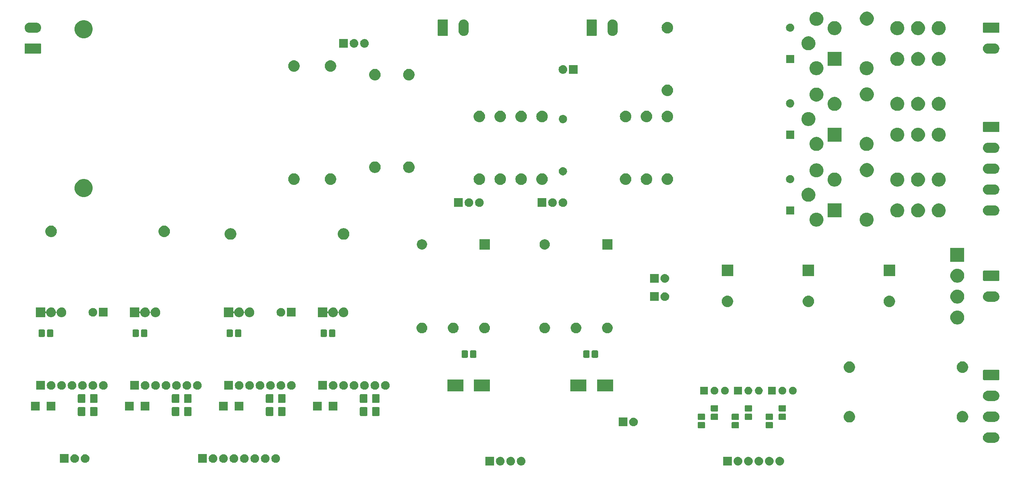
<source format=gbr>
G04 #@! TF.GenerationSoftware,KiCad,Pcbnew,5.0.2-bee76a0~70~ubuntu18.04.1*
G04 #@! TF.CreationDate,2019-06-18T17:13:29-03:00*
G04 #@! TF.ProjectId,estabilizador,65737461-6269-46c6-997a-61646f722e6b,rev?*
G04 #@! TF.SameCoordinates,Original*
G04 #@! TF.FileFunction,Soldermask,Bot*
G04 #@! TF.FilePolarity,Negative*
%FSLAX46Y46*%
G04 Gerber Fmt 4.6, Leading zero omitted, Abs format (unit mm)*
G04 Created by KiCad (PCBNEW 5.0.2-bee76a0~70~ubuntu18.04.1) date Tue 18 Jun 2019 05:13:29 PM -03*
%MOMM*%
%LPD*%
G01*
G04 APERTURE LIST*
%ADD10C,0.100000*%
G04 APERTURE END LIST*
D10*
G36*
X213488707Y-146277597D02*
X213565836Y-146285193D01*
X213697787Y-146325220D01*
X213763763Y-146345233D01*
X213946172Y-146442733D01*
X214106054Y-146573946D01*
X214237267Y-146733828D01*
X214334767Y-146916237D01*
X214334767Y-146916238D01*
X214394807Y-147114164D01*
X214415080Y-147320000D01*
X214394807Y-147525836D01*
X214354780Y-147657787D01*
X214334767Y-147723763D01*
X214237267Y-147906172D01*
X214106054Y-148066054D01*
X213946172Y-148197267D01*
X213763763Y-148294767D01*
X213697787Y-148314780D01*
X213565836Y-148354807D01*
X213488707Y-148362403D01*
X213411580Y-148370000D01*
X213308420Y-148370000D01*
X213231293Y-148362403D01*
X213154164Y-148354807D01*
X213022213Y-148314780D01*
X212956237Y-148294767D01*
X212773828Y-148197267D01*
X212613946Y-148066054D01*
X212482733Y-147906172D01*
X212385233Y-147723763D01*
X212365220Y-147657787D01*
X212325193Y-147525836D01*
X212304920Y-147320000D01*
X212325193Y-147114164D01*
X212385233Y-146916238D01*
X212385233Y-146916237D01*
X212482733Y-146733828D01*
X212613946Y-146573946D01*
X212773828Y-146442733D01*
X212956237Y-146345233D01*
X213022213Y-146325220D01*
X213154164Y-146285193D01*
X213231293Y-146277597D01*
X213308420Y-146270000D01*
X213411580Y-146270000D01*
X213488707Y-146277597D01*
X213488707Y-146277597D01*
G37*
G36*
X208408707Y-146277597D02*
X208485836Y-146285193D01*
X208617787Y-146325220D01*
X208683763Y-146345233D01*
X208866172Y-146442733D01*
X209026054Y-146573946D01*
X209157267Y-146733828D01*
X209254767Y-146916237D01*
X209254767Y-146916238D01*
X209314807Y-147114164D01*
X209335080Y-147320000D01*
X209314807Y-147525836D01*
X209274780Y-147657787D01*
X209254767Y-147723763D01*
X209157267Y-147906172D01*
X209026054Y-148066054D01*
X208866172Y-148197267D01*
X208683763Y-148294767D01*
X208617787Y-148314780D01*
X208485836Y-148354807D01*
X208408707Y-148362403D01*
X208331580Y-148370000D01*
X208228420Y-148370000D01*
X208151293Y-148362403D01*
X208074164Y-148354807D01*
X207942213Y-148314780D01*
X207876237Y-148294767D01*
X207693828Y-148197267D01*
X207533946Y-148066054D01*
X207402733Y-147906172D01*
X207305233Y-147723763D01*
X207285220Y-147657787D01*
X207245193Y-147525836D01*
X207224920Y-147320000D01*
X207245193Y-147114164D01*
X207305233Y-146916238D01*
X207305233Y-146916237D01*
X207402733Y-146733828D01*
X207533946Y-146573946D01*
X207693828Y-146442733D01*
X207876237Y-146345233D01*
X207942213Y-146325220D01*
X208074164Y-146285193D01*
X208151293Y-146277597D01*
X208228420Y-146270000D01*
X208331580Y-146270000D01*
X208408707Y-146277597D01*
X208408707Y-146277597D01*
G37*
G36*
X205868707Y-146277597D02*
X205945836Y-146285193D01*
X206077787Y-146325220D01*
X206143763Y-146345233D01*
X206326172Y-146442733D01*
X206486054Y-146573946D01*
X206617267Y-146733828D01*
X206714767Y-146916237D01*
X206714767Y-146916238D01*
X206774807Y-147114164D01*
X206795080Y-147320000D01*
X206774807Y-147525836D01*
X206734780Y-147657787D01*
X206714767Y-147723763D01*
X206617267Y-147906172D01*
X206486054Y-148066054D01*
X206326172Y-148197267D01*
X206143763Y-148294767D01*
X206077787Y-148314780D01*
X205945836Y-148354807D01*
X205868707Y-148362403D01*
X205791580Y-148370000D01*
X205688420Y-148370000D01*
X205611293Y-148362403D01*
X205534164Y-148354807D01*
X205402213Y-148314780D01*
X205336237Y-148294767D01*
X205153828Y-148197267D01*
X204993946Y-148066054D01*
X204862733Y-147906172D01*
X204765233Y-147723763D01*
X204745220Y-147657787D01*
X204705193Y-147525836D01*
X204684920Y-147320000D01*
X204705193Y-147114164D01*
X204765233Y-146916238D01*
X204765233Y-146916237D01*
X204862733Y-146733828D01*
X204993946Y-146573946D01*
X205153828Y-146442733D01*
X205336237Y-146345233D01*
X205402213Y-146325220D01*
X205534164Y-146285193D01*
X205611293Y-146277597D01*
X205688420Y-146270000D01*
X205791580Y-146270000D01*
X205868707Y-146277597D01*
X205868707Y-146277597D01*
G37*
G36*
X203328707Y-146277597D02*
X203405836Y-146285193D01*
X203537787Y-146325220D01*
X203603763Y-146345233D01*
X203786172Y-146442733D01*
X203946054Y-146573946D01*
X204077267Y-146733828D01*
X204174767Y-146916237D01*
X204174767Y-146916238D01*
X204234807Y-147114164D01*
X204255080Y-147320000D01*
X204234807Y-147525836D01*
X204194780Y-147657787D01*
X204174767Y-147723763D01*
X204077267Y-147906172D01*
X203946054Y-148066054D01*
X203786172Y-148197267D01*
X203603763Y-148294767D01*
X203537787Y-148314780D01*
X203405836Y-148354807D01*
X203328707Y-148362403D01*
X203251580Y-148370000D01*
X203148420Y-148370000D01*
X203071293Y-148362403D01*
X202994164Y-148354807D01*
X202862213Y-148314780D01*
X202796237Y-148294767D01*
X202613828Y-148197267D01*
X202453946Y-148066054D01*
X202322733Y-147906172D01*
X202225233Y-147723763D01*
X202205220Y-147657787D01*
X202165193Y-147525836D01*
X202144920Y-147320000D01*
X202165193Y-147114164D01*
X202225233Y-146916238D01*
X202225233Y-146916237D01*
X202322733Y-146733828D01*
X202453946Y-146573946D01*
X202613828Y-146442733D01*
X202796237Y-146345233D01*
X202862213Y-146325220D01*
X202994164Y-146285193D01*
X203071293Y-146277597D01*
X203148420Y-146270000D01*
X203251580Y-146270000D01*
X203328707Y-146277597D01*
X203328707Y-146277597D01*
G37*
G36*
X201710000Y-148370000D02*
X199610000Y-148370000D01*
X199610000Y-146270000D01*
X201710000Y-146270000D01*
X201710000Y-148370000D01*
X201710000Y-148370000D01*
G37*
G36*
X150623707Y-146277597D02*
X150700836Y-146285193D01*
X150832787Y-146325220D01*
X150898763Y-146345233D01*
X151081172Y-146442733D01*
X151241054Y-146573946D01*
X151372267Y-146733828D01*
X151469767Y-146916237D01*
X151469767Y-146916238D01*
X151529807Y-147114164D01*
X151550080Y-147320000D01*
X151529807Y-147525836D01*
X151489780Y-147657787D01*
X151469767Y-147723763D01*
X151372267Y-147906172D01*
X151241054Y-148066054D01*
X151081172Y-148197267D01*
X150898763Y-148294767D01*
X150832787Y-148314780D01*
X150700836Y-148354807D01*
X150623707Y-148362403D01*
X150546580Y-148370000D01*
X150443420Y-148370000D01*
X150366293Y-148362403D01*
X150289164Y-148354807D01*
X150157213Y-148314780D01*
X150091237Y-148294767D01*
X149908828Y-148197267D01*
X149748946Y-148066054D01*
X149617733Y-147906172D01*
X149520233Y-147723763D01*
X149500220Y-147657787D01*
X149460193Y-147525836D01*
X149439920Y-147320000D01*
X149460193Y-147114164D01*
X149520233Y-146916238D01*
X149520233Y-146916237D01*
X149617733Y-146733828D01*
X149748946Y-146573946D01*
X149908828Y-146442733D01*
X150091237Y-146345233D01*
X150157213Y-146325220D01*
X150289164Y-146285193D01*
X150366293Y-146277597D01*
X150443420Y-146270000D01*
X150546580Y-146270000D01*
X150623707Y-146277597D01*
X150623707Y-146277597D01*
G37*
G36*
X148083707Y-146277597D02*
X148160836Y-146285193D01*
X148292787Y-146325220D01*
X148358763Y-146345233D01*
X148541172Y-146442733D01*
X148701054Y-146573946D01*
X148832267Y-146733828D01*
X148929767Y-146916237D01*
X148929767Y-146916238D01*
X148989807Y-147114164D01*
X149010080Y-147320000D01*
X148989807Y-147525836D01*
X148949780Y-147657787D01*
X148929767Y-147723763D01*
X148832267Y-147906172D01*
X148701054Y-148066054D01*
X148541172Y-148197267D01*
X148358763Y-148294767D01*
X148292787Y-148314780D01*
X148160836Y-148354807D01*
X148083707Y-148362403D01*
X148006580Y-148370000D01*
X147903420Y-148370000D01*
X147826293Y-148362403D01*
X147749164Y-148354807D01*
X147617213Y-148314780D01*
X147551237Y-148294767D01*
X147368828Y-148197267D01*
X147208946Y-148066054D01*
X147077733Y-147906172D01*
X146980233Y-147723763D01*
X146960220Y-147657787D01*
X146920193Y-147525836D01*
X146899920Y-147320000D01*
X146920193Y-147114164D01*
X146980233Y-146916238D01*
X146980233Y-146916237D01*
X147077733Y-146733828D01*
X147208946Y-146573946D01*
X147368828Y-146442733D01*
X147551237Y-146345233D01*
X147617213Y-146325220D01*
X147749164Y-146285193D01*
X147826293Y-146277597D01*
X147903420Y-146270000D01*
X148006580Y-146270000D01*
X148083707Y-146277597D01*
X148083707Y-146277597D01*
G37*
G36*
X145543707Y-146277597D02*
X145620836Y-146285193D01*
X145752787Y-146325220D01*
X145818763Y-146345233D01*
X146001172Y-146442733D01*
X146161054Y-146573946D01*
X146292267Y-146733828D01*
X146389767Y-146916237D01*
X146389767Y-146916238D01*
X146449807Y-147114164D01*
X146470080Y-147320000D01*
X146449807Y-147525836D01*
X146409780Y-147657787D01*
X146389767Y-147723763D01*
X146292267Y-147906172D01*
X146161054Y-148066054D01*
X146001172Y-148197267D01*
X145818763Y-148294767D01*
X145752787Y-148314780D01*
X145620836Y-148354807D01*
X145543707Y-148362403D01*
X145466580Y-148370000D01*
X145363420Y-148370000D01*
X145286293Y-148362403D01*
X145209164Y-148354807D01*
X145077213Y-148314780D01*
X145011237Y-148294767D01*
X144828828Y-148197267D01*
X144668946Y-148066054D01*
X144537733Y-147906172D01*
X144440233Y-147723763D01*
X144420220Y-147657787D01*
X144380193Y-147525836D01*
X144359920Y-147320000D01*
X144380193Y-147114164D01*
X144440233Y-146916238D01*
X144440233Y-146916237D01*
X144537733Y-146733828D01*
X144668946Y-146573946D01*
X144828828Y-146442733D01*
X145011237Y-146345233D01*
X145077213Y-146325220D01*
X145209164Y-146285193D01*
X145286293Y-146277597D01*
X145363420Y-146270000D01*
X145466580Y-146270000D01*
X145543707Y-146277597D01*
X145543707Y-146277597D01*
G37*
G36*
X143925000Y-148370000D02*
X141825000Y-148370000D01*
X141825000Y-146270000D01*
X143925000Y-146270000D01*
X143925000Y-148370000D01*
X143925000Y-148370000D01*
G37*
G36*
X210948707Y-146277597D02*
X211025836Y-146285193D01*
X211157787Y-146325220D01*
X211223763Y-146345233D01*
X211406172Y-146442733D01*
X211566054Y-146573946D01*
X211697267Y-146733828D01*
X211794767Y-146916237D01*
X211794767Y-146916238D01*
X211854807Y-147114164D01*
X211875080Y-147320000D01*
X211854807Y-147525836D01*
X211814780Y-147657787D01*
X211794767Y-147723763D01*
X211697267Y-147906172D01*
X211566054Y-148066054D01*
X211406172Y-148197267D01*
X211223763Y-148294767D01*
X211157787Y-148314780D01*
X211025836Y-148354807D01*
X210948707Y-148362403D01*
X210871580Y-148370000D01*
X210768420Y-148370000D01*
X210691293Y-148362403D01*
X210614164Y-148354807D01*
X210482213Y-148314780D01*
X210416237Y-148294767D01*
X210233828Y-148197267D01*
X210073946Y-148066054D01*
X209942733Y-147906172D01*
X209845233Y-147723763D01*
X209825220Y-147657787D01*
X209785193Y-147525836D01*
X209764920Y-147320000D01*
X209785193Y-147114164D01*
X209845233Y-146916238D01*
X209845233Y-146916237D01*
X209942733Y-146733828D01*
X210073946Y-146573946D01*
X210233828Y-146442733D01*
X210416237Y-146345233D01*
X210482213Y-146325220D01*
X210614164Y-146285193D01*
X210691293Y-146277597D01*
X210768420Y-146270000D01*
X210871580Y-146270000D01*
X210948707Y-146277597D01*
X210948707Y-146277597D01*
G37*
G36*
X74075000Y-147735000D02*
X71975000Y-147735000D01*
X71975000Y-145635000D01*
X74075000Y-145635000D01*
X74075000Y-147735000D01*
X74075000Y-147735000D01*
G37*
G36*
X85853707Y-145642596D02*
X85930836Y-145650193D01*
X86062787Y-145690220D01*
X86128763Y-145710233D01*
X86311172Y-145807733D01*
X86471054Y-145938946D01*
X86602267Y-146098828D01*
X86699767Y-146281237D01*
X86699767Y-146281238D01*
X86759807Y-146479164D01*
X86780080Y-146685000D01*
X86759807Y-146890836D01*
X86752101Y-146916238D01*
X86699767Y-147088763D01*
X86602267Y-147271172D01*
X86471054Y-147431054D01*
X86311172Y-147562267D01*
X86128763Y-147659767D01*
X86062787Y-147679780D01*
X85930836Y-147719807D01*
X85853707Y-147727403D01*
X85776580Y-147735000D01*
X85673420Y-147735000D01*
X85596293Y-147727403D01*
X85519164Y-147719807D01*
X85387213Y-147679780D01*
X85321237Y-147659767D01*
X85138828Y-147562267D01*
X84978946Y-147431054D01*
X84847733Y-147271172D01*
X84750233Y-147088763D01*
X84697899Y-146916238D01*
X84690193Y-146890836D01*
X84669920Y-146685000D01*
X84690193Y-146479164D01*
X84750233Y-146281238D01*
X84750233Y-146281237D01*
X84847733Y-146098828D01*
X84978946Y-145938946D01*
X85138828Y-145807733D01*
X85321237Y-145710233D01*
X85387213Y-145690220D01*
X85519164Y-145650193D01*
X85596293Y-145642596D01*
X85673420Y-145635000D01*
X85776580Y-145635000D01*
X85853707Y-145642596D01*
X85853707Y-145642596D01*
G37*
G36*
X80773707Y-145642596D02*
X80850836Y-145650193D01*
X80982787Y-145690220D01*
X81048763Y-145710233D01*
X81231172Y-145807733D01*
X81391054Y-145938946D01*
X81522267Y-146098828D01*
X81619767Y-146281237D01*
X81619767Y-146281238D01*
X81679807Y-146479164D01*
X81700080Y-146685000D01*
X81679807Y-146890836D01*
X81672101Y-146916238D01*
X81619767Y-147088763D01*
X81522267Y-147271172D01*
X81391054Y-147431054D01*
X81231172Y-147562267D01*
X81048763Y-147659767D01*
X80982787Y-147679780D01*
X80850836Y-147719807D01*
X80773707Y-147727403D01*
X80696580Y-147735000D01*
X80593420Y-147735000D01*
X80516293Y-147727403D01*
X80439164Y-147719807D01*
X80307213Y-147679780D01*
X80241237Y-147659767D01*
X80058828Y-147562267D01*
X79898946Y-147431054D01*
X79767733Y-147271172D01*
X79670233Y-147088763D01*
X79617899Y-146916238D01*
X79610193Y-146890836D01*
X79589920Y-146685000D01*
X79610193Y-146479164D01*
X79670233Y-146281238D01*
X79670233Y-146281237D01*
X79767733Y-146098828D01*
X79898946Y-145938946D01*
X80058828Y-145807733D01*
X80241237Y-145710233D01*
X80307213Y-145690220D01*
X80439164Y-145650193D01*
X80516293Y-145642596D01*
X80593420Y-145635000D01*
X80696580Y-145635000D01*
X80773707Y-145642596D01*
X80773707Y-145642596D01*
G37*
G36*
X78233707Y-145642596D02*
X78310836Y-145650193D01*
X78442787Y-145690220D01*
X78508763Y-145710233D01*
X78691172Y-145807733D01*
X78851054Y-145938946D01*
X78982267Y-146098828D01*
X79079767Y-146281237D01*
X79079767Y-146281238D01*
X79139807Y-146479164D01*
X79160080Y-146685000D01*
X79139807Y-146890836D01*
X79132101Y-146916238D01*
X79079767Y-147088763D01*
X78982267Y-147271172D01*
X78851054Y-147431054D01*
X78691172Y-147562267D01*
X78508763Y-147659767D01*
X78442787Y-147679780D01*
X78310836Y-147719807D01*
X78233707Y-147727403D01*
X78156580Y-147735000D01*
X78053420Y-147735000D01*
X77976293Y-147727403D01*
X77899164Y-147719807D01*
X77767213Y-147679780D01*
X77701237Y-147659767D01*
X77518828Y-147562267D01*
X77358946Y-147431054D01*
X77227733Y-147271172D01*
X77130233Y-147088763D01*
X77077899Y-146916238D01*
X77070193Y-146890836D01*
X77049920Y-146685000D01*
X77070193Y-146479164D01*
X77130233Y-146281238D01*
X77130233Y-146281237D01*
X77227733Y-146098828D01*
X77358946Y-145938946D01*
X77518828Y-145807733D01*
X77701237Y-145710233D01*
X77767213Y-145690220D01*
X77899164Y-145650193D01*
X77976293Y-145642596D01*
X78053420Y-145635000D01*
X78156580Y-145635000D01*
X78233707Y-145642596D01*
X78233707Y-145642596D01*
G37*
G36*
X75693707Y-145642596D02*
X75770836Y-145650193D01*
X75902787Y-145690220D01*
X75968763Y-145710233D01*
X76151172Y-145807733D01*
X76311054Y-145938946D01*
X76442267Y-146098828D01*
X76539767Y-146281237D01*
X76539767Y-146281238D01*
X76599807Y-146479164D01*
X76620080Y-146685000D01*
X76599807Y-146890836D01*
X76592101Y-146916238D01*
X76539767Y-147088763D01*
X76442267Y-147271172D01*
X76311054Y-147431054D01*
X76151172Y-147562267D01*
X75968763Y-147659767D01*
X75902787Y-147679780D01*
X75770836Y-147719807D01*
X75693707Y-147727403D01*
X75616580Y-147735000D01*
X75513420Y-147735000D01*
X75436293Y-147727403D01*
X75359164Y-147719807D01*
X75227213Y-147679780D01*
X75161237Y-147659767D01*
X74978828Y-147562267D01*
X74818946Y-147431054D01*
X74687733Y-147271172D01*
X74590233Y-147088763D01*
X74537899Y-146916238D01*
X74530193Y-146890836D01*
X74509920Y-146685000D01*
X74530193Y-146479164D01*
X74590233Y-146281238D01*
X74590233Y-146281237D01*
X74687733Y-146098828D01*
X74818946Y-145938946D01*
X74978828Y-145807733D01*
X75161237Y-145710233D01*
X75227213Y-145690220D01*
X75359164Y-145650193D01*
X75436293Y-145642596D01*
X75513420Y-145635000D01*
X75616580Y-145635000D01*
X75693707Y-145642596D01*
X75693707Y-145642596D01*
G37*
G36*
X83313707Y-145642596D02*
X83390836Y-145650193D01*
X83522787Y-145690220D01*
X83588763Y-145710233D01*
X83771172Y-145807733D01*
X83931054Y-145938946D01*
X84062267Y-146098828D01*
X84159767Y-146281237D01*
X84159767Y-146281238D01*
X84219807Y-146479164D01*
X84240080Y-146685000D01*
X84219807Y-146890836D01*
X84212101Y-146916238D01*
X84159767Y-147088763D01*
X84062267Y-147271172D01*
X83931054Y-147431054D01*
X83771172Y-147562267D01*
X83588763Y-147659767D01*
X83522787Y-147679780D01*
X83390836Y-147719807D01*
X83313707Y-147727403D01*
X83236580Y-147735000D01*
X83133420Y-147735000D01*
X83056293Y-147727403D01*
X82979164Y-147719807D01*
X82847213Y-147679780D01*
X82781237Y-147659767D01*
X82598828Y-147562267D01*
X82438946Y-147431054D01*
X82307733Y-147271172D01*
X82210233Y-147088763D01*
X82157899Y-146916238D01*
X82150193Y-146890836D01*
X82129920Y-146685000D01*
X82150193Y-146479164D01*
X82210233Y-146281238D01*
X82210233Y-146281237D01*
X82307733Y-146098828D01*
X82438946Y-145938946D01*
X82598828Y-145807733D01*
X82781237Y-145710233D01*
X82847213Y-145690220D01*
X82979164Y-145650193D01*
X83056293Y-145642596D01*
X83133420Y-145635000D01*
X83236580Y-145635000D01*
X83313707Y-145642596D01*
X83313707Y-145642596D01*
G37*
G36*
X90933707Y-145642596D02*
X91010836Y-145650193D01*
X91142787Y-145690220D01*
X91208763Y-145710233D01*
X91391172Y-145807733D01*
X91551054Y-145938946D01*
X91682267Y-146098828D01*
X91779767Y-146281237D01*
X91779767Y-146281238D01*
X91839807Y-146479164D01*
X91860080Y-146685000D01*
X91839807Y-146890836D01*
X91832101Y-146916238D01*
X91779767Y-147088763D01*
X91682267Y-147271172D01*
X91551054Y-147431054D01*
X91391172Y-147562267D01*
X91208763Y-147659767D01*
X91142787Y-147679780D01*
X91010836Y-147719807D01*
X90933707Y-147727403D01*
X90856580Y-147735000D01*
X90753420Y-147735000D01*
X90676293Y-147727403D01*
X90599164Y-147719807D01*
X90467213Y-147679780D01*
X90401237Y-147659767D01*
X90218828Y-147562267D01*
X90058946Y-147431054D01*
X89927733Y-147271172D01*
X89830233Y-147088763D01*
X89777899Y-146916238D01*
X89770193Y-146890836D01*
X89749920Y-146685000D01*
X89770193Y-146479164D01*
X89830233Y-146281238D01*
X89830233Y-146281237D01*
X89927733Y-146098828D01*
X90058946Y-145938946D01*
X90218828Y-145807733D01*
X90401237Y-145710233D01*
X90467213Y-145690220D01*
X90599164Y-145650193D01*
X90676293Y-145642596D01*
X90753420Y-145635000D01*
X90856580Y-145635000D01*
X90933707Y-145642596D01*
X90933707Y-145642596D01*
G37*
G36*
X88393707Y-145642596D02*
X88470836Y-145650193D01*
X88602787Y-145690220D01*
X88668763Y-145710233D01*
X88851172Y-145807733D01*
X89011054Y-145938946D01*
X89142267Y-146098828D01*
X89239767Y-146281237D01*
X89239767Y-146281238D01*
X89299807Y-146479164D01*
X89320080Y-146685000D01*
X89299807Y-146890836D01*
X89292101Y-146916238D01*
X89239767Y-147088763D01*
X89142267Y-147271172D01*
X89011054Y-147431054D01*
X88851172Y-147562267D01*
X88668763Y-147659767D01*
X88602787Y-147679780D01*
X88470836Y-147719807D01*
X88393707Y-147727403D01*
X88316580Y-147735000D01*
X88213420Y-147735000D01*
X88136293Y-147727403D01*
X88059164Y-147719807D01*
X87927213Y-147679780D01*
X87861237Y-147659767D01*
X87678828Y-147562267D01*
X87518946Y-147431054D01*
X87387733Y-147271172D01*
X87290233Y-147088763D01*
X87237899Y-146916238D01*
X87230193Y-146890836D01*
X87209920Y-146685000D01*
X87230193Y-146479164D01*
X87290233Y-146281238D01*
X87290233Y-146281237D01*
X87387733Y-146098828D01*
X87518946Y-145938946D01*
X87678828Y-145807733D01*
X87861237Y-145710233D01*
X87927213Y-145690220D01*
X88059164Y-145650193D01*
X88136293Y-145642596D01*
X88213420Y-145635000D01*
X88316580Y-145635000D01*
X88393707Y-145642596D01*
X88393707Y-145642596D01*
G37*
G36*
X40420000Y-147735000D02*
X38320000Y-147735000D01*
X38320000Y-145635000D01*
X40420000Y-145635000D01*
X40420000Y-147735000D01*
X40420000Y-147735000D01*
G37*
G36*
X42038707Y-145642596D02*
X42115836Y-145650193D01*
X42247787Y-145690220D01*
X42313763Y-145710233D01*
X42496172Y-145807733D01*
X42656054Y-145938946D01*
X42787267Y-146098828D01*
X42884767Y-146281237D01*
X42884767Y-146281238D01*
X42944807Y-146479164D01*
X42965080Y-146685000D01*
X42944807Y-146890836D01*
X42937101Y-146916238D01*
X42884767Y-147088763D01*
X42787267Y-147271172D01*
X42656054Y-147431054D01*
X42496172Y-147562267D01*
X42313763Y-147659767D01*
X42247787Y-147679780D01*
X42115836Y-147719807D01*
X42038707Y-147727403D01*
X41961580Y-147735000D01*
X41858420Y-147735000D01*
X41781293Y-147727403D01*
X41704164Y-147719807D01*
X41572213Y-147679780D01*
X41506237Y-147659767D01*
X41323828Y-147562267D01*
X41163946Y-147431054D01*
X41032733Y-147271172D01*
X40935233Y-147088763D01*
X40882899Y-146916238D01*
X40875193Y-146890836D01*
X40854920Y-146685000D01*
X40875193Y-146479164D01*
X40935233Y-146281238D01*
X40935233Y-146281237D01*
X41032733Y-146098828D01*
X41163946Y-145938946D01*
X41323828Y-145807733D01*
X41506237Y-145710233D01*
X41572213Y-145690220D01*
X41704164Y-145650193D01*
X41781293Y-145642596D01*
X41858420Y-145635000D01*
X41961580Y-145635000D01*
X42038707Y-145642596D01*
X42038707Y-145642596D01*
G37*
G36*
X44578707Y-145642596D02*
X44655836Y-145650193D01*
X44787787Y-145690220D01*
X44853763Y-145710233D01*
X45036172Y-145807733D01*
X45196054Y-145938946D01*
X45327267Y-146098828D01*
X45424767Y-146281237D01*
X45424767Y-146281238D01*
X45484807Y-146479164D01*
X45505080Y-146685000D01*
X45484807Y-146890836D01*
X45477101Y-146916238D01*
X45424767Y-147088763D01*
X45327267Y-147271172D01*
X45196054Y-147431054D01*
X45036172Y-147562267D01*
X44853763Y-147659767D01*
X44787787Y-147679780D01*
X44655836Y-147719807D01*
X44578707Y-147727403D01*
X44501580Y-147735000D01*
X44398420Y-147735000D01*
X44321293Y-147727403D01*
X44244164Y-147719807D01*
X44112213Y-147679780D01*
X44046237Y-147659767D01*
X43863828Y-147562267D01*
X43703946Y-147431054D01*
X43572733Y-147271172D01*
X43475233Y-147088763D01*
X43422899Y-146916238D01*
X43415193Y-146890836D01*
X43394920Y-146685000D01*
X43415193Y-146479164D01*
X43475233Y-146281238D01*
X43475233Y-146281237D01*
X43572733Y-146098828D01*
X43703946Y-145938946D01*
X43863828Y-145807733D01*
X44046237Y-145710233D01*
X44112213Y-145690220D01*
X44244164Y-145650193D01*
X44321293Y-145642596D01*
X44398420Y-145635000D01*
X44501580Y-145635000D01*
X44578707Y-145642596D01*
X44578707Y-145642596D01*
G37*
G36*
X265798079Y-140382942D02*
X265798082Y-140382943D01*
X266031823Y-140453847D01*
X266031825Y-140453848D01*
X266247241Y-140568990D01*
X266436054Y-140723946D01*
X266591010Y-140912759D01*
X266706152Y-141128175D01*
X266777058Y-141361921D01*
X266800999Y-141605000D01*
X266777058Y-141848079D01*
X266706152Y-142081825D01*
X266591010Y-142297241D01*
X266436054Y-142486054D01*
X266247241Y-142641010D01*
X266031825Y-142756152D01*
X266031823Y-142756153D01*
X265841593Y-142813858D01*
X265798079Y-142827058D01*
X265615912Y-142845000D01*
X263974088Y-142845000D01*
X263791921Y-142827058D01*
X263748407Y-142813858D01*
X263558177Y-142756153D01*
X263558175Y-142756152D01*
X263342759Y-142641010D01*
X263153946Y-142486054D01*
X262998990Y-142297241D01*
X262883848Y-142081825D01*
X262812942Y-141848079D01*
X262789001Y-141605000D01*
X262812942Y-141361921D01*
X262883848Y-141128175D01*
X262998990Y-140912759D01*
X263153946Y-140723946D01*
X263342759Y-140568990D01*
X263558175Y-140453848D01*
X263558177Y-140453847D01*
X263791918Y-140382943D01*
X263791921Y-140382942D01*
X263974088Y-140365000D01*
X265615912Y-140365000D01*
X265798079Y-140382942D01*
X265798079Y-140382942D01*
G37*
G36*
X194995530Y-137805710D02*
X195045379Y-137820831D01*
X195091311Y-137845382D01*
X195131574Y-137878426D01*
X195164618Y-137918689D01*
X195189169Y-137964621D01*
X195204290Y-138014470D01*
X195210000Y-138072444D01*
X195210000Y-139077556D01*
X195204290Y-139135530D01*
X195189169Y-139185379D01*
X195164618Y-139231311D01*
X195131574Y-139271574D01*
X195091311Y-139304618D01*
X195045379Y-139329169D01*
X194995530Y-139344290D01*
X194937556Y-139350000D01*
X193682444Y-139350000D01*
X193624470Y-139344290D01*
X193574621Y-139329169D01*
X193528689Y-139304618D01*
X193488426Y-139271574D01*
X193455382Y-139231311D01*
X193430831Y-139185379D01*
X193415710Y-139135530D01*
X193410000Y-139077556D01*
X193410000Y-138072444D01*
X193415710Y-138014470D01*
X193430831Y-137964621D01*
X193455382Y-137918689D01*
X193488426Y-137878426D01*
X193528689Y-137845382D01*
X193574621Y-137820831D01*
X193624470Y-137805710D01*
X193682444Y-137800000D01*
X194937556Y-137800000D01*
X194995530Y-137805710D01*
X194995530Y-137805710D01*
G37*
G36*
X203250530Y-137805710D02*
X203300379Y-137820831D01*
X203346311Y-137845382D01*
X203386574Y-137878426D01*
X203419618Y-137918689D01*
X203444169Y-137964621D01*
X203459290Y-138014470D01*
X203465000Y-138072444D01*
X203465000Y-139077556D01*
X203459290Y-139135530D01*
X203444169Y-139185379D01*
X203419618Y-139231311D01*
X203386574Y-139271574D01*
X203346311Y-139304618D01*
X203300379Y-139329169D01*
X203250530Y-139344290D01*
X203192556Y-139350000D01*
X201937444Y-139350000D01*
X201879470Y-139344290D01*
X201829621Y-139329169D01*
X201783689Y-139304618D01*
X201743426Y-139271574D01*
X201710382Y-139231311D01*
X201685831Y-139185379D01*
X201670710Y-139135530D01*
X201665000Y-139077556D01*
X201665000Y-138072444D01*
X201670710Y-138014470D01*
X201685831Y-137964621D01*
X201710382Y-137918689D01*
X201743426Y-137878426D01*
X201783689Y-137845382D01*
X201829621Y-137820831D01*
X201879470Y-137805710D01*
X201937444Y-137800000D01*
X203192556Y-137800000D01*
X203250530Y-137805710D01*
X203250530Y-137805710D01*
G37*
G36*
X211505530Y-137805710D02*
X211555379Y-137820831D01*
X211601311Y-137845382D01*
X211641574Y-137878426D01*
X211674618Y-137918689D01*
X211699169Y-137964621D01*
X211714290Y-138014470D01*
X211720000Y-138072444D01*
X211720000Y-139077556D01*
X211714290Y-139135530D01*
X211699169Y-139185379D01*
X211674618Y-139231311D01*
X211641574Y-139271574D01*
X211601311Y-139304618D01*
X211555379Y-139329169D01*
X211505530Y-139344290D01*
X211447556Y-139350000D01*
X210192444Y-139350000D01*
X210134470Y-139344290D01*
X210084621Y-139329169D01*
X210038689Y-139304618D01*
X209998426Y-139271574D01*
X209965382Y-139231311D01*
X209940831Y-139185379D01*
X209925710Y-139135530D01*
X209920000Y-139077556D01*
X209920000Y-138072444D01*
X209925710Y-138014470D01*
X209940831Y-137964621D01*
X209965382Y-137918689D01*
X209998426Y-137878426D01*
X210038689Y-137845382D01*
X210084621Y-137820831D01*
X210134470Y-137805710D01*
X210192444Y-137800000D01*
X211447556Y-137800000D01*
X211505530Y-137805710D01*
X211505530Y-137805710D01*
G37*
G36*
X176310000Y-138845000D02*
X174210000Y-138845000D01*
X174210000Y-136745000D01*
X176310000Y-136745000D01*
X176310000Y-138845000D01*
X176310000Y-138845000D01*
G37*
G36*
X177928707Y-136752597D02*
X178005836Y-136760193D01*
X178137787Y-136800220D01*
X178203763Y-136820233D01*
X178386172Y-136917733D01*
X178546054Y-137048946D01*
X178677267Y-137208828D01*
X178774767Y-137391237D01*
X178782718Y-137417448D01*
X178834807Y-137589164D01*
X178855080Y-137795000D01*
X178834807Y-138000836D01*
X178813085Y-138072444D01*
X178774767Y-138198763D01*
X178677267Y-138381172D01*
X178546054Y-138541054D01*
X178386172Y-138672267D01*
X178203763Y-138769767D01*
X178137787Y-138789780D01*
X178005836Y-138829807D01*
X177928707Y-138837403D01*
X177851580Y-138845000D01*
X177748420Y-138845000D01*
X177671293Y-138837403D01*
X177594164Y-138829807D01*
X177462213Y-138789780D01*
X177396237Y-138769767D01*
X177213828Y-138672267D01*
X177053946Y-138541054D01*
X176922733Y-138381172D01*
X176825233Y-138198763D01*
X176786915Y-138072444D01*
X176765193Y-138000836D01*
X176744920Y-137795000D01*
X176765193Y-137589164D01*
X176817282Y-137417448D01*
X176825233Y-137391237D01*
X176922733Y-137208828D01*
X177053946Y-137048946D01*
X177213828Y-136917733D01*
X177396237Y-136820233D01*
X177462213Y-136800220D01*
X177594164Y-136760193D01*
X177671293Y-136752597D01*
X177748420Y-136745000D01*
X177851580Y-136745000D01*
X177928707Y-136752597D01*
X177928707Y-136752597D01*
G37*
G36*
X257979616Y-135131311D02*
X258218365Y-135178801D01*
X258473149Y-135284336D01*
X258500996Y-135302943D01*
X258702451Y-135437551D01*
X258897449Y-135632549D01*
X258897451Y-135632552D01*
X258993066Y-135775649D01*
X259050665Y-135861853D01*
X259066364Y-135899753D01*
X259156199Y-136116635D01*
X259210000Y-136387112D01*
X259210000Y-136662888D01*
X259156199Y-136933365D01*
X259127843Y-137001823D01*
X259053497Y-137181311D01*
X259050664Y-137188149D01*
X258989846Y-137279169D01*
X258897449Y-137417451D01*
X258702451Y-137612449D01*
X258702448Y-137612451D01*
X258473149Y-137765664D01*
X258218365Y-137871199D01*
X258182032Y-137878426D01*
X257947889Y-137925000D01*
X257672111Y-137925000D01*
X257437968Y-137878426D01*
X257401635Y-137871199D01*
X257146851Y-137765664D01*
X256917552Y-137612451D01*
X256917549Y-137612449D01*
X256722551Y-137417451D01*
X256630154Y-137279169D01*
X256569336Y-137188149D01*
X256566504Y-137181311D01*
X256492157Y-137001823D01*
X256463801Y-136933365D01*
X256410000Y-136662888D01*
X256410000Y-136387112D01*
X256463801Y-136116635D01*
X256553636Y-135899753D01*
X256569335Y-135861853D01*
X256626935Y-135775649D01*
X256722549Y-135632552D01*
X256722551Y-135632549D01*
X256917549Y-135437551D01*
X257119004Y-135302943D01*
X257146851Y-135284336D01*
X257401635Y-135178801D01*
X257640384Y-135131311D01*
X257672111Y-135125000D01*
X257947889Y-135125000D01*
X257979616Y-135131311D01*
X257979616Y-135131311D01*
G37*
G36*
X230479616Y-135131311D02*
X230718365Y-135178801D01*
X230973149Y-135284336D01*
X231000996Y-135302943D01*
X231202451Y-135437551D01*
X231397449Y-135632549D01*
X231397451Y-135632552D01*
X231493066Y-135775649D01*
X231550665Y-135861853D01*
X231566364Y-135899753D01*
X231656199Y-136116635D01*
X231710000Y-136387112D01*
X231710000Y-136662888D01*
X231656199Y-136933365D01*
X231627843Y-137001823D01*
X231553497Y-137181311D01*
X231550664Y-137188149D01*
X231489846Y-137279169D01*
X231397449Y-137417451D01*
X231202451Y-137612449D01*
X231202448Y-137612451D01*
X230973149Y-137765664D01*
X230718365Y-137871199D01*
X230682032Y-137878426D01*
X230447889Y-137925000D01*
X230172111Y-137925000D01*
X229937968Y-137878426D01*
X229901635Y-137871199D01*
X229646851Y-137765664D01*
X229417552Y-137612451D01*
X229417549Y-137612449D01*
X229222551Y-137417451D01*
X229130154Y-137279169D01*
X229069336Y-137188149D01*
X229066504Y-137181311D01*
X228992157Y-137001823D01*
X228963801Y-136933365D01*
X228910000Y-136662888D01*
X228910000Y-136387112D01*
X228963801Y-136116635D01*
X229053636Y-135899753D01*
X229069335Y-135861853D01*
X229126935Y-135775649D01*
X229222549Y-135632552D01*
X229222551Y-135632549D01*
X229417549Y-135437551D01*
X229619004Y-135302943D01*
X229646851Y-135284336D01*
X229901635Y-135178801D01*
X230140384Y-135131311D01*
X230172111Y-135125000D01*
X230447889Y-135125000D01*
X230479616Y-135131311D01*
X230479616Y-135131311D01*
G37*
G36*
X265798079Y-135302942D02*
X265798082Y-135302943D01*
X266031823Y-135373847D01*
X266031825Y-135373848D01*
X266247241Y-135488990D01*
X266436054Y-135643946D01*
X266591010Y-135832759D01*
X266706152Y-136048175D01*
X266706153Y-136048177D01*
X266731686Y-136132350D01*
X266777058Y-136281921D01*
X266800999Y-136525000D01*
X266777058Y-136768079D01*
X266777057Y-136768082D01*
X266726920Y-136933364D01*
X266706152Y-137001825D01*
X266591010Y-137217241D01*
X266436054Y-137406054D01*
X266247241Y-137561010D01*
X266151005Y-137612449D01*
X266031823Y-137676153D01*
X265841593Y-137733858D01*
X265798079Y-137747058D01*
X265615912Y-137765000D01*
X263974088Y-137765000D01*
X263791921Y-137747058D01*
X263748407Y-137733858D01*
X263558177Y-137676153D01*
X263438995Y-137612449D01*
X263342759Y-137561010D01*
X263153946Y-137406054D01*
X262998990Y-137217241D01*
X262883848Y-137001825D01*
X262863081Y-136933364D01*
X262812943Y-136768082D01*
X262812942Y-136768079D01*
X262789001Y-136525000D01*
X262812942Y-136281921D01*
X262858314Y-136132350D01*
X262883847Y-136048177D01*
X262883848Y-136048175D01*
X262998990Y-135832759D01*
X263153946Y-135643946D01*
X263342759Y-135488990D01*
X263558175Y-135373848D01*
X263558177Y-135373847D01*
X263791918Y-135302943D01*
X263791921Y-135302942D01*
X263974088Y-135285000D01*
X265615912Y-135285000D01*
X265798079Y-135302942D01*
X265798079Y-135302942D01*
G37*
G36*
X198170530Y-135755710D02*
X198220379Y-135770831D01*
X198266311Y-135795382D01*
X198306574Y-135828426D01*
X198339618Y-135868689D01*
X198364169Y-135914621D01*
X198379290Y-135964470D01*
X198385000Y-136022444D01*
X198385000Y-137027556D01*
X198379290Y-137085530D01*
X198364169Y-137135379D01*
X198339618Y-137181311D01*
X198306574Y-137221574D01*
X198266311Y-137254618D01*
X198220379Y-137279169D01*
X198170530Y-137294290D01*
X198112556Y-137300000D01*
X196857444Y-137300000D01*
X196799470Y-137294290D01*
X196749621Y-137279169D01*
X196703689Y-137254618D01*
X196663426Y-137221574D01*
X196630382Y-137181311D01*
X196605831Y-137135379D01*
X196590710Y-137085530D01*
X196585000Y-137027556D01*
X196585000Y-136022444D01*
X196590710Y-135964470D01*
X196605831Y-135914621D01*
X196630382Y-135868689D01*
X196663426Y-135828426D01*
X196703689Y-135795382D01*
X196749621Y-135770831D01*
X196799470Y-135755710D01*
X196857444Y-135750000D01*
X198112556Y-135750000D01*
X198170530Y-135755710D01*
X198170530Y-135755710D01*
G37*
G36*
X203250530Y-135755710D02*
X203300379Y-135770831D01*
X203346311Y-135795382D01*
X203386574Y-135828426D01*
X203419618Y-135868689D01*
X203444169Y-135914621D01*
X203459290Y-135964470D01*
X203465000Y-136022444D01*
X203465000Y-137027556D01*
X203459290Y-137085530D01*
X203444169Y-137135379D01*
X203419618Y-137181311D01*
X203386574Y-137221574D01*
X203346311Y-137254618D01*
X203300379Y-137279169D01*
X203250530Y-137294290D01*
X203192556Y-137300000D01*
X201937444Y-137300000D01*
X201879470Y-137294290D01*
X201829621Y-137279169D01*
X201783689Y-137254618D01*
X201743426Y-137221574D01*
X201710382Y-137181311D01*
X201685831Y-137135379D01*
X201670710Y-137085530D01*
X201665000Y-137027556D01*
X201665000Y-136022444D01*
X201670710Y-135964470D01*
X201685831Y-135914621D01*
X201710382Y-135868689D01*
X201743426Y-135828426D01*
X201783689Y-135795382D01*
X201829621Y-135770831D01*
X201879470Y-135755710D01*
X201937444Y-135750000D01*
X203192556Y-135750000D01*
X203250530Y-135755710D01*
X203250530Y-135755710D01*
G37*
G36*
X211505530Y-135755710D02*
X211555379Y-135770831D01*
X211601311Y-135795382D01*
X211641574Y-135828426D01*
X211674618Y-135868689D01*
X211699169Y-135914621D01*
X211714290Y-135964470D01*
X211720000Y-136022444D01*
X211720000Y-137027556D01*
X211714290Y-137085530D01*
X211699169Y-137135379D01*
X211674618Y-137181311D01*
X211641574Y-137221574D01*
X211601311Y-137254618D01*
X211555379Y-137279169D01*
X211505530Y-137294290D01*
X211447556Y-137300000D01*
X210192444Y-137300000D01*
X210134470Y-137294290D01*
X210084621Y-137279169D01*
X210038689Y-137254618D01*
X209998426Y-137221574D01*
X209965382Y-137181311D01*
X209940831Y-137135379D01*
X209925710Y-137085530D01*
X209920000Y-137027556D01*
X209920000Y-136022444D01*
X209925710Y-135964470D01*
X209940831Y-135914621D01*
X209965382Y-135868689D01*
X209998426Y-135828426D01*
X210038689Y-135795382D01*
X210084621Y-135770831D01*
X210134470Y-135755710D01*
X210192444Y-135750000D01*
X211447556Y-135750000D01*
X211505530Y-135755710D01*
X211505530Y-135755710D01*
G37*
G36*
X206425530Y-135755710D02*
X206475379Y-135770831D01*
X206521311Y-135795382D01*
X206561574Y-135828426D01*
X206594618Y-135868689D01*
X206619169Y-135914621D01*
X206634290Y-135964470D01*
X206640000Y-136022444D01*
X206640000Y-137027556D01*
X206634290Y-137085530D01*
X206619169Y-137135379D01*
X206594618Y-137181311D01*
X206561574Y-137221574D01*
X206521311Y-137254618D01*
X206475379Y-137279169D01*
X206425530Y-137294290D01*
X206367556Y-137300000D01*
X205112444Y-137300000D01*
X205054470Y-137294290D01*
X205004621Y-137279169D01*
X204958689Y-137254618D01*
X204918426Y-137221574D01*
X204885382Y-137181311D01*
X204860831Y-137135379D01*
X204845710Y-137085530D01*
X204840000Y-137027556D01*
X204840000Y-136022444D01*
X204845710Y-135964470D01*
X204860831Y-135914621D01*
X204885382Y-135868689D01*
X204918426Y-135828426D01*
X204958689Y-135795382D01*
X205004621Y-135770831D01*
X205054470Y-135755710D01*
X205112444Y-135750000D01*
X206367556Y-135750000D01*
X206425530Y-135755710D01*
X206425530Y-135755710D01*
G37*
G36*
X194995530Y-135755710D02*
X195045379Y-135770831D01*
X195091311Y-135795382D01*
X195131574Y-135828426D01*
X195164618Y-135868689D01*
X195189169Y-135914621D01*
X195204290Y-135964470D01*
X195210000Y-136022444D01*
X195210000Y-137027556D01*
X195204290Y-137085530D01*
X195189169Y-137135379D01*
X195164618Y-137181311D01*
X195131574Y-137221574D01*
X195091311Y-137254618D01*
X195045379Y-137279169D01*
X194995530Y-137294290D01*
X194937556Y-137300000D01*
X193682444Y-137300000D01*
X193624470Y-137294290D01*
X193574621Y-137279169D01*
X193528689Y-137254618D01*
X193488426Y-137221574D01*
X193455382Y-137181311D01*
X193430831Y-137135379D01*
X193415710Y-137085530D01*
X193410000Y-137027556D01*
X193410000Y-136022444D01*
X193415710Y-135964470D01*
X193430831Y-135914621D01*
X193455382Y-135868689D01*
X193488426Y-135828426D01*
X193528689Y-135795382D01*
X193574621Y-135770831D01*
X193624470Y-135755710D01*
X193682444Y-135750000D01*
X194937556Y-135750000D01*
X194995530Y-135755710D01*
X194995530Y-135755710D01*
G37*
G36*
X214680530Y-135755710D02*
X214730379Y-135770831D01*
X214776311Y-135795382D01*
X214816574Y-135828426D01*
X214849618Y-135868689D01*
X214874169Y-135914621D01*
X214889290Y-135964470D01*
X214895000Y-136022444D01*
X214895000Y-137027556D01*
X214889290Y-137085530D01*
X214874169Y-137135379D01*
X214849618Y-137181311D01*
X214816574Y-137221574D01*
X214776311Y-137254618D01*
X214730379Y-137279169D01*
X214680530Y-137294290D01*
X214622556Y-137300000D01*
X213367444Y-137300000D01*
X213309470Y-137294290D01*
X213259621Y-137279169D01*
X213213689Y-137254618D01*
X213173426Y-137221574D01*
X213140382Y-137181311D01*
X213115831Y-137135379D01*
X213100710Y-137085530D01*
X213095000Y-137027556D01*
X213095000Y-136022444D01*
X213100710Y-135964470D01*
X213115831Y-135914621D01*
X213140382Y-135868689D01*
X213173426Y-135828426D01*
X213213689Y-135795382D01*
X213259621Y-135770831D01*
X213309470Y-135755710D01*
X213367444Y-135750000D01*
X214622556Y-135750000D01*
X214680530Y-135755710D01*
X214680530Y-135755710D01*
G37*
G36*
X90037482Y-134185186D02*
X90082204Y-134198753D01*
X90123433Y-134220790D01*
X90159561Y-134250439D01*
X90189210Y-134286567D01*
X90211247Y-134327796D01*
X90224814Y-134372518D01*
X90230000Y-134425175D01*
X90230000Y-136084825D01*
X90224814Y-136137482D01*
X90211247Y-136182204D01*
X90189210Y-136223433D01*
X90159561Y-136259561D01*
X90123433Y-136289210D01*
X90082204Y-136311247D01*
X90037482Y-136324814D01*
X89984825Y-136330000D01*
X88650175Y-136330000D01*
X88597518Y-136324814D01*
X88552796Y-136311247D01*
X88511567Y-136289210D01*
X88475439Y-136259561D01*
X88445790Y-136223433D01*
X88423753Y-136182204D01*
X88410186Y-136137482D01*
X88405000Y-136084825D01*
X88405000Y-134425175D01*
X88410186Y-134372518D01*
X88423753Y-134327796D01*
X88445790Y-134286567D01*
X88475439Y-134250439D01*
X88511567Y-134220790D01*
X88552796Y-134198753D01*
X88597518Y-134185186D01*
X88650175Y-134180000D01*
X89984825Y-134180000D01*
X90037482Y-134185186D01*
X90037482Y-134185186D01*
G37*
G36*
X93012482Y-134185186D02*
X93057204Y-134198753D01*
X93098433Y-134220790D01*
X93134561Y-134250439D01*
X93164210Y-134286567D01*
X93186247Y-134327796D01*
X93199814Y-134372518D01*
X93205000Y-134425175D01*
X93205000Y-136084825D01*
X93199814Y-136137482D01*
X93186247Y-136182204D01*
X93164210Y-136223433D01*
X93134561Y-136259561D01*
X93098433Y-136289210D01*
X93057204Y-136311247D01*
X93012482Y-136324814D01*
X92959825Y-136330000D01*
X91625175Y-136330000D01*
X91572518Y-136324814D01*
X91527796Y-136311247D01*
X91486567Y-136289210D01*
X91450439Y-136259561D01*
X91420790Y-136223433D01*
X91398753Y-136182204D01*
X91385186Y-136137482D01*
X91380000Y-136084825D01*
X91380000Y-134425175D01*
X91385186Y-134372518D01*
X91398753Y-134327796D01*
X91420790Y-134286567D01*
X91450439Y-134250439D01*
X91486567Y-134220790D01*
X91527796Y-134198753D01*
X91572518Y-134185186D01*
X91625175Y-134180000D01*
X92959825Y-134180000D01*
X93012482Y-134185186D01*
X93012482Y-134185186D01*
G37*
G36*
X44317482Y-134185186D02*
X44362204Y-134198753D01*
X44403433Y-134220790D01*
X44439561Y-134250439D01*
X44469210Y-134286567D01*
X44491247Y-134327796D01*
X44504814Y-134372518D01*
X44510000Y-134425175D01*
X44510000Y-136084825D01*
X44504814Y-136137482D01*
X44491247Y-136182204D01*
X44469210Y-136223433D01*
X44439561Y-136259561D01*
X44403433Y-136289210D01*
X44362204Y-136311247D01*
X44317482Y-136324814D01*
X44264825Y-136330000D01*
X42930175Y-136330000D01*
X42877518Y-136324814D01*
X42832796Y-136311247D01*
X42791567Y-136289210D01*
X42755439Y-136259561D01*
X42725790Y-136223433D01*
X42703753Y-136182204D01*
X42690186Y-136137482D01*
X42685000Y-136084825D01*
X42685000Y-134425175D01*
X42690186Y-134372518D01*
X42703753Y-134327796D01*
X42725790Y-134286567D01*
X42755439Y-134250439D01*
X42791567Y-134220790D01*
X42832796Y-134198753D01*
X42877518Y-134185186D01*
X42930175Y-134180000D01*
X44264825Y-134180000D01*
X44317482Y-134185186D01*
X44317482Y-134185186D01*
G37*
G36*
X47292482Y-134185186D02*
X47337204Y-134198753D01*
X47378433Y-134220790D01*
X47414561Y-134250439D01*
X47444210Y-134286567D01*
X47466247Y-134327796D01*
X47479814Y-134372518D01*
X47485000Y-134425175D01*
X47485000Y-136084825D01*
X47479814Y-136137482D01*
X47466247Y-136182204D01*
X47444210Y-136223433D01*
X47414561Y-136259561D01*
X47378433Y-136289210D01*
X47337204Y-136311247D01*
X47292482Y-136324814D01*
X47239825Y-136330000D01*
X45905175Y-136330000D01*
X45852518Y-136324814D01*
X45807796Y-136311247D01*
X45766567Y-136289210D01*
X45730439Y-136259561D01*
X45700790Y-136223433D01*
X45678753Y-136182204D01*
X45665186Y-136137482D01*
X45660000Y-136084825D01*
X45660000Y-134425175D01*
X45665186Y-134372518D01*
X45678753Y-134327796D01*
X45700790Y-134286567D01*
X45730439Y-134250439D01*
X45766567Y-134220790D01*
X45807796Y-134198753D01*
X45852518Y-134185186D01*
X45905175Y-134180000D01*
X47239825Y-134180000D01*
X47292482Y-134185186D01*
X47292482Y-134185186D01*
G37*
G36*
X70152482Y-134185186D02*
X70197204Y-134198753D01*
X70238433Y-134220790D01*
X70274561Y-134250439D01*
X70304210Y-134286567D01*
X70326247Y-134327796D01*
X70339814Y-134372518D01*
X70345000Y-134425175D01*
X70345000Y-136084825D01*
X70339814Y-136137482D01*
X70326247Y-136182204D01*
X70304210Y-136223433D01*
X70274561Y-136259561D01*
X70238433Y-136289210D01*
X70197204Y-136311247D01*
X70152482Y-136324814D01*
X70099825Y-136330000D01*
X68765175Y-136330000D01*
X68712518Y-136324814D01*
X68667796Y-136311247D01*
X68626567Y-136289210D01*
X68590439Y-136259561D01*
X68560790Y-136223433D01*
X68538753Y-136182204D01*
X68525186Y-136137482D01*
X68520000Y-136084825D01*
X68520000Y-134425175D01*
X68525186Y-134372518D01*
X68538753Y-134327796D01*
X68560790Y-134286567D01*
X68590439Y-134250439D01*
X68626567Y-134220790D01*
X68667796Y-134198753D01*
X68712518Y-134185186D01*
X68765175Y-134180000D01*
X70099825Y-134180000D01*
X70152482Y-134185186D01*
X70152482Y-134185186D01*
G37*
G36*
X67177482Y-134185186D02*
X67222204Y-134198753D01*
X67263433Y-134220790D01*
X67299561Y-134250439D01*
X67329210Y-134286567D01*
X67351247Y-134327796D01*
X67364814Y-134372518D01*
X67370000Y-134425175D01*
X67370000Y-136084825D01*
X67364814Y-136137482D01*
X67351247Y-136182204D01*
X67329210Y-136223433D01*
X67299561Y-136259561D01*
X67263433Y-136289210D01*
X67222204Y-136311247D01*
X67177482Y-136324814D01*
X67124825Y-136330000D01*
X65790175Y-136330000D01*
X65737518Y-136324814D01*
X65692796Y-136311247D01*
X65651567Y-136289210D01*
X65615439Y-136259561D01*
X65585790Y-136223433D01*
X65563753Y-136182204D01*
X65550186Y-136137482D01*
X65545000Y-136084825D01*
X65545000Y-134425175D01*
X65550186Y-134372518D01*
X65563753Y-134327796D01*
X65585790Y-134286567D01*
X65615439Y-134250439D01*
X65651567Y-134220790D01*
X65692796Y-134198753D01*
X65737518Y-134185186D01*
X65790175Y-134180000D01*
X67124825Y-134180000D01*
X67177482Y-134185186D01*
X67177482Y-134185186D01*
G37*
G36*
X112897482Y-134185186D02*
X112942204Y-134198753D01*
X112983433Y-134220790D01*
X113019561Y-134250439D01*
X113049210Y-134286567D01*
X113071247Y-134327796D01*
X113084814Y-134372518D01*
X113090000Y-134425175D01*
X113090000Y-136084825D01*
X113084814Y-136137482D01*
X113071247Y-136182204D01*
X113049210Y-136223433D01*
X113019561Y-136259561D01*
X112983433Y-136289210D01*
X112942204Y-136311247D01*
X112897482Y-136324814D01*
X112844825Y-136330000D01*
X111510175Y-136330000D01*
X111457518Y-136324814D01*
X111412796Y-136311247D01*
X111371567Y-136289210D01*
X111335439Y-136259561D01*
X111305790Y-136223433D01*
X111283753Y-136182204D01*
X111270186Y-136137482D01*
X111265000Y-136084825D01*
X111265000Y-134425175D01*
X111270186Y-134372518D01*
X111283753Y-134327796D01*
X111305790Y-134286567D01*
X111335439Y-134250439D01*
X111371567Y-134220790D01*
X111412796Y-134198753D01*
X111457518Y-134185186D01*
X111510175Y-134180000D01*
X112844825Y-134180000D01*
X112897482Y-134185186D01*
X112897482Y-134185186D01*
G37*
G36*
X115872482Y-134185186D02*
X115917204Y-134198753D01*
X115958433Y-134220790D01*
X115994561Y-134250439D01*
X116024210Y-134286567D01*
X116046247Y-134327796D01*
X116059814Y-134372518D01*
X116065000Y-134425175D01*
X116065000Y-136084825D01*
X116059814Y-136137482D01*
X116046247Y-136182204D01*
X116024210Y-136223433D01*
X115994561Y-136259561D01*
X115958433Y-136289210D01*
X115917204Y-136311247D01*
X115872482Y-136324814D01*
X115819825Y-136330000D01*
X114485175Y-136330000D01*
X114432518Y-136324814D01*
X114387796Y-136311247D01*
X114346567Y-136289210D01*
X114310439Y-136259561D01*
X114280790Y-136223433D01*
X114258753Y-136182204D01*
X114245186Y-136137482D01*
X114240000Y-136084825D01*
X114240000Y-134425175D01*
X114245186Y-134372518D01*
X114258753Y-134327796D01*
X114280790Y-134286567D01*
X114310439Y-134250439D01*
X114346567Y-134220790D01*
X114387796Y-134198753D01*
X114432518Y-134185186D01*
X114485175Y-134180000D01*
X115819825Y-134180000D01*
X115872482Y-134185186D01*
X115872482Y-134185186D01*
G37*
G36*
X198170530Y-133705710D02*
X198220379Y-133720831D01*
X198266311Y-133745382D01*
X198306574Y-133778426D01*
X198339618Y-133818689D01*
X198364169Y-133864621D01*
X198379290Y-133914470D01*
X198385000Y-133972444D01*
X198385000Y-134977556D01*
X198379290Y-135035530D01*
X198364169Y-135085379D01*
X198339618Y-135131311D01*
X198306574Y-135171574D01*
X198266311Y-135204618D01*
X198220379Y-135229169D01*
X198170530Y-135244290D01*
X198112556Y-135250000D01*
X196857444Y-135250000D01*
X196799470Y-135244290D01*
X196749621Y-135229169D01*
X196703689Y-135204618D01*
X196663426Y-135171574D01*
X196630382Y-135131311D01*
X196605831Y-135085379D01*
X196590710Y-135035530D01*
X196585000Y-134977556D01*
X196585000Y-133972444D01*
X196590710Y-133914470D01*
X196605831Y-133864621D01*
X196630382Y-133818689D01*
X196663426Y-133778426D01*
X196703689Y-133745382D01*
X196749621Y-133720831D01*
X196799470Y-133705710D01*
X196857444Y-133700000D01*
X198112556Y-133700000D01*
X198170530Y-133705710D01*
X198170530Y-133705710D01*
G37*
G36*
X214680530Y-133705710D02*
X214730379Y-133720831D01*
X214776311Y-133745382D01*
X214816574Y-133778426D01*
X214849618Y-133818689D01*
X214874169Y-133864621D01*
X214889290Y-133914470D01*
X214895000Y-133972444D01*
X214895000Y-134977556D01*
X214889290Y-135035530D01*
X214874169Y-135085379D01*
X214849618Y-135131311D01*
X214816574Y-135171574D01*
X214776311Y-135204618D01*
X214730379Y-135229169D01*
X214680530Y-135244290D01*
X214622556Y-135250000D01*
X213367444Y-135250000D01*
X213309470Y-135244290D01*
X213259621Y-135229169D01*
X213213689Y-135204618D01*
X213173426Y-135171574D01*
X213140382Y-135131311D01*
X213115831Y-135085379D01*
X213100710Y-135035530D01*
X213095000Y-134977556D01*
X213095000Y-133972444D01*
X213100710Y-133914470D01*
X213115831Y-133864621D01*
X213140382Y-133818689D01*
X213173426Y-133778426D01*
X213213689Y-133745382D01*
X213259621Y-133720831D01*
X213309470Y-133705710D01*
X213367444Y-133700000D01*
X214622556Y-133700000D01*
X214680530Y-133705710D01*
X214680530Y-133705710D01*
G37*
G36*
X206425530Y-133705710D02*
X206475379Y-133720831D01*
X206521311Y-133745382D01*
X206561574Y-133778426D01*
X206594618Y-133818689D01*
X206619169Y-133864621D01*
X206634290Y-133914470D01*
X206640000Y-133972444D01*
X206640000Y-134977556D01*
X206634290Y-135035530D01*
X206619169Y-135085379D01*
X206594618Y-135131311D01*
X206561574Y-135171574D01*
X206521311Y-135204618D01*
X206475379Y-135229169D01*
X206425530Y-135244290D01*
X206367556Y-135250000D01*
X205112444Y-135250000D01*
X205054470Y-135244290D01*
X205004621Y-135229169D01*
X204958689Y-135204618D01*
X204918426Y-135171574D01*
X204885382Y-135131311D01*
X204860831Y-135085379D01*
X204845710Y-135035530D01*
X204840000Y-134977556D01*
X204840000Y-133972444D01*
X204845710Y-133914470D01*
X204860831Y-133864621D01*
X204885382Y-133818689D01*
X204918426Y-133778426D01*
X204958689Y-133745382D01*
X205004621Y-133720831D01*
X205054470Y-133705710D01*
X205112444Y-133700000D01*
X206367556Y-133700000D01*
X206425530Y-133705710D01*
X206425530Y-133705710D01*
G37*
G36*
X37245000Y-135035000D02*
X35145000Y-135035000D01*
X35145000Y-132935000D01*
X37245000Y-132935000D01*
X37245000Y-135035000D01*
X37245000Y-135035000D01*
G37*
G36*
X56295000Y-135035000D02*
X54195000Y-135035000D01*
X54195000Y-132935000D01*
X56295000Y-132935000D01*
X56295000Y-135035000D01*
X56295000Y-135035000D01*
G37*
G36*
X60105000Y-135035000D02*
X58005000Y-135035000D01*
X58005000Y-132935000D01*
X60105000Y-132935000D01*
X60105000Y-135035000D01*
X60105000Y-135035000D01*
G37*
G36*
X79155000Y-135035000D02*
X77055000Y-135035000D01*
X77055000Y-132935000D01*
X79155000Y-132935000D01*
X79155000Y-135035000D01*
X79155000Y-135035000D01*
G37*
G36*
X105825000Y-135035000D02*
X103725000Y-135035000D01*
X103725000Y-132935000D01*
X105825000Y-132935000D01*
X105825000Y-135035000D01*
X105825000Y-135035000D01*
G37*
G36*
X33435000Y-135035000D02*
X31335000Y-135035000D01*
X31335000Y-132935000D01*
X33435000Y-132935000D01*
X33435000Y-135035000D01*
X33435000Y-135035000D01*
G37*
G36*
X82965000Y-135035000D02*
X80865000Y-135035000D01*
X80865000Y-132935000D01*
X82965000Y-132935000D01*
X82965000Y-135035000D01*
X82965000Y-135035000D01*
G37*
G36*
X102015000Y-135035000D02*
X99915000Y-135035000D01*
X99915000Y-132935000D01*
X102015000Y-132935000D01*
X102015000Y-135035000D01*
X102015000Y-135035000D01*
G37*
G36*
X47292482Y-131010186D02*
X47337204Y-131023753D01*
X47378433Y-131045790D01*
X47414561Y-131075439D01*
X47444210Y-131111567D01*
X47466247Y-131152796D01*
X47479814Y-131197518D01*
X47485000Y-131250175D01*
X47485000Y-132909825D01*
X47479814Y-132962482D01*
X47466247Y-133007204D01*
X47444210Y-133048433D01*
X47414561Y-133084561D01*
X47378433Y-133114210D01*
X47337204Y-133136247D01*
X47292482Y-133149814D01*
X47239825Y-133155000D01*
X45905175Y-133155000D01*
X45852518Y-133149814D01*
X45807796Y-133136247D01*
X45766567Y-133114210D01*
X45730439Y-133084561D01*
X45700790Y-133048433D01*
X45678753Y-133007204D01*
X45665186Y-132962482D01*
X45660000Y-132909825D01*
X45660000Y-131250175D01*
X45665186Y-131197518D01*
X45678753Y-131152796D01*
X45700790Y-131111567D01*
X45730439Y-131075439D01*
X45766567Y-131045790D01*
X45807796Y-131023753D01*
X45852518Y-131010186D01*
X45905175Y-131005000D01*
X47239825Y-131005000D01*
X47292482Y-131010186D01*
X47292482Y-131010186D01*
G37*
G36*
X44317482Y-131010186D02*
X44362204Y-131023753D01*
X44403433Y-131045790D01*
X44439561Y-131075439D01*
X44469210Y-131111567D01*
X44491247Y-131152796D01*
X44504814Y-131197518D01*
X44510000Y-131250175D01*
X44510000Y-132909825D01*
X44504814Y-132962482D01*
X44491247Y-133007204D01*
X44469210Y-133048433D01*
X44439561Y-133084561D01*
X44403433Y-133114210D01*
X44362204Y-133136247D01*
X44317482Y-133149814D01*
X44264825Y-133155000D01*
X42930175Y-133155000D01*
X42877518Y-133149814D01*
X42832796Y-133136247D01*
X42791567Y-133114210D01*
X42755439Y-133084561D01*
X42725790Y-133048433D01*
X42703753Y-133007204D01*
X42690186Y-132962482D01*
X42685000Y-132909825D01*
X42685000Y-131250175D01*
X42690186Y-131197518D01*
X42703753Y-131152796D01*
X42725790Y-131111567D01*
X42755439Y-131075439D01*
X42791567Y-131045790D01*
X42832796Y-131023753D01*
X42877518Y-131010186D01*
X42930175Y-131005000D01*
X44264825Y-131005000D01*
X44317482Y-131010186D01*
X44317482Y-131010186D01*
G37*
G36*
X67177482Y-131010186D02*
X67222204Y-131023753D01*
X67263433Y-131045790D01*
X67299561Y-131075439D01*
X67329210Y-131111567D01*
X67351247Y-131152796D01*
X67364814Y-131197518D01*
X67370000Y-131250175D01*
X67370000Y-132909825D01*
X67364814Y-132962482D01*
X67351247Y-133007204D01*
X67329210Y-133048433D01*
X67299561Y-133084561D01*
X67263433Y-133114210D01*
X67222204Y-133136247D01*
X67177482Y-133149814D01*
X67124825Y-133155000D01*
X65790175Y-133155000D01*
X65737518Y-133149814D01*
X65692796Y-133136247D01*
X65651567Y-133114210D01*
X65615439Y-133084561D01*
X65585790Y-133048433D01*
X65563753Y-133007204D01*
X65550186Y-132962482D01*
X65545000Y-132909825D01*
X65545000Y-131250175D01*
X65550186Y-131197518D01*
X65563753Y-131152796D01*
X65585790Y-131111567D01*
X65615439Y-131075439D01*
X65651567Y-131045790D01*
X65692796Y-131023753D01*
X65737518Y-131010186D01*
X65790175Y-131005000D01*
X67124825Y-131005000D01*
X67177482Y-131010186D01*
X67177482Y-131010186D01*
G37*
G36*
X70152482Y-131010186D02*
X70197204Y-131023753D01*
X70238433Y-131045790D01*
X70274561Y-131075439D01*
X70304210Y-131111567D01*
X70326247Y-131152796D01*
X70339814Y-131197518D01*
X70345000Y-131250175D01*
X70345000Y-132909825D01*
X70339814Y-132962482D01*
X70326247Y-133007204D01*
X70304210Y-133048433D01*
X70274561Y-133084561D01*
X70238433Y-133114210D01*
X70197204Y-133136247D01*
X70152482Y-133149814D01*
X70099825Y-133155000D01*
X68765175Y-133155000D01*
X68712518Y-133149814D01*
X68667796Y-133136247D01*
X68626567Y-133114210D01*
X68590439Y-133084561D01*
X68560790Y-133048433D01*
X68538753Y-133007204D01*
X68525186Y-132962482D01*
X68520000Y-132909825D01*
X68520000Y-131250175D01*
X68525186Y-131197518D01*
X68538753Y-131152796D01*
X68560790Y-131111567D01*
X68590439Y-131075439D01*
X68626567Y-131045790D01*
X68667796Y-131023753D01*
X68712518Y-131010186D01*
X68765175Y-131005000D01*
X70099825Y-131005000D01*
X70152482Y-131010186D01*
X70152482Y-131010186D01*
G37*
G36*
X90037482Y-131010186D02*
X90082204Y-131023753D01*
X90123433Y-131045790D01*
X90159561Y-131075439D01*
X90189210Y-131111567D01*
X90211247Y-131152796D01*
X90224814Y-131197518D01*
X90230000Y-131250175D01*
X90230000Y-132909825D01*
X90224814Y-132962482D01*
X90211247Y-133007204D01*
X90189210Y-133048433D01*
X90159561Y-133084561D01*
X90123433Y-133114210D01*
X90082204Y-133136247D01*
X90037482Y-133149814D01*
X89984825Y-133155000D01*
X88650175Y-133155000D01*
X88597518Y-133149814D01*
X88552796Y-133136247D01*
X88511567Y-133114210D01*
X88475439Y-133084561D01*
X88445790Y-133048433D01*
X88423753Y-133007204D01*
X88410186Y-132962482D01*
X88405000Y-132909825D01*
X88405000Y-131250175D01*
X88410186Y-131197518D01*
X88423753Y-131152796D01*
X88445790Y-131111567D01*
X88475439Y-131075439D01*
X88511567Y-131045790D01*
X88552796Y-131023753D01*
X88597518Y-131010186D01*
X88650175Y-131005000D01*
X89984825Y-131005000D01*
X90037482Y-131010186D01*
X90037482Y-131010186D01*
G37*
G36*
X93012482Y-131010186D02*
X93057204Y-131023753D01*
X93098433Y-131045790D01*
X93134561Y-131075439D01*
X93164210Y-131111567D01*
X93186247Y-131152796D01*
X93199814Y-131197518D01*
X93205000Y-131250175D01*
X93205000Y-132909825D01*
X93199814Y-132962482D01*
X93186247Y-133007204D01*
X93164210Y-133048433D01*
X93134561Y-133084561D01*
X93098433Y-133114210D01*
X93057204Y-133136247D01*
X93012482Y-133149814D01*
X92959825Y-133155000D01*
X91625175Y-133155000D01*
X91572518Y-133149814D01*
X91527796Y-133136247D01*
X91486567Y-133114210D01*
X91450439Y-133084561D01*
X91420790Y-133048433D01*
X91398753Y-133007204D01*
X91385186Y-132962482D01*
X91380000Y-132909825D01*
X91380000Y-131250175D01*
X91385186Y-131197518D01*
X91398753Y-131152796D01*
X91420790Y-131111567D01*
X91450439Y-131075439D01*
X91486567Y-131045790D01*
X91527796Y-131023753D01*
X91572518Y-131010186D01*
X91625175Y-131005000D01*
X92959825Y-131005000D01*
X93012482Y-131010186D01*
X93012482Y-131010186D01*
G37*
G36*
X112897482Y-131010186D02*
X112942204Y-131023753D01*
X112983433Y-131045790D01*
X113019561Y-131075439D01*
X113049210Y-131111567D01*
X113071247Y-131152796D01*
X113084814Y-131197518D01*
X113090000Y-131250175D01*
X113090000Y-132909825D01*
X113084814Y-132962482D01*
X113071247Y-133007204D01*
X113049210Y-133048433D01*
X113019561Y-133084561D01*
X112983433Y-133114210D01*
X112942204Y-133136247D01*
X112897482Y-133149814D01*
X112844825Y-133155000D01*
X111510175Y-133155000D01*
X111457518Y-133149814D01*
X111412796Y-133136247D01*
X111371567Y-133114210D01*
X111335439Y-133084561D01*
X111305790Y-133048433D01*
X111283753Y-133007204D01*
X111270186Y-132962482D01*
X111265000Y-132909825D01*
X111265000Y-131250175D01*
X111270186Y-131197518D01*
X111283753Y-131152796D01*
X111305790Y-131111567D01*
X111335439Y-131075439D01*
X111371567Y-131045790D01*
X111412796Y-131023753D01*
X111457518Y-131010186D01*
X111510175Y-131005000D01*
X112844825Y-131005000D01*
X112897482Y-131010186D01*
X112897482Y-131010186D01*
G37*
G36*
X115872482Y-131010186D02*
X115917204Y-131023753D01*
X115958433Y-131045790D01*
X115994561Y-131075439D01*
X116024210Y-131111567D01*
X116046247Y-131152796D01*
X116059814Y-131197518D01*
X116065000Y-131250175D01*
X116065000Y-132909825D01*
X116059814Y-132962482D01*
X116046247Y-133007204D01*
X116024210Y-133048433D01*
X115994561Y-133084561D01*
X115958433Y-133114210D01*
X115917204Y-133136247D01*
X115872482Y-133149814D01*
X115819825Y-133155000D01*
X114485175Y-133155000D01*
X114432518Y-133149814D01*
X114387796Y-133136247D01*
X114346567Y-133114210D01*
X114310439Y-133084561D01*
X114280790Y-133048433D01*
X114258753Y-133007204D01*
X114245186Y-132962482D01*
X114240000Y-132909825D01*
X114240000Y-131250175D01*
X114245186Y-131197518D01*
X114258753Y-131152796D01*
X114280790Y-131111567D01*
X114310439Y-131075439D01*
X114346567Y-131045790D01*
X114387796Y-131023753D01*
X114432518Y-131010186D01*
X114485175Y-131005000D01*
X115819825Y-131005000D01*
X115872482Y-131010186D01*
X115872482Y-131010186D01*
G37*
G36*
X265798079Y-130222942D02*
X265798082Y-130222943D01*
X266031823Y-130293847D01*
X266031825Y-130293848D01*
X266247241Y-130408990D01*
X266436054Y-130563946D01*
X266591010Y-130752759D01*
X266605887Y-130780592D01*
X266706153Y-130968177D01*
X266753724Y-131125000D01*
X266777058Y-131201921D01*
X266800999Y-131445000D01*
X266777058Y-131688079D01*
X266706152Y-131921825D01*
X266591010Y-132137241D01*
X266436054Y-132326054D01*
X266247241Y-132481010D01*
X266031825Y-132596152D01*
X266031823Y-132596153D01*
X265841593Y-132653858D01*
X265798079Y-132667058D01*
X265615912Y-132685000D01*
X263974088Y-132685000D01*
X263791921Y-132667058D01*
X263748407Y-132653858D01*
X263558177Y-132596153D01*
X263558175Y-132596152D01*
X263342759Y-132481010D01*
X263153946Y-132326054D01*
X262998990Y-132137241D01*
X262883848Y-131921825D01*
X262812942Y-131688079D01*
X262789001Y-131445000D01*
X262812942Y-131201921D01*
X262836276Y-131125000D01*
X262883847Y-130968177D01*
X262984113Y-130780592D01*
X262998990Y-130752759D01*
X263153946Y-130563946D01*
X263342759Y-130408990D01*
X263558175Y-130293848D01*
X263558177Y-130293847D01*
X263791918Y-130222943D01*
X263791921Y-130222942D01*
X263974088Y-130205000D01*
X265615912Y-130205000D01*
X265798079Y-130222942D01*
X265798079Y-130222942D01*
G37*
G36*
X205879452Y-129234127D02*
X206017105Y-129261508D01*
X206189994Y-129333121D01*
X206345590Y-129437087D01*
X206477913Y-129569410D01*
X206581879Y-129725006D01*
X206653492Y-129897895D01*
X206664851Y-129955000D01*
X206690000Y-130081432D01*
X206690000Y-130268568D01*
X206684971Y-130293848D01*
X206653492Y-130452105D01*
X206581879Y-130624994D01*
X206477913Y-130780590D01*
X206345590Y-130912913D01*
X206189994Y-131016879D01*
X206017105Y-131088492D01*
X205901099Y-131111567D01*
X205833568Y-131125000D01*
X205646432Y-131125000D01*
X205578901Y-131111567D01*
X205462895Y-131088492D01*
X205290006Y-131016879D01*
X205134410Y-130912913D01*
X205002087Y-130780590D01*
X204898121Y-130624994D01*
X204826508Y-130452105D01*
X204795029Y-130293848D01*
X204790000Y-130268568D01*
X204790000Y-130081432D01*
X204815149Y-129955000D01*
X204826508Y-129897895D01*
X204898121Y-129725006D01*
X205002087Y-129569410D01*
X205134410Y-129437087D01*
X205290006Y-129333121D01*
X205462895Y-129261508D01*
X205600548Y-129234127D01*
X205646432Y-129225000D01*
X205833568Y-129225000D01*
X205879452Y-129234127D01*
X205879452Y-129234127D01*
G37*
G36*
X200164452Y-129234127D02*
X200302105Y-129261508D01*
X200474994Y-129333121D01*
X200630590Y-129437087D01*
X200762913Y-129569410D01*
X200866879Y-129725006D01*
X200938492Y-129897895D01*
X200949851Y-129955000D01*
X200975000Y-130081432D01*
X200975000Y-130268568D01*
X200969971Y-130293848D01*
X200938492Y-130452105D01*
X200866879Y-130624994D01*
X200762913Y-130780590D01*
X200630590Y-130912913D01*
X200474994Y-131016879D01*
X200302105Y-131088492D01*
X200186099Y-131111567D01*
X200118568Y-131125000D01*
X199931432Y-131125000D01*
X199863901Y-131111567D01*
X199747895Y-131088492D01*
X199575006Y-131016879D01*
X199419410Y-130912913D01*
X199287087Y-130780590D01*
X199183121Y-130624994D01*
X199111508Y-130452105D01*
X199080029Y-130293848D01*
X199075000Y-130268568D01*
X199075000Y-130081432D01*
X199100149Y-129955000D01*
X199111508Y-129897895D01*
X199183121Y-129725006D01*
X199287087Y-129569410D01*
X199419410Y-129437087D01*
X199575006Y-129333121D01*
X199747895Y-129261508D01*
X199885548Y-129234127D01*
X199931432Y-129225000D01*
X200118568Y-129225000D01*
X200164452Y-129234127D01*
X200164452Y-129234127D01*
G37*
G36*
X216674452Y-129234127D02*
X216812105Y-129261508D01*
X216984994Y-129333121D01*
X217140590Y-129437087D01*
X217272913Y-129569410D01*
X217376879Y-129725006D01*
X217448492Y-129897895D01*
X217459851Y-129955000D01*
X217485000Y-130081432D01*
X217485000Y-130268568D01*
X217479971Y-130293848D01*
X217448492Y-130452105D01*
X217376879Y-130624994D01*
X217272913Y-130780590D01*
X217140590Y-130912913D01*
X216984994Y-131016879D01*
X216812105Y-131088492D01*
X216696099Y-131111567D01*
X216628568Y-131125000D01*
X216441432Y-131125000D01*
X216373901Y-131111567D01*
X216257895Y-131088492D01*
X216085006Y-131016879D01*
X215929410Y-130912913D01*
X215797087Y-130780590D01*
X215693121Y-130624994D01*
X215621508Y-130452105D01*
X215590029Y-130293848D01*
X215585000Y-130268568D01*
X215585000Y-130081432D01*
X215610149Y-129955000D01*
X215621508Y-129897895D01*
X215693121Y-129725006D01*
X215797087Y-129569410D01*
X215929410Y-129437087D01*
X216085006Y-129333121D01*
X216257895Y-129261508D01*
X216395548Y-129234127D01*
X216441432Y-129225000D01*
X216628568Y-129225000D01*
X216674452Y-129234127D01*
X216674452Y-129234127D01*
G37*
G36*
X212405000Y-131125000D02*
X210505000Y-131125000D01*
X210505000Y-129225000D01*
X212405000Y-129225000D01*
X212405000Y-131125000D01*
X212405000Y-131125000D01*
G37*
G36*
X204150000Y-131125000D02*
X202250000Y-131125000D01*
X202250000Y-129225000D01*
X204150000Y-129225000D01*
X204150000Y-131125000D01*
X204150000Y-131125000D01*
G37*
G36*
X208419452Y-129234127D02*
X208557105Y-129261508D01*
X208729994Y-129333121D01*
X208885590Y-129437087D01*
X209017913Y-129569410D01*
X209121879Y-129725006D01*
X209193492Y-129897895D01*
X209204851Y-129955000D01*
X209230000Y-130081432D01*
X209230000Y-130268568D01*
X209224971Y-130293848D01*
X209193492Y-130452105D01*
X209121879Y-130624994D01*
X209017913Y-130780590D01*
X208885590Y-130912913D01*
X208729994Y-131016879D01*
X208557105Y-131088492D01*
X208441099Y-131111567D01*
X208373568Y-131125000D01*
X208186432Y-131125000D01*
X208118901Y-131111567D01*
X208002895Y-131088492D01*
X207830006Y-131016879D01*
X207674410Y-130912913D01*
X207542087Y-130780590D01*
X207438121Y-130624994D01*
X207366508Y-130452105D01*
X207335029Y-130293848D01*
X207330000Y-130268568D01*
X207330000Y-130081432D01*
X207355149Y-129955000D01*
X207366508Y-129897895D01*
X207438121Y-129725006D01*
X207542087Y-129569410D01*
X207674410Y-129437087D01*
X207830006Y-129333121D01*
X208002895Y-129261508D01*
X208140548Y-129234127D01*
X208186432Y-129225000D01*
X208373568Y-129225000D01*
X208419452Y-129234127D01*
X208419452Y-129234127D01*
G37*
G36*
X214134452Y-129234127D02*
X214272105Y-129261508D01*
X214444994Y-129333121D01*
X214600590Y-129437087D01*
X214732913Y-129569410D01*
X214836879Y-129725006D01*
X214908492Y-129897895D01*
X214919851Y-129955000D01*
X214945000Y-130081432D01*
X214945000Y-130268568D01*
X214939971Y-130293848D01*
X214908492Y-130452105D01*
X214836879Y-130624994D01*
X214732913Y-130780590D01*
X214600590Y-130912913D01*
X214444994Y-131016879D01*
X214272105Y-131088492D01*
X214156099Y-131111567D01*
X214088568Y-131125000D01*
X213901432Y-131125000D01*
X213833901Y-131111567D01*
X213717895Y-131088492D01*
X213545006Y-131016879D01*
X213389410Y-130912913D01*
X213257087Y-130780590D01*
X213153121Y-130624994D01*
X213081508Y-130452105D01*
X213050029Y-130293848D01*
X213045000Y-130268568D01*
X213045000Y-130081432D01*
X213070149Y-129955000D01*
X213081508Y-129897895D01*
X213153121Y-129725006D01*
X213257087Y-129569410D01*
X213389410Y-129437087D01*
X213545006Y-129333121D01*
X213717895Y-129261508D01*
X213855548Y-129234127D01*
X213901432Y-129225000D01*
X214088568Y-129225000D01*
X214134452Y-129234127D01*
X214134452Y-129234127D01*
G37*
G36*
X197624452Y-129234127D02*
X197762105Y-129261508D01*
X197934994Y-129333121D01*
X198090590Y-129437087D01*
X198222913Y-129569410D01*
X198326879Y-129725006D01*
X198398492Y-129897895D01*
X198409851Y-129955000D01*
X198435000Y-130081432D01*
X198435000Y-130268568D01*
X198429971Y-130293848D01*
X198398492Y-130452105D01*
X198326879Y-130624994D01*
X198222913Y-130780590D01*
X198090590Y-130912913D01*
X197934994Y-131016879D01*
X197762105Y-131088492D01*
X197646099Y-131111567D01*
X197578568Y-131125000D01*
X197391432Y-131125000D01*
X197323901Y-131111567D01*
X197207895Y-131088492D01*
X197035006Y-131016879D01*
X196879410Y-130912913D01*
X196747087Y-130780590D01*
X196643121Y-130624994D01*
X196571508Y-130452105D01*
X196540029Y-130293848D01*
X196535000Y-130268568D01*
X196535000Y-130081432D01*
X196560149Y-129955000D01*
X196571508Y-129897895D01*
X196643121Y-129725006D01*
X196747087Y-129569410D01*
X196879410Y-129437087D01*
X197035006Y-129333121D01*
X197207895Y-129261508D01*
X197345548Y-129234127D01*
X197391432Y-129225000D01*
X197578568Y-129225000D01*
X197624452Y-129234127D01*
X197624452Y-129234127D01*
G37*
G36*
X195895000Y-131125000D02*
X193995000Y-131125000D01*
X193995000Y-129225000D01*
X195895000Y-129225000D01*
X195895000Y-131125000D01*
X195895000Y-131125000D01*
G37*
G36*
X142920000Y-130355000D02*
X139020000Y-130355000D01*
X139020000Y-127455000D01*
X142920000Y-127455000D01*
X142920000Y-130355000D01*
X142920000Y-130355000D01*
G37*
G36*
X136420000Y-130355000D02*
X132520000Y-130355000D01*
X132520000Y-127455000D01*
X136420000Y-127455000D01*
X136420000Y-130355000D01*
X136420000Y-130355000D01*
G37*
G36*
X166340000Y-130355000D02*
X162440000Y-130355000D01*
X162440000Y-127455000D01*
X166340000Y-127455000D01*
X166340000Y-130355000D01*
X166340000Y-130355000D01*
G37*
G36*
X172840000Y-130355000D02*
X168940000Y-130355000D01*
X168940000Y-127455000D01*
X172840000Y-127455000D01*
X172840000Y-130355000D01*
X172840000Y-130355000D01*
G37*
G36*
X34705000Y-129955000D02*
X32605000Y-129955000D01*
X32605000Y-127855000D01*
X34705000Y-127855000D01*
X34705000Y-129955000D01*
X34705000Y-129955000D01*
G37*
G36*
X80425000Y-129955000D02*
X78325000Y-129955000D01*
X78325000Y-127855000D01*
X80425000Y-127855000D01*
X80425000Y-129955000D01*
X80425000Y-129955000D01*
G37*
G36*
X36323707Y-127862597D02*
X36400836Y-127870193D01*
X36532787Y-127910220D01*
X36598763Y-127930233D01*
X36781172Y-128027733D01*
X36941054Y-128158946D01*
X37072267Y-128318828D01*
X37169767Y-128501237D01*
X37169767Y-128501238D01*
X37229807Y-128699164D01*
X37250080Y-128905000D01*
X37229807Y-129110836D01*
X37195176Y-129225000D01*
X37169767Y-129308763D01*
X37072267Y-129491172D01*
X36941054Y-129651054D01*
X36781172Y-129782267D01*
X36598763Y-129879767D01*
X36539002Y-129897895D01*
X36400836Y-129939807D01*
X36323707Y-129947403D01*
X36246580Y-129955000D01*
X36143420Y-129955000D01*
X36066293Y-129947403D01*
X35989164Y-129939807D01*
X35850998Y-129897895D01*
X35791237Y-129879767D01*
X35608828Y-129782267D01*
X35448946Y-129651054D01*
X35317733Y-129491172D01*
X35220233Y-129308763D01*
X35194824Y-129225000D01*
X35160193Y-129110836D01*
X35139920Y-128905000D01*
X35160193Y-128699164D01*
X35220233Y-128501238D01*
X35220233Y-128501237D01*
X35317733Y-128318828D01*
X35448946Y-128158946D01*
X35608828Y-128027733D01*
X35791237Y-127930233D01*
X35857213Y-127910220D01*
X35989164Y-127870193D01*
X36066293Y-127862597D01*
X36143420Y-127855000D01*
X36246580Y-127855000D01*
X36323707Y-127862597D01*
X36323707Y-127862597D01*
G37*
G36*
X38863707Y-127862597D02*
X38940836Y-127870193D01*
X39072787Y-127910220D01*
X39138763Y-127930233D01*
X39321172Y-128027733D01*
X39481054Y-128158946D01*
X39612267Y-128318828D01*
X39709767Y-128501237D01*
X39709767Y-128501238D01*
X39769807Y-128699164D01*
X39790080Y-128905000D01*
X39769807Y-129110836D01*
X39735176Y-129225000D01*
X39709767Y-129308763D01*
X39612267Y-129491172D01*
X39481054Y-129651054D01*
X39321172Y-129782267D01*
X39138763Y-129879767D01*
X39079002Y-129897895D01*
X38940836Y-129939807D01*
X38863707Y-129947403D01*
X38786580Y-129955000D01*
X38683420Y-129955000D01*
X38606293Y-129947403D01*
X38529164Y-129939807D01*
X38390998Y-129897895D01*
X38331237Y-129879767D01*
X38148828Y-129782267D01*
X37988946Y-129651054D01*
X37857733Y-129491172D01*
X37760233Y-129308763D01*
X37734824Y-129225000D01*
X37700193Y-129110836D01*
X37679920Y-128905000D01*
X37700193Y-128699164D01*
X37760233Y-128501238D01*
X37760233Y-128501237D01*
X37857733Y-128318828D01*
X37988946Y-128158946D01*
X38148828Y-128027733D01*
X38331237Y-127930233D01*
X38397213Y-127910220D01*
X38529164Y-127870193D01*
X38606293Y-127862597D01*
X38683420Y-127855000D01*
X38786580Y-127855000D01*
X38863707Y-127862597D01*
X38863707Y-127862597D01*
G37*
G36*
X41403707Y-127862597D02*
X41480836Y-127870193D01*
X41612787Y-127910220D01*
X41678763Y-127930233D01*
X41861172Y-128027733D01*
X42021054Y-128158946D01*
X42152267Y-128318828D01*
X42249767Y-128501237D01*
X42249767Y-128501238D01*
X42309807Y-128699164D01*
X42330080Y-128905000D01*
X42309807Y-129110836D01*
X42275176Y-129225000D01*
X42249767Y-129308763D01*
X42152267Y-129491172D01*
X42021054Y-129651054D01*
X41861172Y-129782267D01*
X41678763Y-129879767D01*
X41619002Y-129897895D01*
X41480836Y-129939807D01*
X41403707Y-129947403D01*
X41326580Y-129955000D01*
X41223420Y-129955000D01*
X41146293Y-129947403D01*
X41069164Y-129939807D01*
X40930998Y-129897895D01*
X40871237Y-129879767D01*
X40688828Y-129782267D01*
X40528946Y-129651054D01*
X40397733Y-129491172D01*
X40300233Y-129308763D01*
X40274824Y-129225000D01*
X40240193Y-129110836D01*
X40219920Y-128905000D01*
X40240193Y-128699164D01*
X40300233Y-128501238D01*
X40300233Y-128501237D01*
X40397733Y-128318828D01*
X40528946Y-128158946D01*
X40688828Y-128027733D01*
X40871237Y-127930233D01*
X40937213Y-127910220D01*
X41069164Y-127870193D01*
X41146293Y-127862597D01*
X41223420Y-127855000D01*
X41326580Y-127855000D01*
X41403707Y-127862597D01*
X41403707Y-127862597D01*
G37*
G36*
X43943707Y-127862597D02*
X44020836Y-127870193D01*
X44152787Y-127910220D01*
X44218763Y-127930233D01*
X44401172Y-128027733D01*
X44561054Y-128158946D01*
X44692267Y-128318828D01*
X44789767Y-128501237D01*
X44789767Y-128501238D01*
X44849807Y-128699164D01*
X44870080Y-128905000D01*
X44849807Y-129110836D01*
X44815176Y-129225000D01*
X44789767Y-129308763D01*
X44692267Y-129491172D01*
X44561054Y-129651054D01*
X44401172Y-129782267D01*
X44218763Y-129879767D01*
X44159002Y-129897895D01*
X44020836Y-129939807D01*
X43943707Y-129947403D01*
X43866580Y-129955000D01*
X43763420Y-129955000D01*
X43686293Y-129947403D01*
X43609164Y-129939807D01*
X43470998Y-129897895D01*
X43411237Y-129879767D01*
X43228828Y-129782267D01*
X43068946Y-129651054D01*
X42937733Y-129491172D01*
X42840233Y-129308763D01*
X42814824Y-129225000D01*
X42780193Y-129110836D01*
X42759920Y-128905000D01*
X42780193Y-128699164D01*
X42840233Y-128501238D01*
X42840233Y-128501237D01*
X42937733Y-128318828D01*
X43068946Y-128158946D01*
X43228828Y-128027733D01*
X43411237Y-127930233D01*
X43477213Y-127910220D01*
X43609164Y-127870193D01*
X43686293Y-127862597D01*
X43763420Y-127855000D01*
X43866580Y-127855000D01*
X43943707Y-127862597D01*
X43943707Y-127862597D01*
G37*
G36*
X57565000Y-129955000D02*
X55465000Y-129955000D01*
X55465000Y-127855000D01*
X57565000Y-127855000D01*
X57565000Y-129955000D01*
X57565000Y-129955000D01*
G37*
G36*
X59183707Y-127862597D02*
X59260836Y-127870193D01*
X59392787Y-127910220D01*
X59458763Y-127930233D01*
X59641172Y-128027733D01*
X59801054Y-128158946D01*
X59932267Y-128318828D01*
X60029767Y-128501237D01*
X60029767Y-128501238D01*
X60089807Y-128699164D01*
X60110080Y-128905000D01*
X60089807Y-129110836D01*
X60055176Y-129225000D01*
X60029767Y-129308763D01*
X59932267Y-129491172D01*
X59801054Y-129651054D01*
X59641172Y-129782267D01*
X59458763Y-129879767D01*
X59399002Y-129897895D01*
X59260836Y-129939807D01*
X59183707Y-129947403D01*
X59106580Y-129955000D01*
X59003420Y-129955000D01*
X58926293Y-129947403D01*
X58849164Y-129939807D01*
X58710998Y-129897895D01*
X58651237Y-129879767D01*
X58468828Y-129782267D01*
X58308946Y-129651054D01*
X58177733Y-129491172D01*
X58080233Y-129308763D01*
X58054824Y-129225000D01*
X58020193Y-129110836D01*
X57999920Y-128905000D01*
X58020193Y-128699164D01*
X58080233Y-128501238D01*
X58080233Y-128501237D01*
X58177733Y-128318828D01*
X58308946Y-128158946D01*
X58468828Y-128027733D01*
X58651237Y-127930233D01*
X58717213Y-127910220D01*
X58849164Y-127870193D01*
X58926293Y-127862597D01*
X59003420Y-127855000D01*
X59106580Y-127855000D01*
X59183707Y-127862597D01*
X59183707Y-127862597D01*
G37*
G36*
X61723707Y-127862597D02*
X61800836Y-127870193D01*
X61932787Y-127910220D01*
X61998763Y-127930233D01*
X62181172Y-128027733D01*
X62341054Y-128158946D01*
X62472267Y-128318828D01*
X62569767Y-128501237D01*
X62569767Y-128501238D01*
X62629807Y-128699164D01*
X62650080Y-128905000D01*
X62629807Y-129110836D01*
X62595176Y-129225000D01*
X62569767Y-129308763D01*
X62472267Y-129491172D01*
X62341054Y-129651054D01*
X62181172Y-129782267D01*
X61998763Y-129879767D01*
X61939002Y-129897895D01*
X61800836Y-129939807D01*
X61723707Y-129947403D01*
X61646580Y-129955000D01*
X61543420Y-129955000D01*
X61466293Y-129947403D01*
X61389164Y-129939807D01*
X61250998Y-129897895D01*
X61191237Y-129879767D01*
X61008828Y-129782267D01*
X60848946Y-129651054D01*
X60717733Y-129491172D01*
X60620233Y-129308763D01*
X60594824Y-129225000D01*
X60560193Y-129110836D01*
X60539920Y-128905000D01*
X60560193Y-128699164D01*
X60620233Y-128501238D01*
X60620233Y-128501237D01*
X60717733Y-128318828D01*
X60848946Y-128158946D01*
X61008828Y-128027733D01*
X61191237Y-127930233D01*
X61257213Y-127910220D01*
X61389164Y-127870193D01*
X61466293Y-127862597D01*
X61543420Y-127855000D01*
X61646580Y-127855000D01*
X61723707Y-127862597D01*
X61723707Y-127862597D01*
G37*
G36*
X64263707Y-127862597D02*
X64340836Y-127870193D01*
X64472787Y-127910220D01*
X64538763Y-127930233D01*
X64721172Y-128027733D01*
X64881054Y-128158946D01*
X65012267Y-128318828D01*
X65109767Y-128501237D01*
X65109767Y-128501238D01*
X65169807Y-128699164D01*
X65190080Y-128905000D01*
X65169807Y-129110836D01*
X65135176Y-129225000D01*
X65109767Y-129308763D01*
X65012267Y-129491172D01*
X64881054Y-129651054D01*
X64721172Y-129782267D01*
X64538763Y-129879767D01*
X64479002Y-129897895D01*
X64340836Y-129939807D01*
X64263707Y-129947403D01*
X64186580Y-129955000D01*
X64083420Y-129955000D01*
X64006293Y-129947403D01*
X63929164Y-129939807D01*
X63790998Y-129897895D01*
X63731237Y-129879767D01*
X63548828Y-129782267D01*
X63388946Y-129651054D01*
X63257733Y-129491172D01*
X63160233Y-129308763D01*
X63134824Y-129225000D01*
X63100193Y-129110836D01*
X63079920Y-128905000D01*
X63100193Y-128699164D01*
X63160233Y-128501238D01*
X63160233Y-128501237D01*
X63257733Y-128318828D01*
X63388946Y-128158946D01*
X63548828Y-128027733D01*
X63731237Y-127930233D01*
X63797213Y-127910220D01*
X63929164Y-127870193D01*
X64006293Y-127862597D01*
X64083420Y-127855000D01*
X64186580Y-127855000D01*
X64263707Y-127862597D01*
X64263707Y-127862597D01*
G37*
G36*
X66803707Y-127862597D02*
X66880836Y-127870193D01*
X67012787Y-127910220D01*
X67078763Y-127930233D01*
X67261172Y-128027733D01*
X67421054Y-128158946D01*
X67552267Y-128318828D01*
X67649767Y-128501237D01*
X67649767Y-128501238D01*
X67709807Y-128699164D01*
X67730080Y-128905000D01*
X67709807Y-129110836D01*
X67675176Y-129225000D01*
X67649767Y-129308763D01*
X67552267Y-129491172D01*
X67421054Y-129651054D01*
X67261172Y-129782267D01*
X67078763Y-129879767D01*
X67019002Y-129897895D01*
X66880836Y-129939807D01*
X66803707Y-129947403D01*
X66726580Y-129955000D01*
X66623420Y-129955000D01*
X66546293Y-129947403D01*
X66469164Y-129939807D01*
X66330998Y-129897895D01*
X66271237Y-129879767D01*
X66088828Y-129782267D01*
X65928946Y-129651054D01*
X65797733Y-129491172D01*
X65700233Y-129308763D01*
X65674824Y-129225000D01*
X65640193Y-129110836D01*
X65619920Y-128905000D01*
X65640193Y-128699164D01*
X65700233Y-128501238D01*
X65700233Y-128501237D01*
X65797733Y-128318828D01*
X65928946Y-128158946D01*
X66088828Y-128027733D01*
X66271237Y-127930233D01*
X66337213Y-127910220D01*
X66469164Y-127870193D01*
X66546293Y-127862597D01*
X66623420Y-127855000D01*
X66726580Y-127855000D01*
X66803707Y-127862597D01*
X66803707Y-127862597D01*
G37*
G36*
X69343707Y-127862597D02*
X69420836Y-127870193D01*
X69552787Y-127910220D01*
X69618763Y-127930233D01*
X69801172Y-128027733D01*
X69961054Y-128158946D01*
X70092267Y-128318828D01*
X70189767Y-128501237D01*
X70189767Y-128501238D01*
X70249807Y-128699164D01*
X70270080Y-128905000D01*
X70249807Y-129110836D01*
X70215176Y-129225000D01*
X70189767Y-129308763D01*
X70092267Y-129491172D01*
X69961054Y-129651054D01*
X69801172Y-129782267D01*
X69618763Y-129879767D01*
X69559002Y-129897895D01*
X69420836Y-129939807D01*
X69343707Y-129947403D01*
X69266580Y-129955000D01*
X69163420Y-129955000D01*
X69086293Y-129947403D01*
X69009164Y-129939807D01*
X68870998Y-129897895D01*
X68811237Y-129879767D01*
X68628828Y-129782267D01*
X68468946Y-129651054D01*
X68337733Y-129491172D01*
X68240233Y-129308763D01*
X68214824Y-129225000D01*
X68180193Y-129110836D01*
X68159920Y-128905000D01*
X68180193Y-128699164D01*
X68240233Y-128501238D01*
X68240233Y-128501237D01*
X68337733Y-128318828D01*
X68468946Y-128158946D01*
X68628828Y-128027733D01*
X68811237Y-127930233D01*
X68877213Y-127910220D01*
X69009164Y-127870193D01*
X69086293Y-127862597D01*
X69163420Y-127855000D01*
X69266580Y-127855000D01*
X69343707Y-127862597D01*
X69343707Y-127862597D01*
G37*
G36*
X117603707Y-127862597D02*
X117680836Y-127870193D01*
X117812787Y-127910220D01*
X117878763Y-127930233D01*
X118061172Y-128027733D01*
X118221054Y-128158946D01*
X118352267Y-128318828D01*
X118449767Y-128501237D01*
X118449767Y-128501238D01*
X118509807Y-128699164D01*
X118530080Y-128905000D01*
X118509807Y-129110836D01*
X118475176Y-129225000D01*
X118449767Y-129308763D01*
X118352267Y-129491172D01*
X118221054Y-129651054D01*
X118061172Y-129782267D01*
X117878763Y-129879767D01*
X117819002Y-129897895D01*
X117680836Y-129939807D01*
X117603707Y-129947403D01*
X117526580Y-129955000D01*
X117423420Y-129955000D01*
X117346293Y-129947403D01*
X117269164Y-129939807D01*
X117130998Y-129897895D01*
X117071237Y-129879767D01*
X116888828Y-129782267D01*
X116728946Y-129651054D01*
X116597733Y-129491172D01*
X116500233Y-129308763D01*
X116474824Y-129225000D01*
X116440193Y-129110836D01*
X116419920Y-128905000D01*
X116440193Y-128699164D01*
X116500233Y-128501238D01*
X116500233Y-128501237D01*
X116597733Y-128318828D01*
X116728946Y-128158946D01*
X116888828Y-128027733D01*
X117071237Y-127930233D01*
X117137213Y-127910220D01*
X117269164Y-127870193D01*
X117346293Y-127862597D01*
X117423420Y-127855000D01*
X117526580Y-127855000D01*
X117603707Y-127862597D01*
X117603707Y-127862597D01*
G37*
G36*
X115063707Y-127862597D02*
X115140836Y-127870193D01*
X115272787Y-127910220D01*
X115338763Y-127930233D01*
X115521172Y-128027733D01*
X115681054Y-128158946D01*
X115812267Y-128318828D01*
X115909767Y-128501237D01*
X115909767Y-128501238D01*
X115969807Y-128699164D01*
X115990080Y-128905000D01*
X115969807Y-129110836D01*
X115935176Y-129225000D01*
X115909767Y-129308763D01*
X115812267Y-129491172D01*
X115681054Y-129651054D01*
X115521172Y-129782267D01*
X115338763Y-129879767D01*
X115279002Y-129897895D01*
X115140836Y-129939807D01*
X115063707Y-129947403D01*
X114986580Y-129955000D01*
X114883420Y-129955000D01*
X114806293Y-129947403D01*
X114729164Y-129939807D01*
X114590998Y-129897895D01*
X114531237Y-129879767D01*
X114348828Y-129782267D01*
X114188946Y-129651054D01*
X114057733Y-129491172D01*
X113960233Y-129308763D01*
X113934824Y-129225000D01*
X113900193Y-129110836D01*
X113879920Y-128905000D01*
X113900193Y-128699164D01*
X113960233Y-128501238D01*
X113960233Y-128501237D01*
X114057733Y-128318828D01*
X114188946Y-128158946D01*
X114348828Y-128027733D01*
X114531237Y-127930233D01*
X114597213Y-127910220D01*
X114729164Y-127870193D01*
X114806293Y-127862597D01*
X114883420Y-127855000D01*
X114986580Y-127855000D01*
X115063707Y-127862597D01*
X115063707Y-127862597D01*
G37*
G36*
X46483707Y-127862597D02*
X46560836Y-127870193D01*
X46692787Y-127910220D01*
X46758763Y-127930233D01*
X46941172Y-128027733D01*
X47101054Y-128158946D01*
X47232267Y-128318828D01*
X47329767Y-128501237D01*
X47329767Y-128501238D01*
X47389807Y-128699164D01*
X47410080Y-128905000D01*
X47389807Y-129110836D01*
X47355176Y-129225000D01*
X47329767Y-129308763D01*
X47232267Y-129491172D01*
X47101054Y-129651054D01*
X46941172Y-129782267D01*
X46758763Y-129879767D01*
X46699002Y-129897895D01*
X46560836Y-129939807D01*
X46483707Y-129947403D01*
X46406580Y-129955000D01*
X46303420Y-129955000D01*
X46226293Y-129947403D01*
X46149164Y-129939807D01*
X46010998Y-129897895D01*
X45951237Y-129879767D01*
X45768828Y-129782267D01*
X45608946Y-129651054D01*
X45477733Y-129491172D01*
X45380233Y-129308763D01*
X45354824Y-129225000D01*
X45320193Y-129110836D01*
X45299920Y-128905000D01*
X45320193Y-128699164D01*
X45380233Y-128501238D01*
X45380233Y-128501237D01*
X45477733Y-128318828D01*
X45608946Y-128158946D01*
X45768828Y-128027733D01*
X45951237Y-127930233D01*
X46017213Y-127910220D01*
X46149164Y-127870193D01*
X46226293Y-127862597D01*
X46303420Y-127855000D01*
X46406580Y-127855000D01*
X46483707Y-127862597D01*
X46483707Y-127862597D01*
G37*
G36*
X71883707Y-127862597D02*
X71960836Y-127870193D01*
X72092787Y-127910220D01*
X72158763Y-127930233D01*
X72341172Y-128027733D01*
X72501054Y-128158946D01*
X72632267Y-128318828D01*
X72729767Y-128501237D01*
X72729767Y-128501238D01*
X72789807Y-128699164D01*
X72810080Y-128905000D01*
X72789807Y-129110836D01*
X72755176Y-129225000D01*
X72729767Y-129308763D01*
X72632267Y-129491172D01*
X72501054Y-129651054D01*
X72341172Y-129782267D01*
X72158763Y-129879767D01*
X72099002Y-129897895D01*
X71960836Y-129939807D01*
X71883707Y-129947403D01*
X71806580Y-129955000D01*
X71703420Y-129955000D01*
X71626293Y-129947403D01*
X71549164Y-129939807D01*
X71410998Y-129897895D01*
X71351237Y-129879767D01*
X71168828Y-129782267D01*
X71008946Y-129651054D01*
X70877733Y-129491172D01*
X70780233Y-129308763D01*
X70754824Y-129225000D01*
X70720193Y-129110836D01*
X70699920Y-128905000D01*
X70720193Y-128699164D01*
X70780233Y-128501238D01*
X70780233Y-128501237D01*
X70877733Y-128318828D01*
X71008946Y-128158946D01*
X71168828Y-128027733D01*
X71351237Y-127930233D01*
X71417213Y-127910220D01*
X71549164Y-127870193D01*
X71626293Y-127862597D01*
X71703420Y-127855000D01*
X71806580Y-127855000D01*
X71883707Y-127862597D01*
X71883707Y-127862597D01*
G37*
G36*
X82043707Y-127862597D02*
X82120836Y-127870193D01*
X82252787Y-127910220D01*
X82318763Y-127930233D01*
X82501172Y-128027733D01*
X82661054Y-128158946D01*
X82792267Y-128318828D01*
X82889767Y-128501237D01*
X82889767Y-128501238D01*
X82949807Y-128699164D01*
X82970080Y-128905000D01*
X82949807Y-129110836D01*
X82915176Y-129225000D01*
X82889767Y-129308763D01*
X82792267Y-129491172D01*
X82661054Y-129651054D01*
X82501172Y-129782267D01*
X82318763Y-129879767D01*
X82259002Y-129897895D01*
X82120836Y-129939807D01*
X82043707Y-129947403D01*
X81966580Y-129955000D01*
X81863420Y-129955000D01*
X81786293Y-129947403D01*
X81709164Y-129939807D01*
X81570998Y-129897895D01*
X81511237Y-129879767D01*
X81328828Y-129782267D01*
X81168946Y-129651054D01*
X81037733Y-129491172D01*
X80940233Y-129308763D01*
X80914824Y-129225000D01*
X80880193Y-129110836D01*
X80859920Y-128905000D01*
X80880193Y-128699164D01*
X80940233Y-128501238D01*
X80940233Y-128501237D01*
X81037733Y-128318828D01*
X81168946Y-128158946D01*
X81328828Y-128027733D01*
X81511237Y-127930233D01*
X81577213Y-127910220D01*
X81709164Y-127870193D01*
X81786293Y-127862597D01*
X81863420Y-127855000D01*
X81966580Y-127855000D01*
X82043707Y-127862597D01*
X82043707Y-127862597D01*
G37*
G36*
X84583707Y-127862597D02*
X84660836Y-127870193D01*
X84792787Y-127910220D01*
X84858763Y-127930233D01*
X85041172Y-128027733D01*
X85201054Y-128158946D01*
X85332267Y-128318828D01*
X85429767Y-128501237D01*
X85429767Y-128501238D01*
X85489807Y-128699164D01*
X85510080Y-128905000D01*
X85489807Y-129110836D01*
X85455176Y-129225000D01*
X85429767Y-129308763D01*
X85332267Y-129491172D01*
X85201054Y-129651054D01*
X85041172Y-129782267D01*
X84858763Y-129879767D01*
X84799002Y-129897895D01*
X84660836Y-129939807D01*
X84583707Y-129947403D01*
X84506580Y-129955000D01*
X84403420Y-129955000D01*
X84326293Y-129947403D01*
X84249164Y-129939807D01*
X84110998Y-129897895D01*
X84051237Y-129879767D01*
X83868828Y-129782267D01*
X83708946Y-129651054D01*
X83577733Y-129491172D01*
X83480233Y-129308763D01*
X83454824Y-129225000D01*
X83420193Y-129110836D01*
X83399920Y-128905000D01*
X83420193Y-128699164D01*
X83480233Y-128501238D01*
X83480233Y-128501237D01*
X83577733Y-128318828D01*
X83708946Y-128158946D01*
X83868828Y-128027733D01*
X84051237Y-127930233D01*
X84117213Y-127910220D01*
X84249164Y-127870193D01*
X84326293Y-127862597D01*
X84403420Y-127855000D01*
X84506580Y-127855000D01*
X84583707Y-127862597D01*
X84583707Y-127862597D01*
G37*
G36*
X87123707Y-127862597D02*
X87200836Y-127870193D01*
X87332787Y-127910220D01*
X87398763Y-127930233D01*
X87581172Y-128027733D01*
X87741054Y-128158946D01*
X87872267Y-128318828D01*
X87969767Y-128501237D01*
X87969767Y-128501238D01*
X88029807Y-128699164D01*
X88050080Y-128905000D01*
X88029807Y-129110836D01*
X87995176Y-129225000D01*
X87969767Y-129308763D01*
X87872267Y-129491172D01*
X87741054Y-129651054D01*
X87581172Y-129782267D01*
X87398763Y-129879767D01*
X87339002Y-129897895D01*
X87200836Y-129939807D01*
X87123707Y-129947403D01*
X87046580Y-129955000D01*
X86943420Y-129955000D01*
X86866293Y-129947403D01*
X86789164Y-129939807D01*
X86650998Y-129897895D01*
X86591237Y-129879767D01*
X86408828Y-129782267D01*
X86248946Y-129651054D01*
X86117733Y-129491172D01*
X86020233Y-129308763D01*
X85994824Y-129225000D01*
X85960193Y-129110836D01*
X85939920Y-128905000D01*
X85960193Y-128699164D01*
X86020233Y-128501238D01*
X86020233Y-128501237D01*
X86117733Y-128318828D01*
X86248946Y-128158946D01*
X86408828Y-128027733D01*
X86591237Y-127930233D01*
X86657213Y-127910220D01*
X86789164Y-127870193D01*
X86866293Y-127862597D01*
X86943420Y-127855000D01*
X87046580Y-127855000D01*
X87123707Y-127862597D01*
X87123707Y-127862597D01*
G37*
G36*
X89663707Y-127862597D02*
X89740836Y-127870193D01*
X89872787Y-127910220D01*
X89938763Y-127930233D01*
X90121172Y-128027733D01*
X90281054Y-128158946D01*
X90412267Y-128318828D01*
X90509767Y-128501237D01*
X90509767Y-128501238D01*
X90569807Y-128699164D01*
X90590080Y-128905000D01*
X90569807Y-129110836D01*
X90535176Y-129225000D01*
X90509767Y-129308763D01*
X90412267Y-129491172D01*
X90281054Y-129651054D01*
X90121172Y-129782267D01*
X89938763Y-129879767D01*
X89879002Y-129897895D01*
X89740836Y-129939807D01*
X89663707Y-129947403D01*
X89586580Y-129955000D01*
X89483420Y-129955000D01*
X89406293Y-129947403D01*
X89329164Y-129939807D01*
X89190998Y-129897895D01*
X89131237Y-129879767D01*
X88948828Y-129782267D01*
X88788946Y-129651054D01*
X88657733Y-129491172D01*
X88560233Y-129308763D01*
X88534824Y-129225000D01*
X88500193Y-129110836D01*
X88479920Y-128905000D01*
X88500193Y-128699164D01*
X88560233Y-128501238D01*
X88560233Y-128501237D01*
X88657733Y-128318828D01*
X88788946Y-128158946D01*
X88948828Y-128027733D01*
X89131237Y-127930233D01*
X89197213Y-127910220D01*
X89329164Y-127870193D01*
X89406293Y-127862597D01*
X89483420Y-127855000D01*
X89586580Y-127855000D01*
X89663707Y-127862597D01*
X89663707Y-127862597D01*
G37*
G36*
X92203707Y-127862597D02*
X92280836Y-127870193D01*
X92412787Y-127910220D01*
X92478763Y-127930233D01*
X92661172Y-128027733D01*
X92821054Y-128158946D01*
X92952267Y-128318828D01*
X93049767Y-128501237D01*
X93049767Y-128501238D01*
X93109807Y-128699164D01*
X93130080Y-128905000D01*
X93109807Y-129110836D01*
X93075176Y-129225000D01*
X93049767Y-129308763D01*
X92952267Y-129491172D01*
X92821054Y-129651054D01*
X92661172Y-129782267D01*
X92478763Y-129879767D01*
X92419002Y-129897895D01*
X92280836Y-129939807D01*
X92203707Y-129947403D01*
X92126580Y-129955000D01*
X92023420Y-129955000D01*
X91946293Y-129947403D01*
X91869164Y-129939807D01*
X91730998Y-129897895D01*
X91671237Y-129879767D01*
X91488828Y-129782267D01*
X91328946Y-129651054D01*
X91197733Y-129491172D01*
X91100233Y-129308763D01*
X91074824Y-129225000D01*
X91040193Y-129110836D01*
X91019920Y-128905000D01*
X91040193Y-128699164D01*
X91100233Y-128501238D01*
X91100233Y-128501237D01*
X91197733Y-128318828D01*
X91328946Y-128158946D01*
X91488828Y-128027733D01*
X91671237Y-127930233D01*
X91737213Y-127910220D01*
X91869164Y-127870193D01*
X91946293Y-127862597D01*
X92023420Y-127855000D01*
X92126580Y-127855000D01*
X92203707Y-127862597D01*
X92203707Y-127862597D01*
G37*
G36*
X103285000Y-129955000D02*
X101185000Y-129955000D01*
X101185000Y-127855000D01*
X103285000Y-127855000D01*
X103285000Y-129955000D01*
X103285000Y-129955000D01*
G37*
G36*
X104903707Y-127862597D02*
X104980836Y-127870193D01*
X105112787Y-127910220D01*
X105178763Y-127930233D01*
X105361172Y-128027733D01*
X105521054Y-128158946D01*
X105652267Y-128318828D01*
X105749767Y-128501237D01*
X105749767Y-128501238D01*
X105809807Y-128699164D01*
X105830080Y-128905000D01*
X105809807Y-129110836D01*
X105775176Y-129225000D01*
X105749767Y-129308763D01*
X105652267Y-129491172D01*
X105521054Y-129651054D01*
X105361172Y-129782267D01*
X105178763Y-129879767D01*
X105119002Y-129897895D01*
X104980836Y-129939807D01*
X104903707Y-129947403D01*
X104826580Y-129955000D01*
X104723420Y-129955000D01*
X104646293Y-129947403D01*
X104569164Y-129939807D01*
X104430998Y-129897895D01*
X104371237Y-129879767D01*
X104188828Y-129782267D01*
X104028946Y-129651054D01*
X103897733Y-129491172D01*
X103800233Y-129308763D01*
X103774824Y-129225000D01*
X103740193Y-129110836D01*
X103719920Y-128905000D01*
X103740193Y-128699164D01*
X103800233Y-128501238D01*
X103800233Y-128501237D01*
X103897733Y-128318828D01*
X104028946Y-128158946D01*
X104188828Y-128027733D01*
X104371237Y-127930233D01*
X104437213Y-127910220D01*
X104569164Y-127870193D01*
X104646293Y-127862597D01*
X104723420Y-127855000D01*
X104826580Y-127855000D01*
X104903707Y-127862597D01*
X104903707Y-127862597D01*
G37*
G36*
X107443707Y-127862597D02*
X107520836Y-127870193D01*
X107652787Y-127910220D01*
X107718763Y-127930233D01*
X107901172Y-128027733D01*
X108061054Y-128158946D01*
X108192267Y-128318828D01*
X108289767Y-128501237D01*
X108289767Y-128501238D01*
X108349807Y-128699164D01*
X108370080Y-128905000D01*
X108349807Y-129110836D01*
X108315176Y-129225000D01*
X108289767Y-129308763D01*
X108192267Y-129491172D01*
X108061054Y-129651054D01*
X107901172Y-129782267D01*
X107718763Y-129879767D01*
X107659002Y-129897895D01*
X107520836Y-129939807D01*
X107443707Y-129947403D01*
X107366580Y-129955000D01*
X107263420Y-129955000D01*
X107186293Y-129947403D01*
X107109164Y-129939807D01*
X106970998Y-129897895D01*
X106911237Y-129879767D01*
X106728828Y-129782267D01*
X106568946Y-129651054D01*
X106437733Y-129491172D01*
X106340233Y-129308763D01*
X106314824Y-129225000D01*
X106280193Y-129110836D01*
X106259920Y-128905000D01*
X106280193Y-128699164D01*
X106340233Y-128501238D01*
X106340233Y-128501237D01*
X106437733Y-128318828D01*
X106568946Y-128158946D01*
X106728828Y-128027733D01*
X106911237Y-127930233D01*
X106977213Y-127910220D01*
X107109164Y-127870193D01*
X107186293Y-127862597D01*
X107263420Y-127855000D01*
X107366580Y-127855000D01*
X107443707Y-127862597D01*
X107443707Y-127862597D01*
G37*
G36*
X109983707Y-127862597D02*
X110060836Y-127870193D01*
X110192787Y-127910220D01*
X110258763Y-127930233D01*
X110441172Y-128027733D01*
X110601054Y-128158946D01*
X110732267Y-128318828D01*
X110829767Y-128501237D01*
X110829767Y-128501238D01*
X110889807Y-128699164D01*
X110910080Y-128905000D01*
X110889807Y-129110836D01*
X110855176Y-129225000D01*
X110829767Y-129308763D01*
X110732267Y-129491172D01*
X110601054Y-129651054D01*
X110441172Y-129782267D01*
X110258763Y-129879767D01*
X110199002Y-129897895D01*
X110060836Y-129939807D01*
X109983707Y-129947403D01*
X109906580Y-129955000D01*
X109803420Y-129955000D01*
X109726293Y-129947403D01*
X109649164Y-129939807D01*
X109510998Y-129897895D01*
X109451237Y-129879767D01*
X109268828Y-129782267D01*
X109108946Y-129651054D01*
X108977733Y-129491172D01*
X108880233Y-129308763D01*
X108854824Y-129225000D01*
X108820193Y-129110836D01*
X108799920Y-128905000D01*
X108820193Y-128699164D01*
X108880233Y-128501238D01*
X108880233Y-128501237D01*
X108977733Y-128318828D01*
X109108946Y-128158946D01*
X109268828Y-128027733D01*
X109451237Y-127930233D01*
X109517213Y-127910220D01*
X109649164Y-127870193D01*
X109726293Y-127862597D01*
X109803420Y-127855000D01*
X109906580Y-127855000D01*
X109983707Y-127862597D01*
X109983707Y-127862597D01*
G37*
G36*
X112523707Y-127862597D02*
X112600836Y-127870193D01*
X112732787Y-127910220D01*
X112798763Y-127930233D01*
X112981172Y-128027733D01*
X113141054Y-128158946D01*
X113272267Y-128318828D01*
X113369767Y-128501237D01*
X113369767Y-128501238D01*
X113429807Y-128699164D01*
X113450080Y-128905000D01*
X113429807Y-129110836D01*
X113395176Y-129225000D01*
X113369767Y-129308763D01*
X113272267Y-129491172D01*
X113141054Y-129651054D01*
X112981172Y-129782267D01*
X112798763Y-129879767D01*
X112739002Y-129897895D01*
X112600836Y-129939807D01*
X112523707Y-129947403D01*
X112446580Y-129955000D01*
X112343420Y-129955000D01*
X112266293Y-129947403D01*
X112189164Y-129939807D01*
X112050998Y-129897895D01*
X111991237Y-129879767D01*
X111808828Y-129782267D01*
X111648946Y-129651054D01*
X111517733Y-129491172D01*
X111420233Y-129308763D01*
X111394824Y-129225000D01*
X111360193Y-129110836D01*
X111339920Y-128905000D01*
X111360193Y-128699164D01*
X111420233Y-128501238D01*
X111420233Y-128501237D01*
X111517733Y-128318828D01*
X111648946Y-128158946D01*
X111808828Y-128027733D01*
X111991237Y-127930233D01*
X112057213Y-127910220D01*
X112189164Y-127870193D01*
X112266293Y-127862597D01*
X112343420Y-127855000D01*
X112446580Y-127855000D01*
X112523707Y-127862597D01*
X112523707Y-127862597D01*
G37*
G36*
X49023707Y-127862597D02*
X49100836Y-127870193D01*
X49232787Y-127910220D01*
X49298763Y-127930233D01*
X49481172Y-128027733D01*
X49641054Y-128158946D01*
X49772267Y-128318828D01*
X49869767Y-128501237D01*
X49869767Y-128501238D01*
X49929807Y-128699164D01*
X49950080Y-128905000D01*
X49929807Y-129110836D01*
X49895176Y-129225000D01*
X49869767Y-129308763D01*
X49772267Y-129491172D01*
X49641054Y-129651054D01*
X49481172Y-129782267D01*
X49298763Y-129879767D01*
X49239002Y-129897895D01*
X49100836Y-129939807D01*
X49023707Y-129947403D01*
X48946580Y-129955000D01*
X48843420Y-129955000D01*
X48766293Y-129947403D01*
X48689164Y-129939807D01*
X48550998Y-129897895D01*
X48491237Y-129879767D01*
X48308828Y-129782267D01*
X48148946Y-129651054D01*
X48017733Y-129491172D01*
X47920233Y-129308763D01*
X47894824Y-129225000D01*
X47860193Y-129110836D01*
X47839920Y-128905000D01*
X47860193Y-128699164D01*
X47920233Y-128501238D01*
X47920233Y-128501237D01*
X48017733Y-128318828D01*
X48148946Y-128158946D01*
X48308828Y-128027733D01*
X48491237Y-127930233D01*
X48557213Y-127910220D01*
X48689164Y-127870193D01*
X48766293Y-127862597D01*
X48843420Y-127855000D01*
X48946580Y-127855000D01*
X49023707Y-127862597D01*
X49023707Y-127862597D01*
G37*
G36*
X94743707Y-127862597D02*
X94820836Y-127870193D01*
X94952787Y-127910220D01*
X95018763Y-127930233D01*
X95201172Y-128027733D01*
X95361054Y-128158946D01*
X95492267Y-128318828D01*
X95589767Y-128501237D01*
X95589767Y-128501238D01*
X95649807Y-128699164D01*
X95670080Y-128905000D01*
X95649807Y-129110836D01*
X95615176Y-129225000D01*
X95589767Y-129308763D01*
X95492267Y-129491172D01*
X95361054Y-129651054D01*
X95201172Y-129782267D01*
X95018763Y-129879767D01*
X94959002Y-129897895D01*
X94820836Y-129939807D01*
X94743707Y-129947403D01*
X94666580Y-129955000D01*
X94563420Y-129955000D01*
X94486293Y-129947403D01*
X94409164Y-129939807D01*
X94270998Y-129897895D01*
X94211237Y-129879767D01*
X94028828Y-129782267D01*
X93868946Y-129651054D01*
X93737733Y-129491172D01*
X93640233Y-129308763D01*
X93614824Y-129225000D01*
X93580193Y-129110836D01*
X93559920Y-128905000D01*
X93580193Y-128699164D01*
X93640233Y-128501238D01*
X93640233Y-128501237D01*
X93737733Y-128318828D01*
X93868946Y-128158946D01*
X94028828Y-128027733D01*
X94211237Y-127930233D01*
X94277213Y-127910220D01*
X94409164Y-127870193D01*
X94486293Y-127862597D01*
X94563420Y-127855000D01*
X94666580Y-127855000D01*
X94743707Y-127862597D01*
X94743707Y-127862597D01*
G37*
G36*
X266631384Y-125129496D02*
X266669378Y-125141021D01*
X266704391Y-125159736D01*
X266735079Y-125184921D01*
X266760264Y-125215609D01*
X266778979Y-125250622D01*
X266790504Y-125288616D01*
X266795000Y-125334264D01*
X266795000Y-127395736D01*
X266790504Y-127441384D01*
X266778979Y-127479378D01*
X266760264Y-127514391D01*
X266735079Y-127545079D01*
X266704391Y-127570264D01*
X266669378Y-127588979D01*
X266631384Y-127600504D01*
X266585736Y-127605000D01*
X263004264Y-127605000D01*
X262958616Y-127600504D01*
X262920622Y-127588979D01*
X262885609Y-127570264D01*
X262854921Y-127545079D01*
X262829736Y-127514391D01*
X262811021Y-127479378D01*
X262799496Y-127441384D01*
X262795000Y-127395736D01*
X262795000Y-125334264D01*
X262799496Y-125288616D01*
X262811021Y-125250622D01*
X262829736Y-125215609D01*
X262854921Y-125184921D01*
X262885609Y-125159736D01*
X262920622Y-125141021D01*
X262958616Y-125129496D01*
X263004264Y-125125000D01*
X266585736Y-125125000D01*
X266631384Y-125129496D01*
X266631384Y-125129496D01*
G37*
G36*
X258083127Y-123086901D02*
X258218365Y-123113801D01*
X258473149Y-123219336D01*
X258699397Y-123370511D01*
X258702451Y-123372551D01*
X258897449Y-123567549D01*
X258897451Y-123567552D01*
X259050664Y-123796851D01*
X259156199Y-124051635D01*
X259210000Y-124322112D01*
X259210000Y-124597888D01*
X259156199Y-124868365D01*
X259050664Y-125123149D01*
X259038722Y-125141021D01*
X258897449Y-125352451D01*
X258702451Y-125547449D01*
X258702448Y-125547451D01*
X258473149Y-125700664D01*
X258218365Y-125806199D01*
X258083127Y-125833099D01*
X257947889Y-125860000D01*
X257672111Y-125860000D01*
X257536873Y-125833099D01*
X257401635Y-125806199D01*
X257146851Y-125700664D01*
X256917552Y-125547451D01*
X256917549Y-125547449D01*
X256722551Y-125352451D01*
X256581278Y-125141021D01*
X256569336Y-125123149D01*
X256463801Y-124868365D01*
X256410000Y-124597888D01*
X256410000Y-124322112D01*
X256463801Y-124051635D01*
X256569336Y-123796851D01*
X256722549Y-123567552D01*
X256722551Y-123567549D01*
X256917549Y-123372551D01*
X256920603Y-123370511D01*
X257146851Y-123219336D01*
X257401635Y-123113801D01*
X257536873Y-123086901D01*
X257672111Y-123060000D01*
X257947889Y-123060000D01*
X258083127Y-123086901D01*
X258083127Y-123086901D01*
G37*
G36*
X230583127Y-123086901D02*
X230718365Y-123113801D01*
X230973149Y-123219336D01*
X231199397Y-123370511D01*
X231202451Y-123372551D01*
X231397449Y-123567549D01*
X231397451Y-123567552D01*
X231550664Y-123796851D01*
X231656199Y-124051635D01*
X231710000Y-124322112D01*
X231710000Y-124597888D01*
X231656199Y-124868365D01*
X231550664Y-125123149D01*
X231538722Y-125141021D01*
X231397449Y-125352451D01*
X231202451Y-125547449D01*
X231202448Y-125547451D01*
X230973149Y-125700664D01*
X230718365Y-125806199D01*
X230583127Y-125833099D01*
X230447889Y-125860000D01*
X230172111Y-125860000D01*
X230036873Y-125833099D01*
X229901635Y-125806199D01*
X229646851Y-125700664D01*
X229417552Y-125547451D01*
X229417549Y-125547449D01*
X229222551Y-125352451D01*
X229081278Y-125141021D01*
X229069336Y-125123149D01*
X228963801Y-124868365D01*
X228910000Y-124597888D01*
X228910000Y-124322112D01*
X228963801Y-124051635D01*
X229069336Y-123796851D01*
X229222549Y-123567552D01*
X229222551Y-123567549D01*
X229417549Y-123372551D01*
X229420603Y-123370511D01*
X229646851Y-123219336D01*
X229901635Y-123113801D01*
X230036873Y-123086901D01*
X230172111Y-123060000D01*
X230447889Y-123060000D01*
X230583127Y-123086901D01*
X230583127Y-123086901D01*
G37*
G36*
X168980530Y-120390710D02*
X169030379Y-120405831D01*
X169076311Y-120430382D01*
X169116574Y-120463426D01*
X169149618Y-120503689D01*
X169174169Y-120549621D01*
X169189290Y-120599470D01*
X169195000Y-120657444D01*
X169195000Y-121912556D01*
X169189290Y-121970530D01*
X169174169Y-122020379D01*
X169149618Y-122066311D01*
X169116574Y-122106574D01*
X169076311Y-122139618D01*
X169030379Y-122164169D01*
X168980530Y-122179290D01*
X168922556Y-122185000D01*
X167917444Y-122185000D01*
X167859470Y-122179290D01*
X167809621Y-122164169D01*
X167763689Y-122139618D01*
X167723426Y-122106574D01*
X167690382Y-122066311D01*
X167665831Y-122020379D01*
X167650710Y-121970530D01*
X167645000Y-121912556D01*
X167645000Y-120657444D01*
X167650710Y-120599470D01*
X167665831Y-120549621D01*
X167690382Y-120503689D01*
X167723426Y-120463426D01*
X167763689Y-120430382D01*
X167809621Y-120405831D01*
X167859470Y-120390710D01*
X167917444Y-120385000D01*
X168922556Y-120385000D01*
X168980530Y-120390710D01*
X168980530Y-120390710D01*
G37*
G36*
X139380530Y-120390710D02*
X139430379Y-120405831D01*
X139476311Y-120430382D01*
X139516574Y-120463426D01*
X139549618Y-120503689D01*
X139574169Y-120549621D01*
X139589290Y-120599470D01*
X139595000Y-120657444D01*
X139595000Y-121912556D01*
X139589290Y-121970530D01*
X139574169Y-122020379D01*
X139549618Y-122066311D01*
X139516574Y-122106574D01*
X139476311Y-122139618D01*
X139430379Y-122164169D01*
X139380530Y-122179290D01*
X139322556Y-122185000D01*
X138317444Y-122185000D01*
X138259470Y-122179290D01*
X138209621Y-122164169D01*
X138163689Y-122139618D01*
X138123426Y-122106574D01*
X138090382Y-122066311D01*
X138065831Y-122020379D01*
X138050710Y-121970530D01*
X138045000Y-121912556D01*
X138045000Y-120657444D01*
X138050710Y-120599470D01*
X138065831Y-120549621D01*
X138090382Y-120503689D01*
X138123426Y-120463426D01*
X138163689Y-120430382D01*
X138209621Y-120405831D01*
X138259470Y-120390710D01*
X138317444Y-120385000D01*
X139322556Y-120385000D01*
X139380530Y-120390710D01*
X139380530Y-120390710D01*
G37*
G36*
X137330530Y-120390710D02*
X137380379Y-120405831D01*
X137426311Y-120430382D01*
X137466574Y-120463426D01*
X137499618Y-120503689D01*
X137524169Y-120549621D01*
X137539290Y-120599470D01*
X137545000Y-120657444D01*
X137545000Y-121912556D01*
X137539290Y-121970530D01*
X137524169Y-122020379D01*
X137499618Y-122066311D01*
X137466574Y-122106574D01*
X137426311Y-122139618D01*
X137380379Y-122164169D01*
X137330530Y-122179290D01*
X137272556Y-122185000D01*
X136267444Y-122185000D01*
X136209470Y-122179290D01*
X136159621Y-122164169D01*
X136113689Y-122139618D01*
X136073426Y-122106574D01*
X136040382Y-122066311D01*
X136015831Y-122020379D01*
X136000710Y-121970530D01*
X135995000Y-121912556D01*
X135995000Y-120657444D01*
X136000710Y-120599470D01*
X136015831Y-120549621D01*
X136040382Y-120503689D01*
X136073426Y-120463426D01*
X136113689Y-120430382D01*
X136159621Y-120405831D01*
X136209470Y-120390710D01*
X136267444Y-120385000D01*
X137272556Y-120385000D01*
X137330530Y-120390710D01*
X137330530Y-120390710D01*
G37*
G36*
X166930530Y-120390710D02*
X166980379Y-120405831D01*
X167026311Y-120430382D01*
X167066574Y-120463426D01*
X167099618Y-120503689D01*
X167124169Y-120549621D01*
X167139290Y-120599470D01*
X167145000Y-120657444D01*
X167145000Y-121912556D01*
X167139290Y-121970530D01*
X167124169Y-122020379D01*
X167099618Y-122066311D01*
X167066574Y-122106574D01*
X167026311Y-122139618D01*
X166980379Y-122164169D01*
X166930530Y-122179290D01*
X166872556Y-122185000D01*
X165867444Y-122185000D01*
X165809470Y-122179290D01*
X165759621Y-122164169D01*
X165713689Y-122139618D01*
X165673426Y-122106574D01*
X165640382Y-122066311D01*
X165615831Y-122020379D01*
X165600710Y-121970530D01*
X165595000Y-121912556D01*
X165595000Y-120657444D01*
X165600710Y-120599470D01*
X165615831Y-120549621D01*
X165640382Y-120503689D01*
X165673426Y-120463426D01*
X165713689Y-120430382D01*
X165759621Y-120405831D01*
X165809470Y-120390710D01*
X165867444Y-120385000D01*
X166872556Y-120385000D01*
X166930530Y-120390710D01*
X166930530Y-120390710D01*
G37*
G36*
X36510530Y-115310710D02*
X36560379Y-115325831D01*
X36606311Y-115350382D01*
X36646574Y-115383426D01*
X36679618Y-115423689D01*
X36704169Y-115469621D01*
X36719290Y-115519470D01*
X36725000Y-115577444D01*
X36725000Y-116832556D01*
X36719290Y-116890530D01*
X36704169Y-116940379D01*
X36679618Y-116986311D01*
X36646574Y-117026574D01*
X36606311Y-117059618D01*
X36560379Y-117084169D01*
X36510530Y-117099290D01*
X36452556Y-117105000D01*
X35447444Y-117105000D01*
X35389470Y-117099290D01*
X35339621Y-117084169D01*
X35293689Y-117059618D01*
X35253426Y-117026574D01*
X35220382Y-116986311D01*
X35195831Y-116940379D01*
X35180710Y-116890530D01*
X35175000Y-116832556D01*
X35175000Y-115577444D01*
X35180710Y-115519470D01*
X35195831Y-115469621D01*
X35220382Y-115423689D01*
X35253426Y-115383426D01*
X35293689Y-115350382D01*
X35339621Y-115325831D01*
X35389470Y-115310710D01*
X35447444Y-115305000D01*
X36452556Y-115305000D01*
X36510530Y-115310710D01*
X36510530Y-115310710D01*
G37*
G36*
X34460530Y-115310710D02*
X34510379Y-115325831D01*
X34556311Y-115350382D01*
X34596574Y-115383426D01*
X34629618Y-115423689D01*
X34654169Y-115469621D01*
X34669290Y-115519470D01*
X34675000Y-115577444D01*
X34675000Y-116832556D01*
X34669290Y-116890530D01*
X34654169Y-116940379D01*
X34629618Y-116986311D01*
X34596574Y-117026574D01*
X34556311Y-117059618D01*
X34510379Y-117084169D01*
X34460530Y-117099290D01*
X34402556Y-117105000D01*
X33397444Y-117105000D01*
X33339470Y-117099290D01*
X33289621Y-117084169D01*
X33243689Y-117059618D01*
X33203426Y-117026574D01*
X33170382Y-116986311D01*
X33145831Y-116940379D01*
X33130710Y-116890530D01*
X33125000Y-116832556D01*
X33125000Y-115577444D01*
X33130710Y-115519470D01*
X33145831Y-115469621D01*
X33170382Y-115423689D01*
X33203426Y-115383426D01*
X33243689Y-115350382D01*
X33289621Y-115325831D01*
X33339470Y-115310710D01*
X33397444Y-115305000D01*
X34402556Y-115305000D01*
X34460530Y-115310710D01*
X34460530Y-115310710D01*
G37*
G36*
X80180530Y-115310710D02*
X80230379Y-115325831D01*
X80276311Y-115350382D01*
X80316574Y-115383426D01*
X80349618Y-115423689D01*
X80374169Y-115469621D01*
X80389290Y-115519470D01*
X80395000Y-115577444D01*
X80395000Y-116832556D01*
X80389290Y-116890530D01*
X80374169Y-116940379D01*
X80349618Y-116986311D01*
X80316574Y-117026574D01*
X80276311Y-117059618D01*
X80230379Y-117084169D01*
X80180530Y-117099290D01*
X80122556Y-117105000D01*
X79117444Y-117105000D01*
X79059470Y-117099290D01*
X79009621Y-117084169D01*
X78963689Y-117059618D01*
X78923426Y-117026574D01*
X78890382Y-116986311D01*
X78865831Y-116940379D01*
X78850710Y-116890530D01*
X78845000Y-116832556D01*
X78845000Y-115577444D01*
X78850710Y-115519470D01*
X78865831Y-115469621D01*
X78890382Y-115423689D01*
X78923426Y-115383426D01*
X78963689Y-115350382D01*
X79009621Y-115325831D01*
X79059470Y-115310710D01*
X79117444Y-115305000D01*
X80122556Y-115305000D01*
X80180530Y-115310710D01*
X80180530Y-115310710D01*
G37*
G36*
X82230530Y-115310710D02*
X82280379Y-115325831D01*
X82326311Y-115350382D01*
X82366574Y-115383426D01*
X82399618Y-115423689D01*
X82424169Y-115469621D01*
X82439290Y-115519470D01*
X82445000Y-115577444D01*
X82445000Y-116832556D01*
X82439290Y-116890530D01*
X82424169Y-116940379D01*
X82399618Y-116986311D01*
X82366574Y-117026574D01*
X82326311Y-117059618D01*
X82280379Y-117084169D01*
X82230530Y-117099290D01*
X82172556Y-117105000D01*
X81167444Y-117105000D01*
X81109470Y-117099290D01*
X81059621Y-117084169D01*
X81013689Y-117059618D01*
X80973426Y-117026574D01*
X80940382Y-116986311D01*
X80915831Y-116940379D01*
X80900710Y-116890530D01*
X80895000Y-116832556D01*
X80895000Y-115577444D01*
X80900710Y-115519470D01*
X80915831Y-115469621D01*
X80940382Y-115423689D01*
X80973426Y-115383426D01*
X81013689Y-115350382D01*
X81059621Y-115325831D01*
X81109470Y-115310710D01*
X81167444Y-115305000D01*
X82172556Y-115305000D01*
X82230530Y-115310710D01*
X82230530Y-115310710D01*
G37*
G36*
X59370530Y-115310710D02*
X59420379Y-115325831D01*
X59466311Y-115350382D01*
X59506574Y-115383426D01*
X59539618Y-115423689D01*
X59564169Y-115469621D01*
X59579290Y-115519470D01*
X59585000Y-115577444D01*
X59585000Y-116832556D01*
X59579290Y-116890530D01*
X59564169Y-116940379D01*
X59539618Y-116986311D01*
X59506574Y-117026574D01*
X59466311Y-117059618D01*
X59420379Y-117084169D01*
X59370530Y-117099290D01*
X59312556Y-117105000D01*
X58307444Y-117105000D01*
X58249470Y-117099290D01*
X58199621Y-117084169D01*
X58153689Y-117059618D01*
X58113426Y-117026574D01*
X58080382Y-116986311D01*
X58055831Y-116940379D01*
X58040710Y-116890530D01*
X58035000Y-116832556D01*
X58035000Y-115577444D01*
X58040710Y-115519470D01*
X58055831Y-115469621D01*
X58080382Y-115423689D01*
X58113426Y-115383426D01*
X58153689Y-115350382D01*
X58199621Y-115325831D01*
X58249470Y-115310710D01*
X58307444Y-115305000D01*
X59312556Y-115305000D01*
X59370530Y-115310710D01*
X59370530Y-115310710D01*
G37*
G36*
X57320530Y-115310710D02*
X57370379Y-115325831D01*
X57416311Y-115350382D01*
X57456574Y-115383426D01*
X57489618Y-115423689D01*
X57514169Y-115469621D01*
X57529290Y-115519470D01*
X57535000Y-115577444D01*
X57535000Y-116832556D01*
X57529290Y-116890530D01*
X57514169Y-116940379D01*
X57489618Y-116986311D01*
X57456574Y-117026574D01*
X57416311Y-117059618D01*
X57370379Y-117084169D01*
X57320530Y-117099290D01*
X57262556Y-117105000D01*
X56257444Y-117105000D01*
X56199470Y-117099290D01*
X56149621Y-117084169D01*
X56103689Y-117059618D01*
X56063426Y-117026574D01*
X56030382Y-116986311D01*
X56005831Y-116940379D01*
X55990710Y-116890530D01*
X55985000Y-116832556D01*
X55985000Y-115577444D01*
X55990710Y-115519470D01*
X56005831Y-115469621D01*
X56030382Y-115423689D01*
X56063426Y-115383426D01*
X56103689Y-115350382D01*
X56149621Y-115325831D01*
X56199470Y-115310710D01*
X56257444Y-115305000D01*
X57262556Y-115305000D01*
X57320530Y-115310710D01*
X57320530Y-115310710D01*
G37*
G36*
X103040530Y-115310710D02*
X103090379Y-115325831D01*
X103136311Y-115350382D01*
X103176574Y-115383426D01*
X103209618Y-115423689D01*
X103234169Y-115469621D01*
X103249290Y-115519470D01*
X103255000Y-115577444D01*
X103255000Y-116832556D01*
X103249290Y-116890530D01*
X103234169Y-116940379D01*
X103209618Y-116986311D01*
X103176574Y-117026574D01*
X103136311Y-117059618D01*
X103090379Y-117084169D01*
X103040530Y-117099290D01*
X102982556Y-117105000D01*
X101977444Y-117105000D01*
X101919470Y-117099290D01*
X101869621Y-117084169D01*
X101823689Y-117059618D01*
X101783426Y-117026574D01*
X101750382Y-116986311D01*
X101725831Y-116940379D01*
X101710710Y-116890530D01*
X101705000Y-116832556D01*
X101705000Y-115577444D01*
X101710710Y-115519470D01*
X101725831Y-115469621D01*
X101750382Y-115423689D01*
X101783426Y-115383426D01*
X101823689Y-115350382D01*
X101869621Y-115325831D01*
X101919470Y-115310710D01*
X101977444Y-115305000D01*
X102982556Y-115305000D01*
X103040530Y-115310710D01*
X103040530Y-115310710D01*
G37*
G36*
X105090530Y-115310710D02*
X105140379Y-115325831D01*
X105186311Y-115350382D01*
X105226574Y-115383426D01*
X105259618Y-115423689D01*
X105284169Y-115469621D01*
X105299290Y-115519470D01*
X105305000Y-115577444D01*
X105305000Y-116832556D01*
X105299290Y-116890530D01*
X105284169Y-116940379D01*
X105259618Y-116986311D01*
X105226574Y-117026574D01*
X105186311Y-117059618D01*
X105140379Y-117084169D01*
X105090530Y-117099290D01*
X105032556Y-117105000D01*
X104027444Y-117105000D01*
X103969470Y-117099290D01*
X103919621Y-117084169D01*
X103873689Y-117059618D01*
X103833426Y-117026574D01*
X103800382Y-116986311D01*
X103775831Y-116940379D01*
X103760710Y-116890530D01*
X103755000Y-116832556D01*
X103755000Y-115577444D01*
X103760710Y-115519470D01*
X103775831Y-115469621D01*
X103800382Y-115423689D01*
X103833426Y-115383426D01*
X103873689Y-115350382D01*
X103919621Y-115325831D01*
X103969470Y-115310710D01*
X104027444Y-115305000D01*
X105032556Y-115305000D01*
X105090530Y-115310710D01*
X105090530Y-115310710D01*
G37*
G36*
X156589196Y-113684958D02*
X156825780Y-113782954D01*
X157038705Y-113925226D01*
X157219774Y-114106295D01*
X157362046Y-114319220D01*
X157460042Y-114555804D01*
X157510000Y-114806960D01*
X157510000Y-115063040D01*
X157460042Y-115314196D01*
X157362046Y-115550780D01*
X157219774Y-115763705D01*
X157038705Y-115944774D01*
X156825780Y-116087046D01*
X156589196Y-116185042D01*
X156338040Y-116235000D01*
X156081960Y-116235000D01*
X155830804Y-116185042D01*
X155594220Y-116087046D01*
X155381295Y-115944774D01*
X155200226Y-115763705D01*
X155057954Y-115550780D01*
X154959958Y-115314196D01*
X154910000Y-115063040D01*
X154910000Y-114806960D01*
X154959958Y-114555804D01*
X155057954Y-114319220D01*
X155200226Y-114106295D01*
X155381295Y-113925226D01*
X155594220Y-113782954D01*
X155830804Y-113684958D01*
X156081960Y-113635000D01*
X156338040Y-113635000D01*
X156589196Y-113684958D01*
X156589196Y-113684958D01*
G37*
G36*
X171829196Y-113684958D02*
X172065780Y-113782954D01*
X172278705Y-113925226D01*
X172459774Y-114106295D01*
X172602046Y-114319220D01*
X172700042Y-114555804D01*
X172750000Y-114806960D01*
X172750000Y-115063040D01*
X172700042Y-115314196D01*
X172602046Y-115550780D01*
X172459774Y-115763705D01*
X172278705Y-115944774D01*
X172065780Y-116087046D01*
X171829196Y-116185042D01*
X171578040Y-116235000D01*
X171321960Y-116235000D01*
X171070804Y-116185042D01*
X170834220Y-116087046D01*
X170621295Y-115944774D01*
X170440226Y-115763705D01*
X170297954Y-115550780D01*
X170199958Y-115314196D01*
X170150000Y-115063040D01*
X170150000Y-114806960D01*
X170199958Y-114555804D01*
X170297954Y-114319220D01*
X170440226Y-114106295D01*
X170621295Y-113925226D01*
X170834220Y-113782954D01*
X171070804Y-113684958D01*
X171321960Y-113635000D01*
X171578040Y-113635000D01*
X171829196Y-113684958D01*
X171829196Y-113684958D01*
G37*
G36*
X164209196Y-113684958D02*
X164445780Y-113782954D01*
X164658705Y-113925226D01*
X164839774Y-114106295D01*
X164982046Y-114319220D01*
X165080042Y-114555804D01*
X165130000Y-114806960D01*
X165130000Y-115063040D01*
X165080042Y-115314196D01*
X164982046Y-115550780D01*
X164839774Y-115763705D01*
X164658705Y-115944774D01*
X164445780Y-116087046D01*
X164209196Y-116185042D01*
X163958040Y-116235000D01*
X163701960Y-116235000D01*
X163450804Y-116185042D01*
X163214220Y-116087046D01*
X163001295Y-115944774D01*
X162820226Y-115763705D01*
X162677954Y-115550780D01*
X162579958Y-115314196D01*
X162530000Y-115063040D01*
X162530000Y-114806960D01*
X162579958Y-114555804D01*
X162677954Y-114319220D01*
X162820226Y-114106295D01*
X163001295Y-113925226D01*
X163214220Y-113782954D01*
X163450804Y-113684958D01*
X163701960Y-113635000D01*
X163958040Y-113635000D01*
X164209196Y-113684958D01*
X164209196Y-113684958D01*
G37*
G36*
X134364196Y-113684958D02*
X134600780Y-113782954D01*
X134813705Y-113925226D01*
X134994774Y-114106295D01*
X135137046Y-114319220D01*
X135235042Y-114555804D01*
X135285000Y-114806960D01*
X135285000Y-115063040D01*
X135235042Y-115314196D01*
X135137046Y-115550780D01*
X134994774Y-115763705D01*
X134813705Y-115944774D01*
X134600780Y-116087046D01*
X134364196Y-116185042D01*
X134113040Y-116235000D01*
X133856960Y-116235000D01*
X133605804Y-116185042D01*
X133369220Y-116087046D01*
X133156295Y-115944774D01*
X132975226Y-115763705D01*
X132832954Y-115550780D01*
X132734958Y-115314196D01*
X132685000Y-115063040D01*
X132685000Y-114806960D01*
X132734958Y-114555804D01*
X132832954Y-114319220D01*
X132975226Y-114106295D01*
X133156295Y-113925226D01*
X133369220Y-113782954D01*
X133605804Y-113684958D01*
X133856960Y-113635000D01*
X134113040Y-113635000D01*
X134364196Y-113684958D01*
X134364196Y-113684958D01*
G37*
G36*
X126744196Y-113684958D02*
X126980780Y-113782954D01*
X127193705Y-113925226D01*
X127374774Y-114106295D01*
X127517046Y-114319220D01*
X127615042Y-114555804D01*
X127665000Y-114806960D01*
X127665000Y-115063040D01*
X127615042Y-115314196D01*
X127517046Y-115550780D01*
X127374774Y-115763705D01*
X127193705Y-115944774D01*
X126980780Y-116087046D01*
X126744196Y-116185042D01*
X126493040Y-116235000D01*
X126236960Y-116235000D01*
X125985804Y-116185042D01*
X125749220Y-116087046D01*
X125536295Y-115944774D01*
X125355226Y-115763705D01*
X125212954Y-115550780D01*
X125114958Y-115314196D01*
X125065000Y-115063040D01*
X125065000Y-114806960D01*
X125114958Y-114555804D01*
X125212954Y-114319220D01*
X125355226Y-114106295D01*
X125536295Y-113925226D01*
X125749220Y-113782954D01*
X125985804Y-113684958D01*
X126236960Y-113635000D01*
X126493040Y-113635000D01*
X126744196Y-113684958D01*
X126744196Y-113684958D01*
G37*
G36*
X141984196Y-113684958D02*
X142220780Y-113782954D01*
X142433705Y-113925226D01*
X142614774Y-114106295D01*
X142757046Y-114319220D01*
X142855042Y-114555804D01*
X142905000Y-114806960D01*
X142905000Y-115063040D01*
X142855042Y-115314196D01*
X142757046Y-115550780D01*
X142614774Y-115763705D01*
X142433705Y-115944774D01*
X142220780Y-116087046D01*
X141984196Y-116185042D01*
X141733040Y-116235000D01*
X141476960Y-116235000D01*
X141225804Y-116185042D01*
X140989220Y-116087046D01*
X140776295Y-115944774D01*
X140595226Y-115763705D01*
X140452954Y-115550780D01*
X140354958Y-115314196D01*
X140305000Y-115063040D01*
X140305000Y-114806960D01*
X140354958Y-114555804D01*
X140452954Y-114319220D01*
X140595226Y-114106295D01*
X140776295Y-113925226D01*
X140989220Y-113782954D01*
X141225804Y-113684958D01*
X141476960Y-113635000D01*
X141733040Y-113635000D01*
X141984196Y-113684958D01*
X141984196Y-113684958D01*
G37*
G36*
X256839338Y-110721237D02*
X257035872Y-110760330D01*
X257345252Y-110888479D01*
X257623687Y-111074523D01*
X257860477Y-111311313D01*
X258046521Y-111589748D01*
X258140193Y-111815893D01*
X258174670Y-111899129D01*
X258229545Y-112175000D01*
X258240000Y-112227565D01*
X258240000Y-112562435D01*
X258174670Y-112890872D01*
X258046521Y-113200252D01*
X257860477Y-113478687D01*
X257623687Y-113715477D01*
X257345252Y-113901521D01*
X257035872Y-114029670D01*
X256926393Y-114051447D01*
X256707437Y-114095000D01*
X256372563Y-114095000D01*
X256153607Y-114051447D01*
X256044128Y-114029670D01*
X255734748Y-113901521D01*
X255456313Y-113715477D01*
X255219523Y-113478687D01*
X255033479Y-113200252D01*
X254905330Y-112890872D01*
X254840000Y-112562435D01*
X254840000Y-112227565D01*
X254850456Y-112175000D01*
X254905330Y-111899129D01*
X254939807Y-111815893D01*
X255033479Y-111589748D01*
X255219523Y-111311313D01*
X255456313Y-111074523D01*
X255734748Y-110888479D01*
X256044128Y-110760330D01*
X256240662Y-110721237D01*
X256372563Y-110695000D01*
X256707437Y-110695000D01*
X256839338Y-110721237D01*
X256839338Y-110721237D01*
G37*
G36*
X38960928Y-109941676D02*
X39069552Y-109974627D01*
X39178176Y-110007577D01*
X39304315Y-110075000D01*
X39378392Y-110114595D01*
X39421817Y-110150233D01*
X39553887Y-110258619D01*
X39697904Y-110434105D01*
X39804923Y-110634323D01*
X39870824Y-110851572D01*
X39887500Y-111020884D01*
X39887500Y-111229115D01*
X39882969Y-111275117D01*
X39870824Y-111398428D01*
X39837874Y-111507051D01*
X39804923Y-111615676D01*
X39753879Y-111711172D01*
X39697905Y-111815892D01*
X39697904Y-111815893D01*
X39553881Y-111991387D01*
X39378395Y-112135404D01*
X39178177Y-112242423D01*
X39069553Y-112275373D01*
X38960929Y-112308324D01*
X38735000Y-112330576D01*
X38509072Y-112308324D01*
X38400448Y-112275373D01*
X38291824Y-112242423D01*
X38091606Y-112135404D01*
X37916117Y-111991384D01*
X37772096Y-111815894D01*
X37772095Y-111815892D01*
X37716120Y-111711171D01*
X37665077Y-111615677D01*
X37599176Y-111398428D01*
X37589398Y-111299151D01*
X37584617Y-111275117D01*
X37575240Y-111252478D01*
X37561626Y-111232104D01*
X37544299Y-111214777D01*
X37523924Y-111201163D01*
X37501285Y-111191785D01*
X37477252Y-111187005D01*
X37452748Y-111187005D01*
X37428714Y-111191786D01*
X37406075Y-111201163D01*
X37385701Y-111214777D01*
X37368374Y-111232104D01*
X37354760Y-111252479D01*
X37345382Y-111275118D01*
X37340602Y-111299151D01*
X37330824Y-111398428D01*
X37297874Y-111507051D01*
X37264923Y-111615676D01*
X37213879Y-111711172D01*
X37157905Y-111815892D01*
X37157904Y-111815893D01*
X37013881Y-111991387D01*
X36838395Y-112135404D01*
X36638177Y-112242423D01*
X36529553Y-112275373D01*
X36420929Y-112308324D01*
X36195000Y-112330576D01*
X35969072Y-112308324D01*
X35860448Y-112275373D01*
X35751824Y-112242423D01*
X35551606Y-112135404D01*
X35376117Y-111991384D01*
X35232096Y-111815894D01*
X35232095Y-111815892D01*
X35176120Y-111711171D01*
X35125077Y-111615677D01*
X35059176Y-111398428D01*
X35056898Y-111375299D01*
X35052117Y-111351265D01*
X35042740Y-111328626D01*
X35029126Y-111308252D01*
X35011799Y-111290925D01*
X34991424Y-111277311D01*
X34968785Y-111267933D01*
X34944752Y-111263153D01*
X34920248Y-111263153D01*
X34896214Y-111267934D01*
X34873575Y-111277311D01*
X34853201Y-111290925D01*
X34835874Y-111308252D01*
X34822260Y-111328627D01*
X34812882Y-111351266D01*
X34807500Y-111387551D01*
X34807500Y-112325000D01*
X32502500Y-112325000D01*
X32502500Y-109925000D01*
X34807500Y-109925000D01*
X34807500Y-110862450D01*
X34809902Y-110886836D01*
X34817015Y-110910285D01*
X34828566Y-110931896D01*
X34844112Y-110950838D01*
X34863054Y-110966384D01*
X34884665Y-110977935D01*
X34908114Y-110985048D01*
X34932500Y-110987450D01*
X34956886Y-110985048D01*
X34980335Y-110977935D01*
X35001946Y-110966384D01*
X35020888Y-110950838D01*
X35036434Y-110931896D01*
X35047985Y-110910285D01*
X35056898Y-110874702D01*
X35059176Y-110851573D01*
X35059177Y-110851571D01*
X35125077Y-110634325D01*
X35125077Y-110634324D01*
X35232094Y-110434110D01*
X35232095Y-110434108D01*
X35280102Y-110375611D01*
X35376119Y-110258613D01*
X35551605Y-110114596D01*
X35751823Y-110007577D01*
X35860447Y-109974627D01*
X35969071Y-109941676D01*
X36195000Y-109919424D01*
X36420928Y-109941676D01*
X36529552Y-109974627D01*
X36638176Y-110007577D01*
X36764315Y-110075000D01*
X36838392Y-110114595D01*
X36881817Y-110150233D01*
X37013887Y-110258619D01*
X37157904Y-110434105D01*
X37264923Y-110634323D01*
X37330824Y-110851572D01*
X37340602Y-110950849D01*
X37345383Y-110974883D01*
X37354760Y-110997522D01*
X37368374Y-111017896D01*
X37385701Y-111035223D01*
X37406076Y-111048837D01*
X37428715Y-111058215D01*
X37452748Y-111062995D01*
X37477252Y-111062995D01*
X37501286Y-111058214D01*
X37523925Y-111048837D01*
X37544299Y-111035223D01*
X37561626Y-111017896D01*
X37575240Y-110997521D01*
X37584618Y-110974882D01*
X37589398Y-110950849D01*
X37599176Y-110851573D01*
X37599177Y-110851571D01*
X37665077Y-110634325D01*
X37665077Y-110634324D01*
X37772094Y-110434110D01*
X37772095Y-110434108D01*
X37820102Y-110375611D01*
X37916119Y-110258613D01*
X38091605Y-110114596D01*
X38291823Y-110007577D01*
X38400447Y-109974627D01*
X38509071Y-109941676D01*
X38735000Y-109919424D01*
X38960928Y-109941676D01*
X38960928Y-109941676D01*
G37*
G36*
X61820928Y-109941676D02*
X61929552Y-109974627D01*
X62038176Y-110007577D01*
X62164315Y-110075000D01*
X62238392Y-110114595D01*
X62281817Y-110150233D01*
X62413887Y-110258619D01*
X62557904Y-110434105D01*
X62664923Y-110634323D01*
X62730824Y-110851572D01*
X62747500Y-111020884D01*
X62747500Y-111229115D01*
X62742969Y-111275117D01*
X62730824Y-111398428D01*
X62697874Y-111507051D01*
X62664923Y-111615676D01*
X62613879Y-111711172D01*
X62557905Y-111815892D01*
X62557904Y-111815893D01*
X62413881Y-111991387D01*
X62238395Y-112135404D01*
X62038177Y-112242423D01*
X61929553Y-112275373D01*
X61820929Y-112308324D01*
X61595000Y-112330576D01*
X61369072Y-112308324D01*
X61260448Y-112275373D01*
X61151824Y-112242423D01*
X60951606Y-112135404D01*
X60776117Y-111991384D01*
X60632096Y-111815894D01*
X60632095Y-111815892D01*
X60576120Y-111711171D01*
X60525077Y-111615677D01*
X60459176Y-111398428D01*
X60449398Y-111299151D01*
X60444617Y-111275117D01*
X60435240Y-111252478D01*
X60421626Y-111232104D01*
X60404299Y-111214777D01*
X60383924Y-111201163D01*
X60361285Y-111191785D01*
X60337252Y-111187005D01*
X60312748Y-111187005D01*
X60288714Y-111191786D01*
X60266075Y-111201163D01*
X60245701Y-111214777D01*
X60228374Y-111232104D01*
X60214760Y-111252479D01*
X60205382Y-111275118D01*
X60200602Y-111299151D01*
X60190824Y-111398428D01*
X60157874Y-111507051D01*
X60124923Y-111615676D01*
X60073879Y-111711172D01*
X60017905Y-111815892D01*
X60017904Y-111815893D01*
X59873881Y-111991387D01*
X59698395Y-112135404D01*
X59498177Y-112242423D01*
X59389553Y-112275373D01*
X59280929Y-112308324D01*
X59055000Y-112330576D01*
X58829072Y-112308324D01*
X58720448Y-112275373D01*
X58611824Y-112242423D01*
X58411606Y-112135404D01*
X58236117Y-111991384D01*
X58092096Y-111815894D01*
X58092095Y-111815892D01*
X58036120Y-111711171D01*
X57985077Y-111615677D01*
X57919176Y-111398428D01*
X57916898Y-111375299D01*
X57912117Y-111351265D01*
X57902740Y-111328626D01*
X57889126Y-111308252D01*
X57871799Y-111290925D01*
X57851424Y-111277311D01*
X57828785Y-111267933D01*
X57804752Y-111263153D01*
X57780248Y-111263153D01*
X57756214Y-111267934D01*
X57733575Y-111277311D01*
X57713201Y-111290925D01*
X57695874Y-111308252D01*
X57682260Y-111328627D01*
X57672882Y-111351266D01*
X57667500Y-111387551D01*
X57667500Y-112325000D01*
X55362500Y-112325000D01*
X55362500Y-109925000D01*
X57667500Y-109925000D01*
X57667500Y-110862450D01*
X57669902Y-110886836D01*
X57677015Y-110910285D01*
X57688566Y-110931896D01*
X57704112Y-110950838D01*
X57723054Y-110966384D01*
X57744665Y-110977935D01*
X57768114Y-110985048D01*
X57792500Y-110987450D01*
X57816886Y-110985048D01*
X57840335Y-110977935D01*
X57861946Y-110966384D01*
X57880888Y-110950838D01*
X57896434Y-110931896D01*
X57907985Y-110910285D01*
X57916898Y-110874702D01*
X57919176Y-110851573D01*
X57919177Y-110851571D01*
X57985077Y-110634325D01*
X57985077Y-110634324D01*
X58092094Y-110434110D01*
X58092095Y-110434108D01*
X58140102Y-110375611D01*
X58236119Y-110258613D01*
X58411605Y-110114596D01*
X58611823Y-110007577D01*
X58720447Y-109974627D01*
X58829071Y-109941676D01*
X59055000Y-109919424D01*
X59280928Y-109941676D01*
X59389552Y-109974627D01*
X59498176Y-110007577D01*
X59624315Y-110075000D01*
X59698392Y-110114595D01*
X59741817Y-110150233D01*
X59873887Y-110258619D01*
X60017904Y-110434105D01*
X60124923Y-110634323D01*
X60190824Y-110851572D01*
X60200602Y-110950849D01*
X60205383Y-110974883D01*
X60214760Y-110997522D01*
X60228374Y-111017896D01*
X60245701Y-111035223D01*
X60266076Y-111048837D01*
X60288715Y-111058215D01*
X60312748Y-111062995D01*
X60337252Y-111062995D01*
X60361286Y-111058214D01*
X60383925Y-111048837D01*
X60404299Y-111035223D01*
X60421626Y-111017896D01*
X60435240Y-110997521D01*
X60444618Y-110974882D01*
X60449398Y-110950849D01*
X60459176Y-110851573D01*
X60459177Y-110851571D01*
X60525077Y-110634325D01*
X60525077Y-110634324D01*
X60632094Y-110434110D01*
X60632095Y-110434108D01*
X60680102Y-110375611D01*
X60776119Y-110258613D01*
X60951605Y-110114596D01*
X61151823Y-110007577D01*
X61260447Y-109974627D01*
X61369071Y-109941676D01*
X61595000Y-109919424D01*
X61820928Y-109941676D01*
X61820928Y-109941676D01*
G37*
G36*
X84680928Y-109941676D02*
X84789552Y-109974627D01*
X84898176Y-110007577D01*
X85024315Y-110075000D01*
X85098392Y-110114595D01*
X85141817Y-110150233D01*
X85273887Y-110258619D01*
X85417904Y-110434105D01*
X85524923Y-110634323D01*
X85590824Y-110851572D01*
X85607500Y-111020884D01*
X85607500Y-111229115D01*
X85602969Y-111275117D01*
X85590824Y-111398428D01*
X85557874Y-111507051D01*
X85524923Y-111615676D01*
X85473879Y-111711172D01*
X85417905Y-111815892D01*
X85417904Y-111815893D01*
X85273881Y-111991387D01*
X85098395Y-112135404D01*
X84898177Y-112242423D01*
X84789553Y-112275373D01*
X84680929Y-112308324D01*
X84455000Y-112330576D01*
X84229072Y-112308324D01*
X84120448Y-112275373D01*
X84011824Y-112242423D01*
X83811606Y-112135404D01*
X83636117Y-111991384D01*
X83492096Y-111815894D01*
X83492095Y-111815892D01*
X83436120Y-111711171D01*
X83385077Y-111615677D01*
X83319176Y-111398428D01*
X83309398Y-111299151D01*
X83304617Y-111275117D01*
X83295240Y-111252478D01*
X83281626Y-111232104D01*
X83264299Y-111214777D01*
X83243924Y-111201163D01*
X83221285Y-111191785D01*
X83197252Y-111187005D01*
X83172748Y-111187005D01*
X83148714Y-111191786D01*
X83126075Y-111201163D01*
X83105701Y-111214777D01*
X83088374Y-111232104D01*
X83074760Y-111252479D01*
X83065382Y-111275118D01*
X83060602Y-111299151D01*
X83050824Y-111398428D01*
X83017874Y-111507051D01*
X82984923Y-111615676D01*
X82933879Y-111711172D01*
X82877905Y-111815892D01*
X82877904Y-111815893D01*
X82733881Y-111991387D01*
X82558395Y-112135404D01*
X82358177Y-112242423D01*
X82249553Y-112275373D01*
X82140929Y-112308324D01*
X81915000Y-112330576D01*
X81689072Y-112308324D01*
X81580448Y-112275373D01*
X81471824Y-112242423D01*
X81271606Y-112135404D01*
X81096117Y-111991384D01*
X80952096Y-111815894D01*
X80952095Y-111815892D01*
X80896120Y-111711171D01*
X80845077Y-111615677D01*
X80779176Y-111398428D01*
X80776898Y-111375299D01*
X80772117Y-111351265D01*
X80762740Y-111328626D01*
X80749126Y-111308252D01*
X80731799Y-111290925D01*
X80711424Y-111277311D01*
X80688785Y-111267933D01*
X80664752Y-111263153D01*
X80640248Y-111263153D01*
X80616214Y-111267934D01*
X80593575Y-111277311D01*
X80573201Y-111290925D01*
X80555874Y-111308252D01*
X80542260Y-111328627D01*
X80532882Y-111351266D01*
X80527500Y-111387551D01*
X80527500Y-112325000D01*
X78222500Y-112325000D01*
X78222500Y-109925000D01*
X80527500Y-109925000D01*
X80527500Y-110862450D01*
X80529902Y-110886836D01*
X80537015Y-110910285D01*
X80548566Y-110931896D01*
X80564112Y-110950838D01*
X80583054Y-110966384D01*
X80604665Y-110977935D01*
X80628114Y-110985048D01*
X80652500Y-110987450D01*
X80676886Y-110985048D01*
X80700335Y-110977935D01*
X80721946Y-110966384D01*
X80740888Y-110950838D01*
X80756434Y-110931896D01*
X80767985Y-110910285D01*
X80776898Y-110874702D01*
X80779176Y-110851573D01*
X80779177Y-110851571D01*
X80845077Y-110634325D01*
X80845077Y-110634324D01*
X80952094Y-110434110D01*
X80952095Y-110434108D01*
X81000102Y-110375611D01*
X81096119Y-110258613D01*
X81271605Y-110114596D01*
X81471823Y-110007577D01*
X81580447Y-109974627D01*
X81689071Y-109941676D01*
X81915000Y-109919424D01*
X82140928Y-109941676D01*
X82249552Y-109974627D01*
X82358176Y-110007577D01*
X82484315Y-110075000D01*
X82558392Y-110114595D01*
X82601817Y-110150233D01*
X82733887Y-110258619D01*
X82877904Y-110434105D01*
X82984923Y-110634323D01*
X83050824Y-110851572D01*
X83060602Y-110950849D01*
X83065383Y-110974883D01*
X83074760Y-110997522D01*
X83088374Y-111017896D01*
X83105701Y-111035223D01*
X83126076Y-111048837D01*
X83148715Y-111058215D01*
X83172748Y-111062995D01*
X83197252Y-111062995D01*
X83221286Y-111058214D01*
X83243925Y-111048837D01*
X83264299Y-111035223D01*
X83281626Y-111017896D01*
X83295240Y-110997521D01*
X83304618Y-110974882D01*
X83309398Y-110950849D01*
X83319176Y-110851573D01*
X83319177Y-110851571D01*
X83385077Y-110634325D01*
X83385077Y-110634324D01*
X83492094Y-110434110D01*
X83492095Y-110434108D01*
X83540102Y-110375611D01*
X83636119Y-110258613D01*
X83811605Y-110114596D01*
X84011823Y-110007577D01*
X84120447Y-109974627D01*
X84229071Y-109941676D01*
X84455000Y-109919424D01*
X84680928Y-109941676D01*
X84680928Y-109941676D01*
G37*
G36*
X107540928Y-109941676D02*
X107649552Y-109974627D01*
X107758176Y-110007577D01*
X107884315Y-110075000D01*
X107958392Y-110114595D01*
X108001817Y-110150233D01*
X108133887Y-110258619D01*
X108277904Y-110434105D01*
X108384923Y-110634323D01*
X108450824Y-110851572D01*
X108467500Y-111020884D01*
X108467500Y-111229115D01*
X108462969Y-111275117D01*
X108450824Y-111398428D01*
X108417874Y-111507051D01*
X108384923Y-111615676D01*
X108333879Y-111711172D01*
X108277905Y-111815892D01*
X108277904Y-111815893D01*
X108133881Y-111991387D01*
X107958395Y-112135404D01*
X107758177Y-112242423D01*
X107649553Y-112275373D01*
X107540929Y-112308324D01*
X107315000Y-112330576D01*
X107089072Y-112308324D01*
X106980448Y-112275373D01*
X106871824Y-112242423D01*
X106671606Y-112135404D01*
X106496117Y-111991384D01*
X106352096Y-111815894D01*
X106352095Y-111815892D01*
X106296120Y-111711171D01*
X106245077Y-111615677D01*
X106179176Y-111398428D01*
X106169398Y-111299151D01*
X106164617Y-111275117D01*
X106155240Y-111252478D01*
X106141626Y-111232104D01*
X106124299Y-111214777D01*
X106103924Y-111201163D01*
X106081285Y-111191785D01*
X106057252Y-111187005D01*
X106032748Y-111187005D01*
X106008714Y-111191786D01*
X105986075Y-111201163D01*
X105965701Y-111214777D01*
X105948374Y-111232104D01*
X105934760Y-111252479D01*
X105925382Y-111275118D01*
X105920602Y-111299151D01*
X105910824Y-111398428D01*
X105877874Y-111507051D01*
X105844923Y-111615676D01*
X105793879Y-111711172D01*
X105737905Y-111815892D01*
X105737904Y-111815893D01*
X105593881Y-111991387D01*
X105418395Y-112135404D01*
X105218177Y-112242423D01*
X105109553Y-112275373D01*
X105000929Y-112308324D01*
X104775000Y-112330576D01*
X104549072Y-112308324D01*
X104440448Y-112275373D01*
X104331824Y-112242423D01*
X104131606Y-112135404D01*
X103956117Y-111991384D01*
X103812096Y-111815894D01*
X103812095Y-111815892D01*
X103756120Y-111711171D01*
X103705077Y-111615677D01*
X103639176Y-111398428D01*
X103636898Y-111375299D01*
X103632117Y-111351265D01*
X103622740Y-111328626D01*
X103609126Y-111308252D01*
X103591799Y-111290925D01*
X103571424Y-111277311D01*
X103548785Y-111267933D01*
X103524752Y-111263153D01*
X103500248Y-111263153D01*
X103476214Y-111267934D01*
X103453575Y-111277311D01*
X103433201Y-111290925D01*
X103415874Y-111308252D01*
X103402260Y-111328627D01*
X103392882Y-111351266D01*
X103387500Y-111387551D01*
X103387500Y-112325000D01*
X101082500Y-112325000D01*
X101082500Y-109925000D01*
X103387500Y-109925000D01*
X103387500Y-110862450D01*
X103389902Y-110886836D01*
X103397015Y-110910285D01*
X103408566Y-110931896D01*
X103424112Y-110950838D01*
X103443054Y-110966384D01*
X103464665Y-110977935D01*
X103488114Y-110985048D01*
X103512500Y-110987450D01*
X103536886Y-110985048D01*
X103560335Y-110977935D01*
X103581946Y-110966384D01*
X103600888Y-110950838D01*
X103616434Y-110931896D01*
X103627985Y-110910285D01*
X103636898Y-110874702D01*
X103639176Y-110851573D01*
X103639177Y-110851571D01*
X103705077Y-110634325D01*
X103705077Y-110634324D01*
X103812094Y-110434110D01*
X103812095Y-110434108D01*
X103860102Y-110375611D01*
X103956119Y-110258613D01*
X104131605Y-110114596D01*
X104331823Y-110007577D01*
X104440447Y-109974627D01*
X104549071Y-109941676D01*
X104775000Y-109919424D01*
X105000928Y-109941676D01*
X105109552Y-109974627D01*
X105218176Y-110007577D01*
X105344315Y-110075000D01*
X105418392Y-110114595D01*
X105461817Y-110150233D01*
X105593887Y-110258619D01*
X105737904Y-110434105D01*
X105844923Y-110634323D01*
X105910824Y-110851572D01*
X105920602Y-110950849D01*
X105925383Y-110974883D01*
X105934760Y-110997522D01*
X105948374Y-111017896D01*
X105965701Y-111035223D01*
X105986076Y-111048837D01*
X106008715Y-111058215D01*
X106032748Y-111062995D01*
X106057252Y-111062995D01*
X106081286Y-111058214D01*
X106103925Y-111048837D01*
X106124299Y-111035223D01*
X106141626Y-111017896D01*
X106155240Y-110997521D01*
X106164618Y-110974882D01*
X106169398Y-110950849D01*
X106179176Y-110851573D01*
X106179177Y-110851571D01*
X106245077Y-110634325D01*
X106245077Y-110634324D01*
X106352094Y-110434110D01*
X106352095Y-110434108D01*
X106400102Y-110375611D01*
X106496119Y-110258613D01*
X106671605Y-110114596D01*
X106871823Y-110007577D01*
X106980447Y-109974627D01*
X107089071Y-109941676D01*
X107315000Y-109919424D01*
X107540928Y-109941676D01*
X107540928Y-109941676D01*
G37*
G36*
X49945000Y-112175000D02*
X47845000Y-112175000D01*
X47845000Y-110075000D01*
X49945000Y-110075000D01*
X49945000Y-112175000D01*
X49945000Y-112175000D01*
G37*
G36*
X46483707Y-110082596D02*
X46560836Y-110090193D01*
X46692787Y-110130220D01*
X46758763Y-110150233D01*
X46941172Y-110247733D01*
X47101054Y-110378946D01*
X47232267Y-110538828D01*
X47329767Y-110721237D01*
X47349780Y-110787213D01*
X47389807Y-110919164D01*
X47410080Y-111125000D01*
X47389807Y-111330836D01*
X47369303Y-111398428D01*
X47329767Y-111528763D01*
X47232267Y-111711172D01*
X47101054Y-111871054D01*
X46941172Y-112002267D01*
X46758763Y-112099767D01*
X46692787Y-112119780D01*
X46560836Y-112159807D01*
X46483707Y-112167403D01*
X46406580Y-112175000D01*
X46303420Y-112175000D01*
X46226293Y-112167403D01*
X46149164Y-112159807D01*
X46017213Y-112119780D01*
X45951237Y-112099767D01*
X45768828Y-112002267D01*
X45608946Y-111871054D01*
X45477733Y-111711172D01*
X45380233Y-111528763D01*
X45340697Y-111398428D01*
X45320193Y-111330836D01*
X45299920Y-111125000D01*
X45320193Y-110919164D01*
X45360220Y-110787213D01*
X45380233Y-110721237D01*
X45477733Y-110538828D01*
X45608946Y-110378946D01*
X45768828Y-110247733D01*
X45951237Y-110150233D01*
X46017213Y-110130220D01*
X46149164Y-110090193D01*
X46226293Y-110082596D01*
X46303420Y-110075000D01*
X46406580Y-110075000D01*
X46483707Y-110082596D01*
X46483707Y-110082596D01*
G37*
G36*
X95665000Y-112175000D02*
X93565000Y-112175000D01*
X93565000Y-110075000D01*
X95665000Y-110075000D01*
X95665000Y-112175000D01*
X95665000Y-112175000D01*
G37*
G36*
X92203707Y-110082596D02*
X92280836Y-110090193D01*
X92412787Y-110130220D01*
X92478763Y-110150233D01*
X92661172Y-110247733D01*
X92821054Y-110378946D01*
X92952267Y-110538828D01*
X93049767Y-110721237D01*
X93069780Y-110787213D01*
X93109807Y-110919164D01*
X93130080Y-111125000D01*
X93109807Y-111330836D01*
X93089303Y-111398428D01*
X93049767Y-111528763D01*
X92952267Y-111711172D01*
X92821054Y-111871054D01*
X92661172Y-112002267D01*
X92478763Y-112099767D01*
X92412787Y-112119780D01*
X92280836Y-112159807D01*
X92203707Y-112167403D01*
X92126580Y-112175000D01*
X92023420Y-112175000D01*
X91946293Y-112167403D01*
X91869164Y-112159807D01*
X91737213Y-112119780D01*
X91671237Y-112099767D01*
X91488828Y-112002267D01*
X91328946Y-111871054D01*
X91197733Y-111711172D01*
X91100233Y-111528763D01*
X91060697Y-111398428D01*
X91040193Y-111330836D01*
X91019920Y-111125000D01*
X91040193Y-110919164D01*
X91080220Y-110787213D01*
X91100233Y-110721237D01*
X91197733Y-110538828D01*
X91328946Y-110378946D01*
X91488828Y-110247733D01*
X91671237Y-110150233D01*
X91737213Y-110130220D01*
X91869164Y-110090193D01*
X91946293Y-110082596D01*
X92023420Y-110075000D01*
X92126580Y-110075000D01*
X92203707Y-110082596D01*
X92203707Y-110082596D01*
G37*
G36*
X200933126Y-107091900D02*
X201068365Y-107118801D01*
X201323149Y-107224336D01*
X201458837Y-107315000D01*
X201552451Y-107377551D01*
X201747449Y-107572549D01*
X201747451Y-107572552D01*
X201845146Y-107718762D01*
X201900665Y-107801853D01*
X202006199Y-108056636D01*
X202060000Y-108327111D01*
X202060000Y-108602889D01*
X202006199Y-108873364D01*
X201900665Y-109128147D01*
X201747449Y-109357451D01*
X201552451Y-109552449D01*
X201552448Y-109552451D01*
X201323149Y-109705664D01*
X201068365Y-109811199D01*
X200933127Y-109838099D01*
X200797889Y-109865000D01*
X200522111Y-109865000D01*
X200386873Y-109838099D01*
X200251635Y-109811199D01*
X199996851Y-109705664D01*
X199767552Y-109552451D01*
X199767549Y-109552449D01*
X199572551Y-109357451D01*
X199419335Y-109128147D01*
X199313801Y-108873364D01*
X199260000Y-108602889D01*
X199260000Y-108327111D01*
X199313801Y-108056636D01*
X199419335Y-107801853D01*
X199474855Y-107718762D01*
X199572549Y-107572552D01*
X199572551Y-107572549D01*
X199767549Y-107377551D01*
X199861163Y-107315000D01*
X199996851Y-107224336D01*
X200251635Y-107118801D01*
X200386874Y-107091900D01*
X200522111Y-107065000D01*
X200797889Y-107065000D01*
X200933126Y-107091900D01*
X200933126Y-107091900D01*
G37*
G36*
X220618126Y-107091900D02*
X220753365Y-107118801D01*
X221008149Y-107224336D01*
X221143837Y-107315000D01*
X221237451Y-107377551D01*
X221432449Y-107572549D01*
X221432451Y-107572552D01*
X221530146Y-107718762D01*
X221585665Y-107801853D01*
X221691199Y-108056636D01*
X221745000Y-108327111D01*
X221745000Y-108602889D01*
X221691199Y-108873364D01*
X221585665Y-109128147D01*
X221432449Y-109357451D01*
X221237451Y-109552449D01*
X221237448Y-109552451D01*
X221008149Y-109705664D01*
X220753365Y-109811199D01*
X220618127Y-109838099D01*
X220482889Y-109865000D01*
X220207111Y-109865000D01*
X220071873Y-109838099D01*
X219936635Y-109811199D01*
X219681851Y-109705664D01*
X219452552Y-109552451D01*
X219452549Y-109552449D01*
X219257551Y-109357451D01*
X219104335Y-109128147D01*
X218998801Y-108873364D01*
X218945000Y-108602889D01*
X218945000Y-108327111D01*
X218998801Y-108056636D01*
X219104335Y-107801853D01*
X219159855Y-107718762D01*
X219257549Y-107572552D01*
X219257551Y-107572549D01*
X219452549Y-107377551D01*
X219546163Y-107315000D01*
X219681851Y-107224336D01*
X219936635Y-107118801D01*
X220071874Y-107091900D01*
X220207111Y-107065000D01*
X220482889Y-107065000D01*
X220618126Y-107091900D01*
X220618126Y-107091900D01*
G37*
G36*
X240303126Y-107091900D02*
X240438365Y-107118801D01*
X240693149Y-107224336D01*
X240828837Y-107315000D01*
X240922451Y-107377551D01*
X241117449Y-107572549D01*
X241117451Y-107572552D01*
X241215146Y-107718762D01*
X241270665Y-107801853D01*
X241376199Y-108056636D01*
X241430000Y-108327111D01*
X241430000Y-108602889D01*
X241376199Y-108873364D01*
X241270665Y-109128147D01*
X241117449Y-109357451D01*
X240922451Y-109552449D01*
X240922448Y-109552451D01*
X240693149Y-109705664D01*
X240438365Y-109811199D01*
X240303127Y-109838099D01*
X240167889Y-109865000D01*
X239892111Y-109865000D01*
X239756873Y-109838099D01*
X239621635Y-109811199D01*
X239366851Y-109705664D01*
X239137552Y-109552451D01*
X239137549Y-109552449D01*
X238942551Y-109357451D01*
X238789335Y-109128147D01*
X238683801Y-108873364D01*
X238630000Y-108602889D01*
X238630000Y-108327111D01*
X238683801Y-108056636D01*
X238789335Y-107801853D01*
X238844855Y-107718762D01*
X238942549Y-107572552D01*
X238942551Y-107572549D01*
X239137549Y-107377551D01*
X239231163Y-107315000D01*
X239366851Y-107224336D01*
X239621635Y-107118801D01*
X239756874Y-107091900D01*
X239892111Y-107065000D01*
X240167889Y-107065000D01*
X240303126Y-107091900D01*
X240303126Y-107091900D01*
G37*
G36*
X256926393Y-105658553D02*
X257035872Y-105680330D01*
X257345252Y-105808479D01*
X257623687Y-105994523D01*
X257860477Y-106231313D01*
X258046521Y-106509748D01*
X258174670Y-106819128D01*
X258240000Y-107147565D01*
X258240000Y-107482435D01*
X258174670Y-107810872D01*
X258046521Y-108120252D01*
X257860477Y-108398687D01*
X257623687Y-108635477D01*
X257345252Y-108821521D01*
X257035872Y-108949670D01*
X256926393Y-108971447D01*
X256707437Y-109015000D01*
X256372563Y-109015000D01*
X256153607Y-108971447D01*
X256044128Y-108949670D01*
X255734748Y-108821521D01*
X255456313Y-108635477D01*
X255219523Y-108398687D01*
X255033479Y-108120252D01*
X254905330Y-107810872D01*
X254840000Y-107482435D01*
X254840000Y-107147565D01*
X254905330Y-106819128D01*
X255033479Y-106509748D01*
X255219523Y-106231313D01*
X255456313Y-105994523D01*
X255734748Y-105808479D01*
X256044128Y-105680330D01*
X256153607Y-105658553D01*
X256372563Y-105615000D01*
X256707437Y-105615000D01*
X256926393Y-105658553D01*
X256926393Y-105658553D01*
G37*
G36*
X265798079Y-106092942D02*
X265798082Y-106092943D01*
X266031823Y-106163847D01*
X266031825Y-106163848D01*
X266247241Y-106278990D01*
X266436054Y-106433946D01*
X266591010Y-106622759D01*
X266647705Y-106728828D01*
X266706153Y-106838177D01*
X266763858Y-107028407D01*
X266777058Y-107071921D01*
X266800999Y-107315000D01*
X266777058Y-107558079D01*
X266777057Y-107558082D01*
X266728316Y-107718762D01*
X266706152Y-107791825D01*
X266591010Y-108007241D01*
X266436054Y-108196054D01*
X266247241Y-108351010D01*
X266031825Y-108466152D01*
X266031823Y-108466153D01*
X265841593Y-108523858D01*
X265798079Y-108537058D01*
X265615912Y-108555000D01*
X263974088Y-108555000D01*
X263791921Y-108537058D01*
X263748407Y-108523858D01*
X263558177Y-108466153D01*
X263558175Y-108466152D01*
X263342759Y-108351010D01*
X263153946Y-108196054D01*
X262998990Y-108007241D01*
X262883848Y-107791825D01*
X262861685Y-107718762D01*
X262812943Y-107558082D01*
X262812942Y-107558079D01*
X262789001Y-107315000D01*
X262812942Y-107071921D01*
X262826142Y-107028407D01*
X262883847Y-106838177D01*
X262942295Y-106728828D01*
X262998990Y-106622759D01*
X263153946Y-106433946D01*
X263342759Y-106278990D01*
X263558175Y-106163848D01*
X263558177Y-106163847D01*
X263791918Y-106092943D01*
X263791921Y-106092942D01*
X263974088Y-106075000D01*
X265615912Y-106075000D01*
X265798079Y-106092942D01*
X265798079Y-106092942D01*
G37*
G36*
X185548707Y-106272596D02*
X185625836Y-106280193D01*
X185757787Y-106320220D01*
X185823763Y-106340233D01*
X186006172Y-106437733D01*
X186166054Y-106568946D01*
X186297267Y-106728828D01*
X186394767Y-106911237D01*
X186394767Y-106911238D01*
X186454807Y-107109164D01*
X186475080Y-107315000D01*
X186454807Y-107520836D01*
X186439120Y-107572549D01*
X186394767Y-107718763D01*
X186297267Y-107901172D01*
X186166054Y-108061054D01*
X186006172Y-108192267D01*
X185823763Y-108289767D01*
X185757787Y-108309780D01*
X185625836Y-108349807D01*
X185548707Y-108357404D01*
X185471580Y-108365000D01*
X185368420Y-108365000D01*
X185291293Y-108357404D01*
X185214164Y-108349807D01*
X185082213Y-108309780D01*
X185016237Y-108289767D01*
X184833828Y-108192267D01*
X184673946Y-108061054D01*
X184542733Y-107901172D01*
X184445233Y-107718763D01*
X184400880Y-107572549D01*
X184385193Y-107520836D01*
X184364920Y-107315000D01*
X184385193Y-107109164D01*
X184445233Y-106911238D01*
X184445233Y-106911237D01*
X184542733Y-106728828D01*
X184673946Y-106568946D01*
X184833828Y-106437733D01*
X185016237Y-106340233D01*
X185082213Y-106320220D01*
X185214164Y-106280193D01*
X185291293Y-106272596D01*
X185368420Y-106265000D01*
X185471580Y-106265000D01*
X185548707Y-106272596D01*
X185548707Y-106272596D01*
G37*
G36*
X183930000Y-108365000D02*
X181830000Y-108365000D01*
X181830000Y-106265000D01*
X183930000Y-106265000D01*
X183930000Y-108365000D01*
X183930000Y-108365000D01*
G37*
G36*
X256926393Y-100578553D02*
X257035872Y-100600330D01*
X257345252Y-100728479D01*
X257623687Y-100914523D01*
X257860477Y-101151313D01*
X258046521Y-101429748D01*
X258174670Y-101739128D01*
X258240000Y-102067565D01*
X258240000Y-102402435D01*
X258174670Y-102730872D01*
X258046521Y-103040252D01*
X257860477Y-103318687D01*
X257623687Y-103555477D01*
X257345252Y-103741521D01*
X257035872Y-103869670D01*
X256926393Y-103891447D01*
X256707437Y-103935000D01*
X256372563Y-103935000D01*
X256153607Y-103891447D01*
X256044128Y-103869670D01*
X255734748Y-103741521D01*
X255456313Y-103555477D01*
X255219523Y-103318687D01*
X255033479Y-103040252D01*
X254905330Y-102730872D01*
X254840000Y-102402435D01*
X254840000Y-102067565D01*
X254905330Y-101739128D01*
X255033479Y-101429748D01*
X255219523Y-101151313D01*
X255456313Y-100914523D01*
X255734748Y-100728479D01*
X256044128Y-100600330D01*
X256153607Y-100578553D01*
X256372563Y-100535000D01*
X256707437Y-100535000D01*
X256926393Y-100578553D01*
X256926393Y-100578553D01*
G37*
G36*
X183930000Y-103920000D02*
X181830000Y-103920000D01*
X181830000Y-101820000D01*
X183930000Y-101820000D01*
X183930000Y-103920000D01*
X183930000Y-103920000D01*
G37*
G36*
X185548707Y-101827596D02*
X185625836Y-101835193D01*
X185757787Y-101875220D01*
X185823763Y-101895233D01*
X186006172Y-101992733D01*
X186166054Y-102123946D01*
X186297267Y-102283828D01*
X186394767Y-102466237D01*
X186394767Y-102466238D01*
X186454807Y-102664164D01*
X186475080Y-102870000D01*
X186454807Y-103075836D01*
X186424142Y-103176924D01*
X186394767Y-103273763D01*
X186297267Y-103456172D01*
X186166054Y-103616054D01*
X186006172Y-103747267D01*
X185823763Y-103844767D01*
X185757787Y-103864780D01*
X185625836Y-103904807D01*
X185548707Y-103912404D01*
X185471580Y-103920000D01*
X185368420Y-103920000D01*
X185291293Y-103912404D01*
X185214164Y-103904807D01*
X185082213Y-103864780D01*
X185016237Y-103844767D01*
X184833828Y-103747267D01*
X184673946Y-103616054D01*
X184542733Y-103456172D01*
X184445233Y-103273763D01*
X184415858Y-103176924D01*
X184385193Y-103075836D01*
X184364920Y-102870000D01*
X184385193Y-102664164D01*
X184445233Y-102466238D01*
X184445233Y-102466237D01*
X184542733Y-102283828D01*
X184673946Y-102123946D01*
X184833828Y-101992733D01*
X185016237Y-101895233D01*
X185082213Y-101875220D01*
X185214164Y-101835193D01*
X185291293Y-101827597D01*
X185368420Y-101820000D01*
X185471580Y-101820000D01*
X185548707Y-101827596D01*
X185548707Y-101827596D01*
G37*
G36*
X266631384Y-100999496D02*
X266669378Y-101011021D01*
X266704391Y-101029736D01*
X266735079Y-101054921D01*
X266760264Y-101085609D01*
X266778979Y-101120622D01*
X266790504Y-101158616D01*
X266795000Y-101204264D01*
X266795000Y-103265736D01*
X266790504Y-103311384D01*
X266778979Y-103349378D01*
X266760264Y-103384391D01*
X266735079Y-103415079D01*
X266704391Y-103440264D01*
X266669378Y-103458979D01*
X266631384Y-103470504D01*
X266585736Y-103475000D01*
X263004264Y-103475000D01*
X262958616Y-103470504D01*
X262920622Y-103458979D01*
X262885609Y-103440264D01*
X262854921Y-103415079D01*
X262829736Y-103384391D01*
X262811021Y-103349378D01*
X262799496Y-103311384D01*
X262795000Y-103265736D01*
X262795000Y-101204264D01*
X262799496Y-101158616D01*
X262811021Y-101120622D01*
X262829736Y-101085609D01*
X262854921Y-101054921D01*
X262885609Y-101029736D01*
X262920622Y-101011021D01*
X262958616Y-100999496D01*
X263004264Y-100995000D01*
X266585736Y-100995000D01*
X266631384Y-100999496D01*
X266631384Y-100999496D01*
G37*
G36*
X241430000Y-102365000D02*
X238630000Y-102365000D01*
X238630000Y-99565000D01*
X241430000Y-99565000D01*
X241430000Y-102365000D01*
X241430000Y-102365000D01*
G37*
G36*
X221745000Y-102365000D02*
X218945000Y-102365000D01*
X218945000Y-99565000D01*
X221745000Y-99565000D01*
X221745000Y-102365000D01*
X221745000Y-102365000D01*
G37*
G36*
X202060000Y-102365000D02*
X199260000Y-102365000D01*
X199260000Y-99565000D01*
X202060000Y-99565000D01*
X202060000Y-102365000D01*
X202060000Y-102365000D01*
G37*
G36*
X258240000Y-98855000D02*
X254840000Y-98855000D01*
X254840000Y-95455000D01*
X258240000Y-95455000D01*
X258240000Y-98855000D01*
X258240000Y-98855000D01*
G37*
G36*
X156574612Y-93413037D02*
X156802096Y-93507264D01*
X157006831Y-93644064D01*
X157180936Y-93818169D01*
X157317736Y-94022904D01*
X157411963Y-94250388D01*
X157460000Y-94491885D01*
X157460000Y-94738115D01*
X157411963Y-94979612D01*
X157317736Y-95207096D01*
X157180936Y-95411831D01*
X157006831Y-95585936D01*
X156802096Y-95722736D01*
X156574612Y-95816963D01*
X156333115Y-95865000D01*
X156086885Y-95865000D01*
X155845388Y-95816963D01*
X155617904Y-95722736D01*
X155413169Y-95585936D01*
X155239064Y-95411831D01*
X155102264Y-95207096D01*
X155008037Y-94979612D01*
X154960000Y-94738115D01*
X154960000Y-94491885D01*
X155008037Y-94250388D01*
X155102264Y-94022904D01*
X155239064Y-93818169D01*
X155413169Y-93644064D01*
X155617904Y-93507264D01*
X155845388Y-93413037D01*
X156086885Y-93365000D01*
X156333115Y-93365000D01*
X156574612Y-93413037D01*
X156574612Y-93413037D01*
G37*
G36*
X172700000Y-95865000D02*
X170200000Y-95865000D01*
X170200000Y-93365000D01*
X172700000Y-93365000D01*
X172700000Y-95865000D01*
X172700000Y-95865000D01*
G37*
G36*
X142855000Y-95865000D02*
X140355000Y-95865000D01*
X140355000Y-93365000D01*
X142855000Y-93365000D01*
X142855000Y-95865000D01*
X142855000Y-95865000D01*
G37*
G36*
X126729612Y-93413037D02*
X126957096Y-93507264D01*
X127161831Y-93644064D01*
X127335936Y-93818169D01*
X127472736Y-94022904D01*
X127566963Y-94250388D01*
X127615000Y-94491885D01*
X127615000Y-94738115D01*
X127566963Y-94979612D01*
X127472736Y-95207096D01*
X127335936Y-95411831D01*
X127161831Y-95585936D01*
X126957096Y-95722736D01*
X126729612Y-95816963D01*
X126488115Y-95865000D01*
X126241885Y-95865000D01*
X126000388Y-95816963D01*
X125772904Y-95722736D01*
X125568169Y-95585936D01*
X125394064Y-95411831D01*
X125257264Y-95207096D01*
X125163037Y-94979612D01*
X125115000Y-94738115D01*
X125115000Y-94491885D01*
X125163037Y-94250388D01*
X125257264Y-94022904D01*
X125394064Y-93818169D01*
X125568169Y-93644064D01*
X125772904Y-93507264D01*
X126000388Y-93413037D01*
X126241885Y-93365000D01*
X126488115Y-93365000D01*
X126729612Y-93413037D01*
X126729612Y-93413037D01*
G37*
G36*
X107588126Y-90701900D02*
X107723365Y-90728801D01*
X107978149Y-90834336D01*
X108204397Y-90985511D01*
X108207451Y-90987551D01*
X108402449Y-91182549D01*
X108402451Y-91182552D01*
X108555664Y-91411851D01*
X108661199Y-91666635D01*
X108715000Y-91937112D01*
X108715000Y-92212888D01*
X108661199Y-92483365D01*
X108642938Y-92527451D01*
X108555665Y-92738147D01*
X108402449Y-92967451D01*
X108207451Y-93162449D01*
X108207448Y-93162451D01*
X107978149Y-93315664D01*
X107723365Y-93421199D01*
X107588126Y-93448100D01*
X107452889Y-93475000D01*
X107177111Y-93475000D01*
X107041873Y-93448099D01*
X106906635Y-93421199D01*
X106651851Y-93315664D01*
X106422552Y-93162451D01*
X106422549Y-93162449D01*
X106227551Y-92967451D01*
X106074335Y-92738147D01*
X105987062Y-92527451D01*
X105968801Y-92483365D01*
X105915000Y-92212888D01*
X105915000Y-91937112D01*
X105968801Y-91666635D01*
X106074336Y-91411851D01*
X106227549Y-91182552D01*
X106227551Y-91182549D01*
X106422549Y-90987551D01*
X106425603Y-90985511D01*
X106651851Y-90834336D01*
X106906635Y-90728801D01*
X107041874Y-90701900D01*
X107177111Y-90675000D01*
X107452889Y-90675000D01*
X107588126Y-90701900D01*
X107588126Y-90701900D01*
G37*
G36*
X80088126Y-90701900D02*
X80223365Y-90728801D01*
X80478149Y-90834336D01*
X80704397Y-90985511D01*
X80707451Y-90987551D01*
X80902449Y-91182549D01*
X80902451Y-91182552D01*
X81055664Y-91411851D01*
X81161199Y-91666635D01*
X81215000Y-91937112D01*
X81215000Y-92212888D01*
X81161199Y-92483365D01*
X81142938Y-92527451D01*
X81055665Y-92738147D01*
X80902449Y-92967451D01*
X80707451Y-93162449D01*
X80707448Y-93162451D01*
X80478149Y-93315664D01*
X80223365Y-93421199D01*
X80088126Y-93448100D01*
X79952889Y-93475000D01*
X79677111Y-93475000D01*
X79541873Y-93448099D01*
X79406635Y-93421199D01*
X79151851Y-93315664D01*
X78922552Y-93162451D01*
X78922549Y-93162449D01*
X78727551Y-92967451D01*
X78574335Y-92738147D01*
X78487062Y-92527451D01*
X78468801Y-92483365D01*
X78415000Y-92212888D01*
X78415000Y-91937112D01*
X78468801Y-91666635D01*
X78574336Y-91411851D01*
X78727549Y-91182552D01*
X78727551Y-91182549D01*
X78922549Y-90987551D01*
X78925603Y-90985511D01*
X79151851Y-90834336D01*
X79406635Y-90728801D01*
X79541874Y-90701900D01*
X79677111Y-90675000D01*
X79952889Y-90675000D01*
X80088126Y-90701900D01*
X80088126Y-90701900D01*
G37*
G36*
X36468127Y-90066901D02*
X36603365Y-90093801D01*
X36858149Y-90199336D01*
X36911030Y-90234670D01*
X37087451Y-90352551D01*
X37282449Y-90547549D01*
X37282451Y-90547552D01*
X37435664Y-90776851D01*
X37541199Y-91031635D01*
X37595000Y-91302112D01*
X37595000Y-91577888D01*
X37541199Y-91848365D01*
X37435664Y-92103149D01*
X37362338Y-92212889D01*
X37282449Y-92332451D01*
X37087451Y-92527449D01*
X37087448Y-92527451D01*
X36858149Y-92680664D01*
X36603365Y-92786199D01*
X36468127Y-92813099D01*
X36332889Y-92840000D01*
X36057111Y-92840000D01*
X35921873Y-92813099D01*
X35786635Y-92786199D01*
X35531851Y-92680664D01*
X35302552Y-92527451D01*
X35302549Y-92527449D01*
X35107551Y-92332451D01*
X35027662Y-92212889D01*
X34954336Y-92103149D01*
X34848801Y-91848365D01*
X34795000Y-91577888D01*
X34795000Y-91302112D01*
X34848801Y-91031635D01*
X34954336Y-90776851D01*
X35107549Y-90547552D01*
X35107551Y-90547549D01*
X35302549Y-90352551D01*
X35478970Y-90234670D01*
X35531851Y-90199336D01*
X35786635Y-90093801D01*
X35921873Y-90066901D01*
X36057111Y-90040000D01*
X36332889Y-90040000D01*
X36468127Y-90066901D01*
X36468127Y-90066901D01*
G37*
G36*
X63968127Y-90066901D02*
X64103365Y-90093801D01*
X64358149Y-90199336D01*
X64411030Y-90234670D01*
X64587451Y-90352551D01*
X64782449Y-90547549D01*
X64782451Y-90547552D01*
X64935664Y-90776851D01*
X65041199Y-91031635D01*
X65095000Y-91302112D01*
X65095000Y-91577888D01*
X65041199Y-91848365D01*
X64935664Y-92103149D01*
X64862338Y-92212889D01*
X64782449Y-92332451D01*
X64587451Y-92527449D01*
X64587448Y-92527451D01*
X64358149Y-92680664D01*
X64103365Y-92786199D01*
X63968127Y-92813099D01*
X63832889Y-92840000D01*
X63557111Y-92840000D01*
X63421873Y-92813099D01*
X63286635Y-92786199D01*
X63031851Y-92680664D01*
X62802552Y-92527451D01*
X62802549Y-92527449D01*
X62607551Y-92332451D01*
X62527662Y-92212889D01*
X62454336Y-92103149D01*
X62348801Y-91848365D01*
X62295000Y-91577888D01*
X62295000Y-91302112D01*
X62348801Y-91031635D01*
X62454336Y-90776851D01*
X62607549Y-90547552D01*
X62607551Y-90547549D01*
X62802549Y-90352551D01*
X62978970Y-90234670D01*
X63031851Y-90199336D01*
X63286635Y-90093801D01*
X63421873Y-90066901D01*
X63557111Y-90040000D01*
X63832889Y-90040000D01*
X63968127Y-90066901D01*
X63968127Y-90066901D01*
G37*
G36*
X234881393Y-86943553D02*
X234990872Y-86965330D01*
X235300252Y-87093479D01*
X235578687Y-87279523D01*
X235815477Y-87516313D01*
X236001521Y-87794748D01*
X236129670Y-88104128D01*
X236195000Y-88432565D01*
X236195000Y-88767435D01*
X236129670Y-89095872D01*
X236001521Y-89405252D01*
X235815477Y-89683687D01*
X235578687Y-89920477D01*
X235300252Y-90106521D01*
X234990872Y-90234670D01*
X234881393Y-90256447D01*
X234662437Y-90300000D01*
X234327563Y-90300000D01*
X234108607Y-90256447D01*
X233999128Y-90234670D01*
X233689748Y-90106521D01*
X233411313Y-89920477D01*
X233174523Y-89683687D01*
X232988479Y-89405252D01*
X232860330Y-89095872D01*
X232795000Y-88767435D01*
X232795000Y-88432565D01*
X232860330Y-88104128D01*
X232988479Y-87794748D01*
X233174523Y-87516313D01*
X233411313Y-87279523D01*
X233689748Y-87093479D01*
X233999128Y-86965330D01*
X234108607Y-86943553D01*
X234327563Y-86900000D01*
X234662437Y-86900000D01*
X234881393Y-86943553D01*
X234881393Y-86943553D01*
G37*
G36*
X222681393Y-86943553D02*
X222790872Y-86965330D01*
X223100252Y-87093479D01*
X223378687Y-87279523D01*
X223615477Y-87516313D01*
X223801521Y-87794748D01*
X223929670Y-88104128D01*
X223995000Y-88432565D01*
X223995000Y-88767435D01*
X223929670Y-89095872D01*
X223801521Y-89405252D01*
X223615477Y-89683687D01*
X223378687Y-89920477D01*
X223100252Y-90106521D01*
X222790872Y-90234670D01*
X222681393Y-90256447D01*
X222462437Y-90300000D01*
X222127563Y-90300000D01*
X221908607Y-90256447D01*
X221799128Y-90234670D01*
X221489748Y-90106521D01*
X221211313Y-89920477D01*
X220974523Y-89683687D01*
X220788479Y-89405252D01*
X220660330Y-89095872D01*
X220595000Y-88767435D01*
X220595000Y-88432565D01*
X220660330Y-88104128D01*
X220788479Y-87794748D01*
X220974523Y-87516313D01*
X221211313Y-87279523D01*
X221489748Y-87093479D01*
X221799128Y-86965330D01*
X221908607Y-86943553D01*
X222127563Y-86900000D01*
X222462437Y-86900000D01*
X222681393Y-86943553D01*
X222681393Y-86943553D01*
G37*
G36*
X228395000Y-88060000D02*
X224995000Y-88060000D01*
X224995000Y-84660000D01*
X228395000Y-84660000D01*
X228395000Y-88060000D01*
X228395000Y-88060000D01*
G37*
G36*
X247381393Y-84703553D02*
X247490872Y-84725330D01*
X247800252Y-84853479D01*
X248078687Y-85039523D01*
X248315477Y-85276313D01*
X248501521Y-85554748D01*
X248629670Y-85864128D01*
X248695000Y-86192565D01*
X248695000Y-86527435D01*
X248629670Y-86855872D01*
X248501521Y-87165252D01*
X248315477Y-87443687D01*
X248078687Y-87680477D01*
X247800252Y-87866521D01*
X247490872Y-87994670D01*
X247381393Y-88016447D01*
X247162437Y-88060000D01*
X246827563Y-88060000D01*
X246608607Y-88016447D01*
X246499128Y-87994670D01*
X246189748Y-87866521D01*
X245911313Y-87680477D01*
X245674523Y-87443687D01*
X245488479Y-87165252D01*
X245360330Y-86855872D01*
X245295000Y-86527435D01*
X245295000Y-86192565D01*
X245360330Y-85864128D01*
X245488479Y-85554748D01*
X245674523Y-85276313D01*
X245911313Y-85039523D01*
X246189748Y-84853479D01*
X246499128Y-84725330D01*
X246608607Y-84703553D01*
X246827563Y-84660000D01*
X247162437Y-84660000D01*
X247381393Y-84703553D01*
X247381393Y-84703553D01*
G37*
G36*
X242341393Y-84703553D02*
X242450872Y-84725330D01*
X242760252Y-84853479D01*
X243038687Y-85039523D01*
X243275477Y-85276313D01*
X243461521Y-85554748D01*
X243589670Y-85864128D01*
X243655000Y-86192565D01*
X243655000Y-86527435D01*
X243589670Y-86855872D01*
X243461521Y-87165252D01*
X243275477Y-87443687D01*
X243038687Y-87680477D01*
X242760252Y-87866521D01*
X242450872Y-87994670D01*
X242341393Y-88016447D01*
X242122437Y-88060000D01*
X241787563Y-88060000D01*
X241568607Y-88016447D01*
X241459128Y-87994670D01*
X241149748Y-87866521D01*
X240871313Y-87680477D01*
X240634523Y-87443687D01*
X240448479Y-87165252D01*
X240320330Y-86855872D01*
X240255000Y-86527435D01*
X240255000Y-86192565D01*
X240320330Y-85864128D01*
X240448479Y-85554748D01*
X240634523Y-85276313D01*
X240871313Y-85039523D01*
X241149748Y-84853479D01*
X241459128Y-84725330D01*
X241568607Y-84703553D01*
X241787563Y-84660000D01*
X242122437Y-84660000D01*
X242341393Y-84703553D01*
X242341393Y-84703553D01*
G37*
G36*
X252421393Y-84703553D02*
X252530872Y-84725330D01*
X252840252Y-84853479D01*
X253118687Y-85039523D01*
X253355477Y-85276313D01*
X253541521Y-85554748D01*
X253669670Y-85864128D01*
X253735000Y-86192565D01*
X253735000Y-86527435D01*
X253669670Y-86855872D01*
X253541521Y-87165252D01*
X253355477Y-87443687D01*
X253118687Y-87680477D01*
X252840252Y-87866521D01*
X252530872Y-87994670D01*
X252421393Y-88016447D01*
X252202437Y-88060000D01*
X251867563Y-88060000D01*
X251648607Y-88016447D01*
X251539128Y-87994670D01*
X251229748Y-87866521D01*
X250951313Y-87680477D01*
X250714523Y-87443687D01*
X250528479Y-87165252D01*
X250400330Y-86855872D01*
X250335000Y-86527435D01*
X250335000Y-86192565D01*
X250400330Y-85864128D01*
X250528479Y-85554748D01*
X250714523Y-85276313D01*
X250951313Y-85039523D01*
X251229748Y-84853479D01*
X251539128Y-84725330D01*
X251648607Y-84703553D01*
X251867563Y-84660000D01*
X252202437Y-84660000D01*
X252421393Y-84703553D01*
X252421393Y-84703553D01*
G37*
G36*
X265798079Y-85137942D02*
X265798082Y-85137943D01*
X266031823Y-85208847D01*
X266031825Y-85208848D01*
X266247241Y-85323990D01*
X266436054Y-85478946D01*
X266591010Y-85667759D01*
X266706152Y-85883175D01*
X266777058Y-86116921D01*
X266800999Y-86360000D01*
X266777058Y-86603079D01*
X266706152Y-86836825D01*
X266591010Y-87052241D01*
X266436054Y-87241054D01*
X266247241Y-87396010D01*
X266031825Y-87511152D01*
X266031823Y-87511153D01*
X265841593Y-87568858D01*
X265798079Y-87582058D01*
X265615912Y-87600000D01*
X263974088Y-87600000D01*
X263791921Y-87582058D01*
X263748407Y-87568858D01*
X263558177Y-87511153D01*
X263558175Y-87511152D01*
X263342759Y-87396010D01*
X263153946Y-87241054D01*
X262998990Y-87052241D01*
X262883848Y-86836825D01*
X262812942Y-86603079D01*
X262789001Y-86360000D01*
X262812942Y-86116921D01*
X262883848Y-85883175D01*
X262998990Y-85667759D01*
X263153946Y-85478946D01*
X263342759Y-85323990D01*
X263558175Y-85208848D01*
X263558177Y-85208847D01*
X263791918Y-85137943D01*
X263791921Y-85137942D01*
X263974088Y-85120000D01*
X265615912Y-85120000D01*
X265798079Y-85137942D01*
X265798079Y-85137942D01*
G37*
G36*
X216900000Y-87360000D02*
X214900000Y-87360000D01*
X214900000Y-85360000D01*
X216900000Y-85360000D01*
X216900000Y-87360000D01*
X216900000Y-87360000D01*
G37*
G36*
X136305000Y-85505000D02*
X134205000Y-85505000D01*
X134205000Y-83405000D01*
X136305000Y-83405000D01*
X136305000Y-85505000D01*
X136305000Y-85505000D01*
G37*
G36*
X137923707Y-83412597D02*
X138000836Y-83420193D01*
X138132787Y-83460220D01*
X138198763Y-83480233D01*
X138381172Y-83577733D01*
X138541054Y-83708946D01*
X138672267Y-83868828D01*
X138769767Y-84051237D01*
X138769767Y-84051238D01*
X138829807Y-84249164D01*
X138850080Y-84455000D01*
X138829807Y-84660836D01*
X138810243Y-84725330D01*
X138769767Y-84858763D01*
X138672267Y-85041172D01*
X138541054Y-85201054D01*
X138381172Y-85332267D01*
X138198763Y-85429767D01*
X138132787Y-85449780D01*
X138000836Y-85489807D01*
X137923707Y-85497404D01*
X137846580Y-85505000D01*
X137743420Y-85505000D01*
X137666293Y-85497404D01*
X137589164Y-85489807D01*
X137457213Y-85449780D01*
X137391237Y-85429767D01*
X137208828Y-85332267D01*
X137048946Y-85201054D01*
X136917733Y-85041172D01*
X136820233Y-84858763D01*
X136779757Y-84725330D01*
X136760193Y-84660836D01*
X136739920Y-84455000D01*
X136760193Y-84249164D01*
X136820233Y-84051238D01*
X136820233Y-84051237D01*
X136917733Y-83868828D01*
X137048946Y-83708946D01*
X137208828Y-83577733D01*
X137391237Y-83480233D01*
X137457213Y-83460220D01*
X137589164Y-83420193D01*
X137666293Y-83412597D01*
X137743420Y-83405000D01*
X137846580Y-83405000D01*
X137923707Y-83412597D01*
X137923707Y-83412597D01*
G37*
G36*
X140463707Y-83412597D02*
X140540836Y-83420193D01*
X140672787Y-83460220D01*
X140738763Y-83480233D01*
X140921172Y-83577733D01*
X141081054Y-83708946D01*
X141212267Y-83868828D01*
X141309767Y-84051237D01*
X141309767Y-84051238D01*
X141369807Y-84249164D01*
X141390080Y-84455000D01*
X141369807Y-84660836D01*
X141350243Y-84725330D01*
X141309767Y-84858763D01*
X141212267Y-85041172D01*
X141081054Y-85201054D01*
X140921172Y-85332267D01*
X140738763Y-85429767D01*
X140672787Y-85449780D01*
X140540836Y-85489807D01*
X140463707Y-85497404D01*
X140386580Y-85505000D01*
X140283420Y-85505000D01*
X140206293Y-85497404D01*
X140129164Y-85489807D01*
X139997213Y-85449780D01*
X139931237Y-85429767D01*
X139748828Y-85332267D01*
X139588946Y-85201054D01*
X139457733Y-85041172D01*
X139360233Y-84858763D01*
X139319757Y-84725330D01*
X139300193Y-84660836D01*
X139279920Y-84455000D01*
X139300193Y-84249164D01*
X139360233Y-84051238D01*
X139360233Y-84051237D01*
X139457733Y-83868828D01*
X139588946Y-83708946D01*
X139748828Y-83577733D01*
X139931237Y-83480233D01*
X139997213Y-83460220D01*
X140129164Y-83420193D01*
X140206293Y-83412597D01*
X140283420Y-83405000D01*
X140386580Y-83405000D01*
X140463707Y-83412597D01*
X140463707Y-83412597D01*
G37*
G36*
X158243707Y-83412597D02*
X158320836Y-83420193D01*
X158452787Y-83460220D01*
X158518763Y-83480233D01*
X158701172Y-83577733D01*
X158861054Y-83708946D01*
X158992267Y-83868828D01*
X159089767Y-84051237D01*
X159089767Y-84051238D01*
X159149807Y-84249164D01*
X159170080Y-84455000D01*
X159149807Y-84660836D01*
X159130243Y-84725330D01*
X159089767Y-84858763D01*
X158992267Y-85041172D01*
X158861054Y-85201054D01*
X158701172Y-85332267D01*
X158518763Y-85429767D01*
X158452787Y-85449780D01*
X158320836Y-85489807D01*
X158243707Y-85497404D01*
X158166580Y-85505000D01*
X158063420Y-85505000D01*
X157986293Y-85497404D01*
X157909164Y-85489807D01*
X157777213Y-85449780D01*
X157711237Y-85429767D01*
X157528828Y-85332267D01*
X157368946Y-85201054D01*
X157237733Y-85041172D01*
X157140233Y-84858763D01*
X157099757Y-84725330D01*
X157080193Y-84660836D01*
X157059920Y-84455000D01*
X157080193Y-84249164D01*
X157140233Y-84051238D01*
X157140233Y-84051237D01*
X157237733Y-83868828D01*
X157368946Y-83708946D01*
X157528828Y-83577733D01*
X157711237Y-83480233D01*
X157777213Y-83460220D01*
X157909164Y-83420193D01*
X157986293Y-83412597D01*
X158063420Y-83405000D01*
X158166580Y-83405000D01*
X158243707Y-83412597D01*
X158243707Y-83412597D01*
G37*
G36*
X156625000Y-85505000D02*
X154525000Y-85505000D01*
X154525000Y-83405000D01*
X156625000Y-83405000D01*
X156625000Y-85505000D01*
X156625000Y-85505000D01*
G37*
G36*
X160783707Y-83412597D02*
X160860836Y-83420193D01*
X160992787Y-83460220D01*
X161058763Y-83480233D01*
X161241172Y-83577733D01*
X161401054Y-83708946D01*
X161532267Y-83868828D01*
X161629767Y-84051237D01*
X161629767Y-84051238D01*
X161689807Y-84249164D01*
X161710080Y-84455000D01*
X161689807Y-84660836D01*
X161670243Y-84725330D01*
X161629767Y-84858763D01*
X161532267Y-85041172D01*
X161401054Y-85201054D01*
X161241172Y-85332267D01*
X161058763Y-85429767D01*
X160992787Y-85449780D01*
X160860836Y-85489807D01*
X160783707Y-85497404D01*
X160706580Y-85505000D01*
X160603420Y-85505000D01*
X160526293Y-85497404D01*
X160449164Y-85489807D01*
X160317213Y-85449780D01*
X160251237Y-85429767D01*
X160068828Y-85332267D01*
X159908946Y-85201054D01*
X159777733Y-85041172D01*
X159680233Y-84858763D01*
X159639757Y-84725330D01*
X159620193Y-84660836D01*
X159599920Y-84455000D01*
X159620193Y-84249164D01*
X159680233Y-84051238D01*
X159680233Y-84051237D01*
X159777733Y-83868828D01*
X159908946Y-83708946D01*
X160068828Y-83577733D01*
X160251237Y-83480233D01*
X160317213Y-83460220D01*
X160449164Y-83420193D01*
X160526293Y-83412597D01*
X160603420Y-83405000D01*
X160706580Y-83405000D01*
X160783707Y-83412597D01*
X160783707Y-83412597D01*
G37*
G36*
X220731393Y-80893553D02*
X220840872Y-80915330D01*
X221150252Y-81043479D01*
X221428687Y-81229523D01*
X221665477Y-81466313D01*
X221851521Y-81744748D01*
X221945751Y-81972241D01*
X221979670Y-82054129D01*
X222032042Y-82317418D01*
X222045000Y-82382565D01*
X222045000Y-82717435D01*
X221979670Y-83045872D01*
X221851521Y-83355252D01*
X221665477Y-83633687D01*
X221428687Y-83870477D01*
X221150252Y-84056521D01*
X220840872Y-84184670D01*
X220731393Y-84206447D01*
X220512437Y-84250000D01*
X220177563Y-84250000D01*
X219958607Y-84206447D01*
X219849128Y-84184670D01*
X219539748Y-84056521D01*
X219261313Y-83870477D01*
X219024523Y-83633687D01*
X218838479Y-83355252D01*
X218710330Y-83045872D01*
X218645000Y-82717435D01*
X218645000Y-82382565D01*
X218657959Y-82317418D01*
X218710330Y-82054129D01*
X218744249Y-81972241D01*
X218838479Y-81744748D01*
X219024523Y-81466313D01*
X219261313Y-81229523D01*
X219539748Y-81043479D01*
X219849128Y-80915330D01*
X219958607Y-80893553D01*
X220177563Y-80850000D01*
X220512437Y-80850000D01*
X220731393Y-80893553D01*
X220731393Y-80893553D01*
G37*
G36*
X44756716Y-78799544D02*
X45157090Y-78965384D01*
X45517421Y-79206150D01*
X45823850Y-79512579D01*
X46064616Y-79872910D01*
X46230456Y-80273284D01*
X46315000Y-80698317D01*
X46315000Y-81131683D01*
X46230456Y-81556716D01*
X46064616Y-81957090D01*
X45823850Y-82317421D01*
X45517421Y-82623850D01*
X45157090Y-82864616D01*
X44756716Y-83030456D01*
X44331683Y-83115000D01*
X43898317Y-83115000D01*
X43473284Y-83030456D01*
X43072910Y-82864616D01*
X42712579Y-82623850D01*
X42406150Y-82317421D01*
X42165384Y-81957090D01*
X41999544Y-81556716D01*
X41915000Y-81131683D01*
X41915000Y-80698317D01*
X41999544Y-80273284D01*
X42165384Y-79872910D01*
X42406150Y-79512579D01*
X42712579Y-79206150D01*
X43072910Y-78965384D01*
X43473284Y-78799544D01*
X43898317Y-78715000D01*
X44331683Y-78715000D01*
X44756716Y-78799544D01*
X44756716Y-78799544D01*
G37*
G36*
X265798079Y-80057942D02*
X265798082Y-80057943D01*
X266031823Y-80128847D01*
X266031825Y-80128848D01*
X266247241Y-80243990D01*
X266436054Y-80398946D01*
X266591010Y-80587759D01*
X266706152Y-80803175D01*
X266777058Y-81036921D01*
X266800999Y-81280000D01*
X266777058Y-81523079D01*
X266706152Y-81756825D01*
X266591010Y-81972241D01*
X266436054Y-82161054D01*
X266247241Y-82316010D01*
X266122725Y-82382565D01*
X266031823Y-82431153D01*
X265841593Y-82488858D01*
X265798079Y-82502058D01*
X265615912Y-82520000D01*
X263974088Y-82520000D01*
X263791921Y-82502058D01*
X263748407Y-82488858D01*
X263558177Y-82431153D01*
X263467275Y-82382565D01*
X263342759Y-82316010D01*
X263153946Y-82161054D01*
X262998990Y-81972241D01*
X262883848Y-81756825D01*
X262812942Y-81523079D01*
X262789001Y-81280000D01*
X262812942Y-81036921D01*
X262883848Y-80803175D01*
X262998990Y-80587759D01*
X263153946Y-80398946D01*
X263342759Y-80243990D01*
X263558175Y-80128848D01*
X263558177Y-80128847D01*
X263791918Y-80057943D01*
X263791921Y-80057942D01*
X263974088Y-80040000D01*
X265615912Y-80040000D01*
X265798079Y-80057942D01*
X265798079Y-80057942D01*
G37*
G36*
X247294147Y-77186199D02*
X247490872Y-77225330D01*
X247800252Y-77353479D01*
X248078687Y-77539523D01*
X248315477Y-77776313D01*
X248501521Y-78054748D01*
X248629670Y-78364128D01*
X248629670Y-78364129D01*
X248695000Y-78692563D01*
X248695000Y-79027437D01*
X248651447Y-79246393D01*
X248629670Y-79355872D01*
X248501521Y-79665252D01*
X248315477Y-79943687D01*
X248078687Y-80180477D01*
X247800252Y-80366521D01*
X247490872Y-80494670D01*
X247381393Y-80516447D01*
X247162437Y-80560000D01*
X246827563Y-80560000D01*
X246608607Y-80516447D01*
X246499128Y-80494670D01*
X246189748Y-80366521D01*
X245911313Y-80180477D01*
X245674523Y-79943687D01*
X245488479Y-79665252D01*
X245360330Y-79355872D01*
X245338553Y-79246393D01*
X245295000Y-79027437D01*
X245295000Y-78692563D01*
X245360330Y-78364129D01*
X245360330Y-78364128D01*
X245488479Y-78054748D01*
X245674523Y-77776313D01*
X245911313Y-77539523D01*
X246189748Y-77353479D01*
X246499128Y-77225330D01*
X246695853Y-77186199D01*
X246827563Y-77160000D01*
X247162437Y-77160000D01*
X247294147Y-77186199D01*
X247294147Y-77186199D01*
G37*
G36*
X252334147Y-77186199D02*
X252530872Y-77225330D01*
X252840252Y-77353479D01*
X253118687Y-77539523D01*
X253355477Y-77776313D01*
X253541521Y-78054748D01*
X253669670Y-78364128D01*
X253669670Y-78364129D01*
X253735000Y-78692563D01*
X253735000Y-79027437D01*
X253691447Y-79246393D01*
X253669670Y-79355872D01*
X253541521Y-79665252D01*
X253355477Y-79943687D01*
X253118687Y-80180477D01*
X252840252Y-80366521D01*
X252530872Y-80494670D01*
X252421393Y-80516447D01*
X252202437Y-80560000D01*
X251867563Y-80560000D01*
X251648607Y-80516447D01*
X251539128Y-80494670D01*
X251229748Y-80366521D01*
X250951313Y-80180477D01*
X250714523Y-79943687D01*
X250528479Y-79665252D01*
X250400330Y-79355872D01*
X250378553Y-79246393D01*
X250335000Y-79027437D01*
X250335000Y-78692563D01*
X250400330Y-78364129D01*
X250400330Y-78364128D01*
X250528479Y-78054748D01*
X250714523Y-77776313D01*
X250951313Y-77539523D01*
X251229748Y-77353479D01*
X251539128Y-77225330D01*
X251735853Y-77186199D01*
X251867563Y-77160000D01*
X252202437Y-77160000D01*
X252334147Y-77186199D01*
X252334147Y-77186199D01*
G37*
G36*
X242254147Y-77186199D02*
X242450872Y-77225330D01*
X242760252Y-77353479D01*
X243038687Y-77539523D01*
X243275477Y-77776313D01*
X243461521Y-78054748D01*
X243589670Y-78364128D01*
X243589670Y-78364129D01*
X243655000Y-78692563D01*
X243655000Y-79027437D01*
X243611447Y-79246393D01*
X243589670Y-79355872D01*
X243461521Y-79665252D01*
X243275477Y-79943687D01*
X243038687Y-80180477D01*
X242760252Y-80366521D01*
X242450872Y-80494670D01*
X242341393Y-80516447D01*
X242122437Y-80560000D01*
X241787563Y-80560000D01*
X241568607Y-80516447D01*
X241459128Y-80494670D01*
X241149748Y-80366521D01*
X240871313Y-80180477D01*
X240634523Y-79943687D01*
X240448479Y-79665252D01*
X240320330Y-79355872D01*
X240298553Y-79246393D01*
X240255000Y-79027437D01*
X240255000Y-78692563D01*
X240320330Y-78364129D01*
X240320330Y-78364128D01*
X240448479Y-78054748D01*
X240634523Y-77776313D01*
X240871313Y-77539523D01*
X241149748Y-77353479D01*
X241459128Y-77225330D01*
X241655853Y-77186199D01*
X241787563Y-77160000D01*
X242122437Y-77160000D01*
X242254147Y-77186199D01*
X242254147Y-77186199D01*
G37*
G36*
X226994147Y-77186199D02*
X227190872Y-77225330D01*
X227500252Y-77353479D01*
X227778687Y-77539523D01*
X228015477Y-77776313D01*
X228201521Y-78054748D01*
X228329670Y-78364128D01*
X228329670Y-78364129D01*
X228395000Y-78692563D01*
X228395000Y-79027437D01*
X228351447Y-79246393D01*
X228329670Y-79355872D01*
X228201521Y-79665252D01*
X228015477Y-79943687D01*
X227778687Y-80180477D01*
X227500252Y-80366521D01*
X227190872Y-80494670D01*
X227081393Y-80516447D01*
X226862437Y-80560000D01*
X226527563Y-80560000D01*
X226308607Y-80516447D01*
X226199128Y-80494670D01*
X225889748Y-80366521D01*
X225611313Y-80180477D01*
X225374523Y-79943687D01*
X225188479Y-79665252D01*
X225060330Y-79355872D01*
X225038553Y-79246393D01*
X224995000Y-79027437D01*
X224995000Y-78692563D01*
X225060330Y-78364129D01*
X225060330Y-78364128D01*
X225188479Y-78054748D01*
X225374523Y-77776313D01*
X225611313Y-77539523D01*
X225889748Y-77353479D01*
X226199128Y-77225330D01*
X226395853Y-77186199D01*
X226527563Y-77160000D01*
X226862437Y-77160000D01*
X226994147Y-77186199D01*
X226994147Y-77186199D01*
G37*
G36*
X155814727Y-77360257D02*
X155983365Y-77393801D01*
X156238149Y-77499336D01*
X156439219Y-77633687D01*
X156467451Y-77652551D01*
X156662449Y-77847549D01*
X156662451Y-77847552D01*
X156815664Y-78076851D01*
X156921199Y-78331635D01*
X156975000Y-78602112D01*
X156975000Y-78877888D01*
X156921199Y-79148365D01*
X156815664Y-79403149D01*
X156700508Y-79575492D01*
X156662449Y-79632451D01*
X156467451Y-79827449D01*
X156467448Y-79827451D01*
X156238149Y-79980664D01*
X155983365Y-80086199D01*
X155848126Y-80113100D01*
X155712889Y-80140000D01*
X155437111Y-80140000D01*
X155301874Y-80113100D01*
X155166635Y-80086199D01*
X154911851Y-79980664D01*
X154682552Y-79827451D01*
X154682549Y-79827449D01*
X154487551Y-79632451D01*
X154449492Y-79575492D01*
X154334336Y-79403149D01*
X154228801Y-79148365D01*
X154175000Y-78877888D01*
X154175000Y-78602112D01*
X154228801Y-78331635D01*
X154334336Y-78076851D01*
X154487549Y-77847552D01*
X154487551Y-77847549D01*
X154682549Y-77652551D01*
X154710781Y-77633687D01*
X154911851Y-77499336D01*
X155166635Y-77393801D01*
X155335273Y-77360257D01*
X155437111Y-77340000D01*
X155712889Y-77340000D01*
X155814727Y-77360257D01*
X155814727Y-77360257D01*
G37*
G36*
X95489727Y-77360257D02*
X95658365Y-77393801D01*
X95913149Y-77499336D01*
X96114219Y-77633687D01*
X96142451Y-77652551D01*
X96337449Y-77847549D01*
X96337451Y-77847552D01*
X96490664Y-78076851D01*
X96596199Y-78331635D01*
X96650000Y-78602112D01*
X96650000Y-78877888D01*
X96596199Y-79148365D01*
X96490664Y-79403149D01*
X96375508Y-79575492D01*
X96337449Y-79632451D01*
X96142451Y-79827449D01*
X96142448Y-79827451D01*
X95913149Y-79980664D01*
X95658365Y-80086199D01*
X95523126Y-80113100D01*
X95387889Y-80140000D01*
X95112111Y-80140000D01*
X94976874Y-80113100D01*
X94841635Y-80086199D01*
X94586851Y-79980664D01*
X94357552Y-79827451D01*
X94357549Y-79827449D01*
X94162551Y-79632451D01*
X94124492Y-79575492D01*
X94009336Y-79403149D01*
X93903801Y-79148365D01*
X93850000Y-78877888D01*
X93850000Y-78602112D01*
X93903801Y-78331635D01*
X94009336Y-78076851D01*
X94162549Y-77847552D01*
X94162551Y-77847549D01*
X94357549Y-77652551D01*
X94385781Y-77633687D01*
X94586851Y-77499336D01*
X94841635Y-77393801D01*
X95010273Y-77360257D01*
X95112111Y-77340000D01*
X95387889Y-77340000D01*
X95489727Y-77360257D01*
X95489727Y-77360257D01*
G37*
G36*
X104379727Y-77360257D02*
X104548365Y-77393801D01*
X104803149Y-77499336D01*
X105004219Y-77633687D01*
X105032451Y-77652551D01*
X105227449Y-77847549D01*
X105227451Y-77847552D01*
X105380664Y-78076851D01*
X105486199Y-78331635D01*
X105540000Y-78602112D01*
X105540000Y-78877888D01*
X105486199Y-79148365D01*
X105380664Y-79403149D01*
X105265508Y-79575492D01*
X105227449Y-79632451D01*
X105032451Y-79827449D01*
X105032448Y-79827451D01*
X104803149Y-79980664D01*
X104548365Y-80086199D01*
X104413126Y-80113100D01*
X104277889Y-80140000D01*
X104002111Y-80140000D01*
X103866874Y-80113100D01*
X103731635Y-80086199D01*
X103476851Y-79980664D01*
X103247552Y-79827451D01*
X103247549Y-79827449D01*
X103052551Y-79632451D01*
X103014492Y-79575492D01*
X102899336Y-79403149D01*
X102793801Y-79148365D01*
X102740000Y-78877888D01*
X102740000Y-78602112D01*
X102793801Y-78331635D01*
X102899336Y-78076851D01*
X103052549Y-77847552D01*
X103052551Y-77847549D01*
X103247549Y-77652551D01*
X103275781Y-77633687D01*
X103476851Y-77499336D01*
X103731635Y-77393801D01*
X103900273Y-77360257D01*
X104002111Y-77340000D01*
X104277889Y-77340000D01*
X104379727Y-77360257D01*
X104379727Y-77360257D01*
G37*
G36*
X140609448Y-77360257D02*
X140873349Y-77440310D01*
X141116562Y-77570310D01*
X141329739Y-77745261D01*
X141504690Y-77958438D01*
X141634690Y-78201651D01*
X141714743Y-78465552D01*
X141741774Y-78740000D01*
X141714743Y-79014448D01*
X141634690Y-79278349D01*
X141504690Y-79521562D01*
X141329739Y-79734739D01*
X141116562Y-79909690D01*
X140873349Y-80039690D01*
X140609448Y-80119743D01*
X140403777Y-80140000D01*
X140266223Y-80140000D01*
X140060552Y-80119743D01*
X139796651Y-80039690D01*
X139553438Y-79909690D01*
X139340261Y-79734739D01*
X139165310Y-79521562D01*
X139035310Y-79278349D01*
X138955257Y-79014448D01*
X138928226Y-78740000D01*
X138955257Y-78465552D01*
X139035310Y-78201651D01*
X139165310Y-77958438D01*
X139340261Y-77745261D01*
X139553438Y-77570310D01*
X139796651Y-77440310D01*
X140060552Y-77360257D01*
X140266223Y-77340000D01*
X140403777Y-77340000D01*
X140609448Y-77360257D01*
X140609448Y-77360257D01*
G37*
G36*
X145689448Y-77360257D02*
X145953349Y-77440310D01*
X146196562Y-77570310D01*
X146409739Y-77745261D01*
X146584690Y-77958438D01*
X146714690Y-78201651D01*
X146794743Y-78465552D01*
X146821774Y-78740000D01*
X146794743Y-79014448D01*
X146714690Y-79278349D01*
X146584690Y-79521562D01*
X146409739Y-79734739D01*
X146196562Y-79909690D01*
X145953349Y-80039690D01*
X145689448Y-80119743D01*
X145483777Y-80140000D01*
X145346223Y-80140000D01*
X145140552Y-80119743D01*
X144876651Y-80039690D01*
X144633438Y-79909690D01*
X144420261Y-79734739D01*
X144245310Y-79521562D01*
X144115310Y-79278349D01*
X144035257Y-79014448D01*
X144008226Y-78740000D01*
X144035257Y-78465552D01*
X144115310Y-78201651D01*
X144245310Y-77958438D01*
X144420261Y-77745261D01*
X144633438Y-77570310D01*
X144876651Y-77440310D01*
X145140552Y-77360257D01*
X145346223Y-77340000D01*
X145483777Y-77340000D01*
X145689448Y-77360257D01*
X145689448Y-77360257D01*
G37*
G36*
X150769448Y-77360257D02*
X151033349Y-77440310D01*
X151276562Y-77570310D01*
X151489739Y-77745261D01*
X151664690Y-77958438D01*
X151794690Y-78201651D01*
X151874743Y-78465552D01*
X151901774Y-78740000D01*
X151874743Y-79014448D01*
X151794690Y-79278349D01*
X151664690Y-79521562D01*
X151489739Y-79734739D01*
X151276562Y-79909690D01*
X151033349Y-80039690D01*
X150769448Y-80119743D01*
X150563777Y-80140000D01*
X150426223Y-80140000D01*
X150220552Y-80119743D01*
X149956651Y-80039690D01*
X149713438Y-79909690D01*
X149500261Y-79734739D01*
X149325310Y-79521562D01*
X149195310Y-79278349D01*
X149115257Y-79014448D01*
X149088226Y-78740000D01*
X149115257Y-78465552D01*
X149195310Y-78201651D01*
X149325310Y-77958438D01*
X149500261Y-77745261D01*
X149713438Y-77570310D01*
X149956651Y-77440310D01*
X150220552Y-77360257D01*
X150426223Y-77340000D01*
X150563777Y-77340000D01*
X150769448Y-77360257D01*
X150769448Y-77360257D01*
G37*
G36*
X176134727Y-77360257D02*
X176303365Y-77393801D01*
X176558149Y-77499336D01*
X176759219Y-77633687D01*
X176787451Y-77652551D01*
X176982449Y-77847549D01*
X176982451Y-77847552D01*
X177135664Y-78076851D01*
X177241199Y-78331635D01*
X177295000Y-78602112D01*
X177295000Y-78877888D01*
X177241199Y-79148365D01*
X177135664Y-79403149D01*
X177020508Y-79575492D01*
X176982449Y-79632451D01*
X176787451Y-79827449D01*
X176787448Y-79827451D01*
X176558149Y-79980664D01*
X176303365Y-80086199D01*
X176168126Y-80113100D01*
X176032889Y-80140000D01*
X175757111Y-80140000D01*
X175621874Y-80113100D01*
X175486635Y-80086199D01*
X175231851Y-79980664D01*
X175002552Y-79827451D01*
X175002549Y-79827449D01*
X174807551Y-79632451D01*
X174769492Y-79575492D01*
X174654336Y-79403149D01*
X174548801Y-79148365D01*
X174495000Y-78877888D01*
X174495000Y-78602112D01*
X174548801Y-78331635D01*
X174654336Y-78076851D01*
X174807549Y-77847552D01*
X174807551Y-77847549D01*
X175002549Y-77652551D01*
X175030781Y-77633687D01*
X175231851Y-77499336D01*
X175486635Y-77393801D01*
X175655273Y-77360257D01*
X175757111Y-77340000D01*
X176032889Y-77340000D01*
X176134727Y-77360257D01*
X176134727Y-77360257D01*
G37*
G36*
X181249448Y-77360257D02*
X181513349Y-77440310D01*
X181756562Y-77570310D01*
X181969739Y-77745261D01*
X182144690Y-77958438D01*
X182274690Y-78201651D01*
X182354743Y-78465552D01*
X182381774Y-78740000D01*
X182354743Y-79014448D01*
X182274690Y-79278349D01*
X182144690Y-79521562D01*
X181969739Y-79734739D01*
X181756562Y-79909690D01*
X181513349Y-80039690D01*
X181249448Y-80119743D01*
X181043777Y-80140000D01*
X180906223Y-80140000D01*
X180700552Y-80119743D01*
X180436651Y-80039690D01*
X180193438Y-79909690D01*
X179980261Y-79734739D01*
X179805310Y-79521562D01*
X179675310Y-79278349D01*
X179595257Y-79014448D01*
X179568226Y-78740000D01*
X179595257Y-78465552D01*
X179675310Y-78201651D01*
X179805310Y-77958438D01*
X179980261Y-77745261D01*
X180193438Y-77570310D01*
X180436651Y-77440310D01*
X180700552Y-77360257D01*
X180906223Y-77340000D01*
X181043777Y-77340000D01*
X181249448Y-77360257D01*
X181249448Y-77360257D01*
G37*
G36*
X186294727Y-77360257D02*
X186463365Y-77393801D01*
X186718149Y-77499336D01*
X186919219Y-77633687D01*
X186947451Y-77652551D01*
X187142449Y-77847549D01*
X187142451Y-77847552D01*
X187295664Y-78076851D01*
X187401199Y-78331635D01*
X187455000Y-78602112D01*
X187455000Y-78877888D01*
X187401199Y-79148365D01*
X187295664Y-79403149D01*
X187180508Y-79575492D01*
X187142449Y-79632451D01*
X186947451Y-79827449D01*
X186947448Y-79827451D01*
X186718149Y-79980664D01*
X186463365Y-80086199D01*
X186328126Y-80113100D01*
X186192889Y-80140000D01*
X185917111Y-80140000D01*
X185781874Y-80113100D01*
X185646635Y-80086199D01*
X185391851Y-79980664D01*
X185162552Y-79827451D01*
X185162549Y-79827449D01*
X184967551Y-79632451D01*
X184929492Y-79575492D01*
X184814336Y-79403149D01*
X184708801Y-79148365D01*
X184655000Y-78877888D01*
X184655000Y-78602112D01*
X184708801Y-78331635D01*
X184814336Y-78076851D01*
X184967549Y-77847552D01*
X184967551Y-77847549D01*
X185162549Y-77652551D01*
X185190781Y-77633687D01*
X185391851Y-77499336D01*
X185646635Y-77393801D01*
X185815273Y-77360257D01*
X185917111Y-77340000D01*
X186192889Y-77340000D01*
X186294727Y-77360257D01*
X186294727Y-77360257D01*
G37*
G36*
X216096030Y-77754469D02*
X216096033Y-77754470D01*
X216096034Y-77754470D01*
X216284535Y-77811651D01*
X216284537Y-77811652D01*
X216458260Y-77904509D01*
X216610528Y-78029472D01*
X216735491Y-78181740D01*
X216828348Y-78355463D01*
X216885531Y-78543970D01*
X216904838Y-78740000D01*
X216885531Y-78936030D01*
X216828348Y-79124537D01*
X216735491Y-79298260D01*
X216610528Y-79450528D01*
X216458260Y-79575491D01*
X216458258Y-79575492D01*
X216284535Y-79668349D01*
X216096034Y-79725530D01*
X216096033Y-79725530D01*
X216096030Y-79725531D01*
X215949124Y-79740000D01*
X215850876Y-79740000D01*
X215703970Y-79725531D01*
X215703967Y-79725530D01*
X215703966Y-79725530D01*
X215515465Y-79668349D01*
X215341742Y-79575492D01*
X215341740Y-79575491D01*
X215189472Y-79450528D01*
X215064509Y-79298260D01*
X214971652Y-79124537D01*
X214914469Y-78936030D01*
X214895162Y-78740000D01*
X214914469Y-78543970D01*
X214971652Y-78355463D01*
X215064509Y-78181740D01*
X215189472Y-78029472D01*
X215341740Y-77904509D01*
X215515463Y-77811652D01*
X215515465Y-77811651D01*
X215703966Y-77754470D01*
X215703967Y-77754470D01*
X215703970Y-77754469D01*
X215850876Y-77740000D01*
X215949124Y-77740000D01*
X216096030Y-77754469D01*
X216096030Y-77754469D01*
G37*
G36*
X222681393Y-74943553D02*
X222790872Y-74965330D01*
X223100252Y-75093479D01*
X223378687Y-75279523D01*
X223615477Y-75516313D01*
X223801521Y-75794748D01*
X223910666Y-76058249D01*
X223929670Y-76104129D01*
X223995000Y-76432563D01*
X223995000Y-76767437D01*
X223961969Y-76933493D01*
X223929670Y-77095872D01*
X223801521Y-77405252D01*
X223615477Y-77683687D01*
X223378687Y-77920477D01*
X223100252Y-78106521D01*
X222790872Y-78234670D01*
X222681393Y-78256447D01*
X222462437Y-78300000D01*
X222127563Y-78300000D01*
X221908607Y-78256447D01*
X221799128Y-78234670D01*
X221489748Y-78106521D01*
X221211313Y-77920477D01*
X220974523Y-77683687D01*
X220788479Y-77405252D01*
X220660330Y-77095872D01*
X220628031Y-76933493D01*
X220595000Y-76767437D01*
X220595000Y-76432563D01*
X220660330Y-76104129D01*
X220679334Y-76058249D01*
X220788479Y-75794748D01*
X220974523Y-75516313D01*
X221211313Y-75279523D01*
X221489748Y-75093479D01*
X221799128Y-74965330D01*
X221908607Y-74943553D01*
X222127563Y-74900000D01*
X222462437Y-74900000D01*
X222681393Y-74943553D01*
X222681393Y-74943553D01*
G37*
G36*
X234931393Y-74893553D02*
X235040872Y-74915330D01*
X235350252Y-75043479D01*
X235628687Y-75229523D01*
X235865477Y-75466313D01*
X236051521Y-75744748D01*
X236179670Y-76054128D01*
X236189616Y-76104129D01*
X236245000Y-76382563D01*
X236245000Y-76717437D01*
X236235054Y-76767437D01*
X236179670Y-77045872D01*
X236051521Y-77355252D01*
X235865477Y-77633687D01*
X235628687Y-77870477D01*
X235350252Y-78056521D01*
X235040872Y-78184670D01*
X234931393Y-78206447D01*
X234712437Y-78250000D01*
X234377563Y-78250000D01*
X234158607Y-78206447D01*
X234049128Y-78184670D01*
X233739748Y-78056521D01*
X233461313Y-77870477D01*
X233224523Y-77633687D01*
X233038479Y-77355252D01*
X232910330Y-77045872D01*
X232854946Y-76767437D01*
X232845000Y-76717437D01*
X232845000Y-76382563D01*
X232900384Y-76104129D01*
X232910330Y-76054128D01*
X233038479Y-75744748D01*
X233224523Y-75466313D01*
X233461313Y-75229523D01*
X233739748Y-75043479D01*
X234049128Y-74915330D01*
X234158607Y-74893553D01*
X234377563Y-74850000D01*
X234712437Y-74850000D01*
X234931393Y-74893553D01*
X234931393Y-74893553D01*
G37*
G36*
X160830770Y-75850372D02*
X160946689Y-75873429D01*
X161128678Y-75948811D01*
X161292463Y-76058249D01*
X161431751Y-76197537D01*
X161541189Y-76361322D01*
X161616571Y-76543311D01*
X161639628Y-76659230D01*
X161654193Y-76732448D01*
X161655000Y-76736509D01*
X161655000Y-76933491D01*
X161616571Y-77126689D01*
X161541189Y-77308678D01*
X161431751Y-77472463D01*
X161292463Y-77611751D01*
X161128678Y-77721189D01*
X160946689Y-77796571D01*
X160830770Y-77819628D01*
X160753493Y-77835000D01*
X160556507Y-77835000D01*
X160479230Y-77819628D01*
X160363311Y-77796571D01*
X160181322Y-77721189D01*
X160017537Y-77611751D01*
X159878249Y-77472463D01*
X159768811Y-77308678D01*
X159693429Y-77126689D01*
X159655000Y-76933491D01*
X159655000Y-76736509D01*
X159655808Y-76732448D01*
X159670372Y-76659230D01*
X159693429Y-76543311D01*
X159768811Y-76361322D01*
X159878249Y-76197537D01*
X160017537Y-76058249D01*
X160181322Y-75948811D01*
X160363311Y-75873429D01*
X160479230Y-75850372D01*
X160556507Y-75835000D01*
X160753493Y-75835000D01*
X160830770Y-75850372D01*
X160830770Y-75850372D01*
G37*
G36*
X265798079Y-74977942D02*
X265798082Y-74977943D01*
X266031823Y-75048847D01*
X266031825Y-75048848D01*
X266247241Y-75163990D01*
X266436054Y-75318946D01*
X266591010Y-75507759D01*
X266595581Y-75516311D01*
X266706153Y-75723177D01*
X266727864Y-75794750D01*
X266777058Y-75956921D01*
X266800999Y-76200000D01*
X266777058Y-76443079D01*
X266706152Y-76676825D01*
X266591010Y-76892241D01*
X266436054Y-77081054D01*
X266247241Y-77236010D01*
X266111294Y-77308675D01*
X266031823Y-77351153D01*
X265891230Y-77393801D01*
X265798079Y-77422058D01*
X265615912Y-77440000D01*
X263974088Y-77440000D01*
X263791921Y-77422058D01*
X263698770Y-77393801D01*
X263558177Y-77351153D01*
X263478706Y-77308675D01*
X263342759Y-77236010D01*
X263153946Y-77081054D01*
X262998990Y-76892241D01*
X262883848Y-76676825D01*
X262812942Y-76443079D01*
X262789001Y-76200000D01*
X262812942Y-75956921D01*
X262862136Y-75794750D01*
X262883847Y-75723177D01*
X262994419Y-75516311D01*
X262998990Y-75507759D01*
X263153946Y-75318946D01*
X263342759Y-75163990D01*
X263558175Y-75048848D01*
X263558177Y-75048847D01*
X263791918Y-74977943D01*
X263791921Y-74977942D01*
X263974088Y-74960000D01*
X265615912Y-74960000D01*
X265798079Y-74977942D01*
X265798079Y-74977942D01*
G37*
G36*
X115208127Y-74466901D02*
X115343365Y-74493801D01*
X115598149Y-74599336D01*
X115824397Y-74750511D01*
X115827451Y-74752551D01*
X116022449Y-74947549D01*
X116022451Y-74947552D01*
X116167071Y-75163990D01*
X116175665Y-75176853D01*
X116281199Y-75431636D01*
X116335000Y-75702111D01*
X116335000Y-75977889D01*
X116309889Y-76104128D01*
X116281199Y-76248365D01*
X116175664Y-76503149D01*
X116059617Y-76676825D01*
X116022449Y-76732451D01*
X115827451Y-76927449D01*
X115827448Y-76927451D01*
X115598149Y-77080664D01*
X115598148Y-77080665D01*
X115598147Y-77080665D01*
X115561436Y-77095871D01*
X115343365Y-77186199D01*
X115208126Y-77213100D01*
X115072889Y-77240000D01*
X114797111Y-77240000D01*
X114661874Y-77213100D01*
X114526635Y-77186199D01*
X114308564Y-77095871D01*
X114271853Y-77080665D01*
X114271852Y-77080665D01*
X114271851Y-77080664D01*
X114042552Y-76927451D01*
X114042549Y-76927449D01*
X113847551Y-76732451D01*
X113810383Y-76676825D01*
X113694336Y-76503149D01*
X113588801Y-76248365D01*
X113560111Y-76104128D01*
X113535000Y-75977889D01*
X113535000Y-75702111D01*
X113588801Y-75431636D01*
X113694335Y-75176853D01*
X113702930Y-75163990D01*
X113847549Y-74947552D01*
X113847551Y-74947549D01*
X114042549Y-74752551D01*
X114045603Y-74750511D01*
X114271851Y-74599336D01*
X114526635Y-74493801D01*
X114661873Y-74466901D01*
X114797111Y-74440000D01*
X115072889Y-74440000D01*
X115208127Y-74466901D01*
X115208127Y-74466901D01*
G37*
G36*
X123463127Y-74466901D02*
X123598365Y-74493801D01*
X123853149Y-74599336D01*
X124079397Y-74750511D01*
X124082451Y-74752551D01*
X124277449Y-74947549D01*
X124277451Y-74947552D01*
X124422071Y-75163990D01*
X124430665Y-75176853D01*
X124536199Y-75431636D01*
X124590000Y-75702111D01*
X124590000Y-75977889D01*
X124564889Y-76104128D01*
X124536199Y-76248365D01*
X124430664Y-76503149D01*
X124314617Y-76676825D01*
X124277449Y-76732451D01*
X124082451Y-76927449D01*
X124082448Y-76927451D01*
X123853149Y-77080664D01*
X123853148Y-77080665D01*
X123853147Y-77080665D01*
X123816436Y-77095871D01*
X123598365Y-77186199D01*
X123463126Y-77213100D01*
X123327889Y-77240000D01*
X123052111Y-77240000D01*
X122916874Y-77213100D01*
X122781635Y-77186199D01*
X122563564Y-77095871D01*
X122526853Y-77080665D01*
X122526852Y-77080665D01*
X122526851Y-77080664D01*
X122297552Y-76927451D01*
X122297549Y-76927449D01*
X122102551Y-76732451D01*
X122065383Y-76676825D01*
X121949336Y-76503149D01*
X121843801Y-76248365D01*
X121815111Y-76104128D01*
X121790000Y-75977889D01*
X121790000Y-75702111D01*
X121843801Y-75431636D01*
X121949335Y-75176853D01*
X121957930Y-75163990D01*
X122102549Y-74947552D01*
X122102551Y-74947549D01*
X122297549Y-74752551D01*
X122300603Y-74750511D01*
X122526851Y-74599336D01*
X122781635Y-74493801D01*
X122916873Y-74466901D01*
X123052111Y-74440000D01*
X123327889Y-74440000D01*
X123463127Y-74466901D01*
X123463127Y-74466901D01*
G37*
G36*
X265798079Y-69897942D02*
X265798082Y-69897943D01*
X266031823Y-69968847D01*
X266031825Y-69968848D01*
X266247241Y-70083990D01*
X266436054Y-70238946D01*
X266591010Y-70427759D01*
X266706152Y-70643175D01*
X266706153Y-70643177D01*
X266763858Y-70833407D01*
X266777058Y-70876921D01*
X266800999Y-71120000D01*
X266777058Y-71363079D01*
X266706152Y-71596825D01*
X266591010Y-71812241D01*
X266436054Y-72001054D01*
X266247241Y-72156010D01*
X266031825Y-72271152D01*
X266031823Y-72271153D01*
X265841593Y-72328858D01*
X265798079Y-72342058D01*
X265615912Y-72360000D01*
X263974088Y-72360000D01*
X263791921Y-72342058D01*
X263748407Y-72328858D01*
X263558177Y-72271153D01*
X263558175Y-72271152D01*
X263342759Y-72156010D01*
X263153946Y-72001054D01*
X262998990Y-71812241D01*
X262883848Y-71596825D01*
X262812942Y-71363079D01*
X262789001Y-71120000D01*
X262812942Y-70876921D01*
X262826142Y-70833407D01*
X262883847Y-70643177D01*
X262883848Y-70643175D01*
X262998990Y-70427759D01*
X263153946Y-70238946D01*
X263342759Y-70083990D01*
X263558175Y-69968848D01*
X263558177Y-69968847D01*
X263791918Y-69897943D01*
X263791921Y-69897942D01*
X263974088Y-69880000D01*
X265615912Y-69880000D01*
X265798079Y-69897942D01*
X265798079Y-69897942D01*
G37*
G36*
X222681393Y-68528553D02*
X222790872Y-68550330D01*
X223100252Y-68678479D01*
X223378687Y-68864523D01*
X223615477Y-69101313D01*
X223801521Y-69379748D01*
X223929670Y-69689128D01*
X223929670Y-69689129D01*
X223985310Y-69968847D01*
X223995000Y-70017565D01*
X223995000Y-70352435D01*
X223929670Y-70680872D01*
X223801521Y-70990252D01*
X223615477Y-71268687D01*
X223378687Y-71505477D01*
X223100252Y-71691521D01*
X222790872Y-71819670D01*
X222681393Y-71841447D01*
X222462437Y-71885000D01*
X222127563Y-71885000D01*
X221908607Y-71841447D01*
X221799128Y-71819670D01*
X221489748Y-71691521D01*
X221211313Y-71505477D01*
X220974523Y-71268687D01*
X220788479Y-70990252D01*
X220660330Y-70680872D01*
X220595000Y-70352435D01*
X220595000Y-70017565D01*
X220604691Y-69968847D01*
X220660330Y-69689129D01*
X220660330Y-69689128D01*
X220788479Y-69379748D01*
X220974523Y-69101313D01*
X221211313Y-68864523D01*
X221489748Y-68678479D01*
X221799128Y-68550330D01*
X221908607Y-68528553D01*
X222127563Y-68485000D01*
X222462437Y-68485000D01*
X222681393Y-68528553D01*
X222681393Y-68528553D01*
G37*
G36*
X234881393Y-68528553D02*
X234990872Y-68550330D01*
X235300252Y-68678479D01*
X235578687Y-68864523D01*
X235815477Y-69101313D01*
X236001521Y-69379748D01*
X236129670Y-69689128D01*
X236129670Y-69689129D01*
X236185310Y-69968847D01*
X236195000Y-70017565D01*
X236195000Y-70352435D01*
X236129670Y-70680872D01*
X236001521Y-70990252D01*
X235815477Y-71268687D01*
X235578687Y-71505477D01*
X235300252Y-71691521D01*
X234990872Y-71819670D01*
X234881393Y-71841447D01*
X234662437Y-71885000D01*
X234327563Y-71885000D01*
X234108607Y-71841447D01*
X233999128Y-71819670D01*
X233689748Y-71691521D01*
X233411313Y-71505477D01*
X233174523Y-71268687D01*
X232988479Y-70990252D01*
X232860330Y-70680872D01*
X232795000Y-70352435D01*
X232795000Y-70017565D01*
X232804691Y-69968847D01*
X232860330Y-69689129D01*
X232860330Y-69689128D01*
X232988479Y-69379748D01*
X233174523Y-69101313D01*
X233411313Y-68864523D01*
X233689748Y-68678479D01*
X233999128Y-68550330D01*
X234108607Y-68528553D01*
X234327563Y-68485000D01*
X234662437Y-68485000D01*
X234881393Y-68528553D01*
X234881393Y-68528553D01*
G37*
G36*
X228395000Y-69645000D02*
X224995000Y-69645000D01*
X224995000Y-66245000D01*
X228395000Y-66245000D01*
X228395000Y-69645000D01*
X228395000Y-69645000D01*
G37*
G36*
X247381393Y-66288553D02*
X247490872Y-66310330D01*
X247800252Y-66438479D01*
X248078687Y-66624523D01*
X248315477Y-66861313D01*
X248501521Y-67139748D01*
X248629670Y-67449128D01*
X248695000Y-67777565D01*
X248695000Y-68112435D01*
X248629670Y-68440872D01*
X248501521Y-68750252D01*
X248315477Y-69028687D01*
X248078687Y-69265477D01*
X247800252Y-69451521D01*
X247490872Y-69579670D01*
X247381393Y-69601447D01*
X247162437Y-69645000D01*
X246827563Y-69645000D01*
X246608607Y-69601447D01*
X246499128Y-69579670D01*
X246189748Y-69451521D01*
X245911313Y-69265477D01*
X245674523Y-69028687D01*
X245488479Y-68750252D01*
X245360330Y-68440872D01*
X245295000Y-68112435D01*
X245295000Y-67777565D01*
X245360330Y-67449128D01*
X245488479Y-67139748D01*
X245674523Y-66861313D01*
X245911313Y-66624523D01*
X246189748Y-66438479D01*
X246499128Y-66310330D01*
X246608607Y-66288553D01*
X246827563Y-66245000D01*
X247162437Y-66245000D01*
X247381393Y-66288553D01*
X247381393Y-66288553D01*
G37*
G36*
X242341393Y-66288553D02*
X242450872Y-66310330D01*
X242760252Y-66438479D01*
X243038687Y-66624523D01*
X243275477Y-66861313D01*
X243461521Y-67139748D01*
X243589670Y-67449128D01*
X243655000Y-67777565D01*
X243655000Y-68112435D01*
X243589670Y-68440872D01*
X243461521Y-68750252D01*
X243275477Y-69028687D01*
X243038687Y-69265477D01*
X242760252Y-69451521D01*
X242450872Y-69579670D01*
X242341393Y-69601447D01*
X242122437Y-69645000D01*
X241787563Y-69645000D01*
X241568607Y-69601447D01*
X241459128Y-69579670D01*
X241149748Y-69451521D01*
X240871313Y-69265477D01*
X240634523Y-69028687D01*
X240448479Y-68750252D01*
X240320330Y-68440872D01*
X240255000Y-68112435D01*
X240255000Y-67777565D01*
X240320330Y-67449128D01*
X240448479Y-67139748D01*
X240634523Y-66861313D01*
X240871313Y-66624523D01*
X241149748Y-66438479D01*
X241459128Y-66310330D01*
X241568607Y-66288553D01*
X241787563Y-66245000D01*
X242122437Y-66245000D01*
X242341393Y-66288553D01*
X242341393Y-66288553D01*
G37*
G36*
X252421393Y-66288553D02*
X252530872Y-66310330D01*
X252840252Y-66438479D01*
X253118687Y-66624523D01*
X253355477Y-66861313D01*
X253541521Y-67139748D01*
X253669670Y-67449128D01*
X253735000Y-67777565D01*
X253735000Y-68112435D01*
X253669670Y-68440872D01*
X253541521Y-68750252D01*
X253355477Y-69028687D01*
X253118687Y-69265477D01*
X252840252Y-69451521D01*
X252530872Y-69579670D01*
X252421393Y-69601447D01*
X252202437Y-69645000D01*
X251867563Y-69645000D01*
X251648607Y-69601447D01*
X251539128Y-69579670D01*
X251229748Y-69451521D01*
X250951313Y-69265477D01*
X250714523Y-69028687D01*
X250528479Y-68750252D01*
X250400330Y-68440872D01*
X250335000Y-68112435D01*
X250335000Y-67777565D01*
X250400330Y-67449128D01*
X250528479Y-67139748D01*
X250714523Y-66861313D01*
X250951313Y-66624523D01*
X251229748Y-66438479D01*
X251539128Y-66310330D01*
X251648607Y-66288553D01*
X251867563Y-66245000D01*
X252202437Y-66245000D01*
X252421393Y-66288553D01*
X252421393Y-66288553D01*
G37*
G36*
X216900000Y-68945000D02*
X214900000Y-68945000D01*
X214900000Y-66945000D01*
X216900000Y-66945000D01*
X216900000Y-68945000D01*
X216900000Y-68945000D01*
G37*
G36*
X266631384Y-64804496D02*
X266669378Y-64816021D01*
X266704391Y-64834736D01*
X266735079Y-64859921D01*
X266760264Y-64890609D01*
X266778979Y-64925622D01*
X266790504Y-64963616D01*
X266795000Y-65009264D01*
X266795000Y-67070736D01*
X266790504Y-67116384D01*
X266778979Y-67154378D01*
X266760264Y-67189391D01*
X266735079Y-67220079D01*
X266704391Y-67245264D01*
X266669378Y-67263979D01*
X266631384Y-67275504D01*
X266585736Y-67280000D01*
X263004264Y-67280000D01*
X262958616Y-67275504D01*
X262920622Y-67263979D01*
X262885609Y-67245264D01*
X262854921Y-67220079D01*
X262829736Y-67189391D01*
X262811021Y-67154378D01*
X262799496Y-67116384D01*
X262795000Y-67070736D01*
X262795000Y-65009264D01*
X262799496Y-64963616D01*
X262811021Y-64925622D01*
X262829736Y-64890609D01*
X262854921Y-64859921D01*
X262885609Y-64834736D01*
X262920622Y-64816021D01*
X262958616Y-64804496D01*
X263004264Y-64800000D01*
X266585736Y-64800000D01*
X266631384Y-64804496D01*
X266631384Y-64804496D01*
G37*
G36*
X220731393Y-62478553D02*
X220840872Y-62500330D01*
X221150252Y-62628479D01*
X221428687Y-62814523D01*
X221665477Y-63051313D01*
X221851521Y-63329748D01*
X221979670Y-63639128D01*
X221979670Y-63639129D01*
X222045000Y-63967563D01*
X222045000Y-64302437D01*
X222001816Y-64519535D01*
X221979670Y-64630872D01*
X221851521Y-64940252D01*
X221665477Y-65218687D01*
X221428687Y-65455477D01*
X221150252Y-65641521D01*
X220840872Y-65769670D01*
X220731393Y-65791447D
... [50602 chars truncated]
</source>
